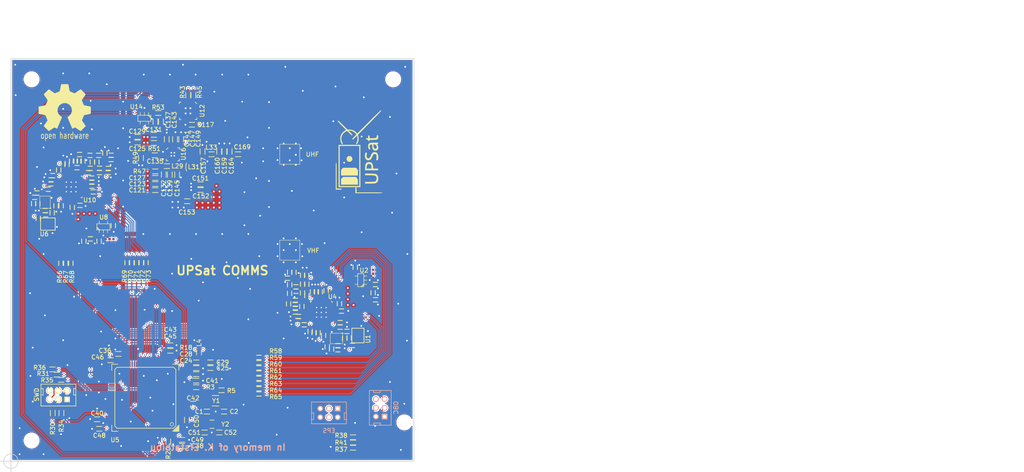
<source format=kicad_pcb>
(kicad_pcb (version 20240108) (generator "pcbnew") (generator_version "8.0")
  (title_block (title "UPSat COMMS") (date "2016-04-09") (rev "0.3"))
  (layers (0 "F.Cu" signal) (1 "In1.Cu" signal) (2 "In2.Cu" signal) (31 "B.Cu" signal) (34 "B.Paste" user) (35 "F.Paste" user) (36 "B.SilkS" user "B.Silkscreen") (37 "F.SilkS" user "F.Silkscreen") (38 "B.Mask" user) (39 "F.Mask" user) (44 "Edge.Cuts" user))
  (net 0 "")
  (net 1 "Net-(C1-Pad2)")
  (net 2 "Net-(C2-Pad2)")
  (net 3 "Net-(C3-Pad1)")
  (net 4 "GND")
  (net 5 "+3V3")
  (net 6 "VDD")
  (net 7 "Net-(C7-Pad1)")
  (net 8 "Net-(C8-Pad1)")
  (net 9 "Net-(C9-Pad1)")
  (net 10 "Net-(C9-Pad2)")
  (net 11 "Net-(C10-Pad2)")
  (net 12 "Net-(C11-Pad2)")
  (net 13 "Net-(C12-Pad2)")
  (net 14 "Net-(C20-Pad1)")
  (net 15 "Net-(C20-Pad2)")
  (net 16 "Net-(C21-Pad2)")
  (net 17 "Net-(C24-Pad1)")
  (net 18 "Net-(C25-Pad2)")
  (net 19 "Net-(C27-Pad2)")
  (net 20 "Net-(C31-Pad1)")
  (net 21 "Net-(C31-Pad2)")
  (net 22 "Net-(C32-Pad1)")
  (net 23 "Net-(C34-Pad1)")
  (net 24 "Net-(C35-Pad2)")
  (net 25 "Net-(C36-Pad1)")
  (net 26 "Net-(C37-Pad1)")
  (net 27 "Net-(C37-Pad2)")
  (net 28 "Net-(C39-Pad1)")
  (net 29 "Net-(C40-Pad1)")
  (net 30 "Net-(C44-Pad1)")
  (net 31 "Net-(C47-Pad1)")
  (net 32 "Net-(C51-Pad2)")
  (net 33 "Net-(C52-Pad2)")
  (net 34 "Net-(C53-Pad1)")
  (net 35 "Net-(C61-Pad1)")
  (net 36 "Net-(C62-Pad1)")
  (net 37 "Net-(C65-Pad1)")
  (net 38 "Net-(C65-Pad2)")
  (net 39 "Net-(C67-Pad2)")
  (net 40 "Net-(C69-Pad2)")
  (net 41 "Net-(C71-Pad2)")
  (net 42 "Net-(C87-Pad1)")
  (net 43 "Net-(C87-Pad2)")
  (net 44 "Net-(C89-Pad2)")
  (net 45 "Net-(C96-Pad2)")
  (net 46 "Net-(C101-Pad1)")
  (net 47 "Net-(C101-Pad2)")
  (net 48 "Net-(C103-Pad1)")
  (net 49 "Net-(C107-Pad1)")
  (net 50 "Net-(C109-Pad2)")
  (net 51 "Net-(C111-Pad1)")
  (net 52 "Net-(C111-Pad2)")
  (net 53 "Net-(C113-Pad1)")
  (net 54 "Net-(C115-Pad1)")
  (net 55 "Net-(C118-Pad1)")
  (net 56 "Net-(C132-Pad1)")
  (net 57 "Net-(C135-Pad1)")
  (net 58 "Net-(C139-Pad1)")
  (net 59 "Net-(C141-Pad1)")
  (net 60 "Net-(C145-Pad1)")
  (net 61 "Net-(C157-Pad2)")
  (net 62 "Net-(C159-Pad2)")
  (net 63 "Net-(P1-Pad2)")
  (net 64 "Net-(P1-Pad3)")
  (net 65 "Net-(P1-Pad4)")
  (net 66 "Net-(P1-Pad5)")
  (net 67 "Net-(P1-Pad6)")
  (net 68 "Net-(P2-Pad3)")
  (net 69 "Net-(P2-Pad4)")
  (net 70 "Net-(P2-Pad5)")
  (net 71 "/NRST")
  (net 72 "Net-(R5-Pad1)")
  (net 73 "Net-(R17-Pad1)")
  (net 74 "Net-(R20-Pad1)")
  (net 75 "/SWDIO")
  (net 76 "/USART3_TX")
  (net 77 "Net-(R32-Pad1)")
  (net 78 "/SWCLK")
  (net 79 "/USART3_RX")
  (net 80 "/COMMS_TO_OBC_TX")
  (net 81 "/COMMS_TO_OBC_EN")
  (net 82 "/COMMS_TO_OBC_RX")
  (net 83 "/I2C1_SDA")
  (net 84 "/I2C1_SCL")
  (net 85 "Net-(R51-Pad2)")
  (net 86 "Net-(R53-Pad1)")
  (net 87 "/2RESET_N")
  (net 88 "/2GPIO3")
  (net 89 "/2GPIO2")
  (net 90 "/SPI2_MOSI")
  (net 91 "/SPI2_SCK")
  (net 92 "/SPI2_MISO")
  (net 93 "/2GPIO0")
  (net 94 "/2CS_N")
  (net 95 "/1GPIO3")
  (net 96 "/1GPIO2")
  (net 97 "/DAC_OUT2")
  (net 98 "/SPI1_MISO")
  (net 99 "/SPI1_MOSI")
  (net 100 "/1GPIO0")
  (net 101 "/1RESET_N")
  (net 102 "/1CS_N")
  (net 103 "/SPI1_SCK")
  (net 104 "Net-(R58-Pad2)")
  (net 105 "Net-(R59-Pad2)")
  (net 106 "Net-(R60-Pad2)")
  (net 107 "Net-(R61-Pad2)")
  (net 108 "Net-(R62-Pad2)")
  (net 109 "Net-(R63-Pad2)")
  (net 110 "Net-(R64-Pad2)")
  (net 111 "Net-(R65-Pad2)")
  (net 112 "Net-(R66-Pad2)")
  (net 113 "Net-(R67-Pad2)")
  (net 114 "Net-(R68-Pad2)")
  (net 115 "Net-(R69-Pad2)")
  (net 116 "Net-(R70-Pad2)")
  (net 117 "Net-(R71-Pad2)")
  (net 118 "Net-(R72-Pad2)")
  (net 119 "Net-(R73-Pad2)")
  (net 120 "Net-(C169-Pad1)")
  (net 121 "Net-(U1-Pad1)")
  (net 122 "Net-(U4-Pad16)")
  (net 123 "Net-(U5-Pad4)")
  (net 124 "Net-(U5-Pad5)")
  (net 125 "Net-(U5-Pad7)")
  (net 126 "Net-(U5-Pad1)")
  (net 127 "Net-(U5-Pad2)")
  (net 128 "Net-(U5-Pad3)")
  (net 129 "Net-(U5-Pad17)")
  (net 130 "Net-(U5-Pad18)")
  (net 131 "Net-(U5-Pad23)")
  (net 132 "Net-(U5-Pad24)")
  (net 133 "Net-(U5-Pad33)")
  (net 134 "Net-(U5-Pad34)")
  (net 135 "Net-(U5-Pad35)")
  (net 136 "Net-(U5-Pad37)")
  (net 137 "Net-(U5-Pad39)")
  (net 138 "Net-(U5-Pad55)")
  (net 139 "Net-(U5-Pad56)")
  (net 140 "Net-(U5-Pad41)")
  (net 141 "Net-(U5-Pad42)")
  (net 142 "Net-(U5-Pad43)")
  (net 143 "Net-(U5-Pad57)")
  (net 144 "Net-(U5-Pad58)")
  (net 145 "Net-(U5-Pad59)")
  (net 146 "Net-(U5-Pad15)")
  (net 147 "Net-(U5-Pad16)")
  (net 148 "Net-(U5-Pad29)")
  (net 149 "Net-(U5-Pad44)")
  (net 150 "Net-(U5-Pad45)")
  (net 151 "Net-(U5-Pad60)")
  (net 152 "Net-(U5-Pad61)")
  (net 153 "Net-(U5-Pad62)")
  (net 154 "Net-(U5-Pad63)")
  (net 155 "Net-(U5-Pad64)")
  (net 156 "Net-(U5-Pad65)")
  (net 157 "Net-(U5-Pad66)")
  (net 158 "Net-(U5-Pad68)")
  (net 159 "Net-(U5-Pad70)")
  (net 160 "Net-(U5-Pad71)")
  (net 161 "Net-(U5-Pad78)")
  (net 162 "Net-(U5-Pad79)")
  (net 163 "Net-(U5-Pad81)")
  (net 164 "Net-(U5-Pad82)")
  (net 165 "Net-(U5-Pad85)")
  (net 166 "Net-(U5-Pad86)")
  (net 167 "Net-(U5-Pad87)")
  (net 168 "Net-(U5-Pad88)")
  (net 169 "Net-(U5-Pad90)")
  (net 170 "Net-(U5-Pad91)")
  (net 171 "Net-(U5-Pad92)")
  (net 172 "Net-(U5-Pad93)")
  (net 173 "Net-(U5-Pad97)")
  (net 174 "Net-(U5-Pad98)")
  (net 175 "Net-(U6-Pad1)")
  (net 176 "Net-(U10-Pad16)")
  (net 177 "Net-(U12-Pad5)")
  (net 178 "Net-(U12-Pad6)")
  (net 179 "Net-(U12-Pad7)")
  (net 180 "Net-(U12-Pad8)")
  (net 181 "Net-(U12-Pad9)")
  (net 182 "Net-(U12-Pad10)")
  (net 183 "Net-(U12-Pad13)")
  (net 184 "Net-(U12-Pad14)")
  (net 185 "Net-(U12-Pad15)")
  (net 186 "Net-(U12-Pad16)")
  (net 187 "Net-(U16-Pad7)")
  (net 188 "Net-(U16-Pad13)")
  (footprint "STM32F407VGT6:TQFP-100" (layer "F.Cu") (at 133.35088 132.52588 90)
    (property "Reference" "U5")
    (property "Value" "STM32F407VG" (hide yes))
  )
  (footprint "libs:0603murata2" (layer "F.Cu") (at 148.112339 135.7 180)
    (property "Reference" "C1")
    (property "Value" "20pF" (hide yes))
  )
  (footprint "libs:0603murata2" (layer "F.Cu") (at 150.8 135.7)
    (property "Reference" "C2")
    (property "Value" "20pF" (hide yes))
  )
  (footprint "libs:0402_cc" (layer "F.Cu") (at 180.13469 119.26034 90)
    (property "Reference" "C3" (hide yes))
    (property "Value" "100nF" (hide yes))
  )
  (footprint "libs:0402_cc" (layer "F.Cu") (at 185.639692 106.505988)
    (property "Reference" "C4" (hide yes))
    (property "Value" "100nF" (hide yes))
  )
  (footprint "libs:0402_cc" (layer "F.Cu") (at 177.559692 115.255988)
    (property "Reference" "C5" (hide yes))
    (property "Value" "47nF" (hide yes))
  )
  (footprint "libs:0402_cc" (layer "F.Cu") (at 177.874769 112.610741)
    (property "Reference" "C6" (hide yes))
    (property "Value" "47nF" (hide yes))
  )
  (footprint "libs:0402_cc" (layer "F.Cu") (at 177.909692 111.425988 90)
    (property "Reference" "C7" (hide yes))
    (property "Value" "220nF" (hide yes))
  )
  (footprint "libs:0402_cc" (layer "F.Cu") (at 181.53469 103.06034 90)
    (property "Reference" "C8" (hide yes))
    (property "Value" "10nF" (hide yes))
  )
  (footprint "libs:0402_cc" (layer "F.Cu") (at 179.11469 117.280988)
    (property "Reference" "C9" (hide yes))
    (property "Value" "22pF" (hide yes))
  )
  (footprint "libs:0402_cc" (layer "F.Cu") (at 179.109692 119.375988 90)
    (property "Reference" "C10" (hide yes))
    (property "Value" "15pF" (hide yes))
  )
  (footprint "libs:0402_cc" (layer "F.Cu") (at 178.049692 120.575988 180)
    (property "Reference" "C11" (hide yes))
    (property "Value" "15pF" (hide yes))
  )
  (footprint "libs:0402_cc" (layer "F.Cu") (at 175.109692 121.335988 90)
    (property "Reference" "C12" (hide yes))
    (property "Value" "47nF" (hide yes))
  )
  (footprint "libs:0402_cc" (layer "F.Cu") (at 185.684692 110.005988)
    (property "Reference" "C13" (hide yes))
    (property "Value" "47nF" (hide yes))
  )
  (footprint "libs:0402_cc" (layer "F.Cu") (at 178.049692 121.485988 180)
    (property "Reference" "C14" (hide yes))
    (property "Value" "TBD" (hide yes))
  )
  (footprint "libs:0402_cc" (layer "F.Cu") (at 174.859692 108.425988 90)
    (property "Reference" "C15" (hide yes))
    (property "Value" "47nF" (hide yes))
  )
  (footprint "libs:0402_cc" (layer "F.Cu") (at 174.259692 118.705988 90)
    (property "Reference" "C16" (hide yes))
    (property "Value" "47nF" (hide yes))
  )
  (footprint "libs:0402_cc" (layer "F.Cu") (at 173.484692 108.680988 90)
    (property "Reference" "C18" (hide yes))
    (property "Value" "47nF" (hide yes))
  )
  (footprint "libs:0402_cc" (layer "F.Cu") (at 172.999692 118.075988 90)
    (property "Reference" "C19" (hide yes))
    (property "Value" "47nF" (hide yes))
  )
  (footprint "libs:0402_cc" (layer "F.Cu") (at 169.309692 115.755988)
    (property "Reference" "C20" (hide yes))
    (property "Value" "1.8nF" (hide yes))
  )
  (footprint "libs:0402_cc" (layer "F.Cu") (at 172.089692 118.075988 90)
    (property "Reference" "C21" (hide yes))
    (property "Value" "47nF" (hide yes))
  )
  (footprint "libs:0402_cc" (layer "F.Cu") (at 171.709692 108.680988 90)
    (property "Reference" "C22" (hide yes))
    (property "Value" "47nF" (hide yes))
  )
  (footprint "libs:0402_cc" (layer "F.Cu") (at 171.184692 117.775988 90)
    (property "Reference" "C23" (hide yes))
    (property "Value" "47nF" (hide yes))
  )
  (footprint "libs:0603murata2" (layer "F.Cu") (at 144.4 127.1)
    (property "Reference" "C24")
    (property "Value" "100nF" (hide yes))
  )
  (footprint "libs:0603murata2" (layer "F.Cu") (at 148.92 125.69 180)
    (property "Reference" "C25")
    (property "Value" "100nF" (hide yes))
  )
  (footprint "libs:0402_cc" (layer "F.Cu") (at 167.819692 114.795988)
    (property "Reference" "C26" (hide yes))
    (property "Value" "47nF" (hide yes))
  )
  (footprint "libs:0402_cc" (layer "F.Cu") (at 168.039692 113.855988)
    (property "Reference" "C27" (hide yes))
    (property "Value" "10nF" (hide yes))
  )
  (footprint "libs:0603murata2" (layer "F.Cu") (at 144.4 125.71)
    (property "Reference" "C28")
    (property "Value" "1uF" (hide yes))
  )
  (footprint "libs:0603murata2" (layer "F.Cu") (at 148.92 124.39 180)
    (property "Reference" "C29")
    (property "Value" "1uF" (hide yes))
  )
  (footprint "libs:0402_cc" (layer "F.Cu") (at 169.459692 104.875988 90)
    (property "Reference" "C30" (hide yes))
    (property "Value" "10nF" (hide yes))
  )
  (footprint "libs:0402_cc" (layer "F.Cu") (at 169.43469 107.92034 -90)
    (property "Reference" "C31" (hide yes))
    (property "Value" "150 pF" (hide yes))
  )
  (footprint "libs:0402_cc" (layer "F.Cu") (at 169.459692 106.930988 90)
    (property "Reference" "C32" (hide yes))
    (property "Value" "100 pF" (hide yes))
  )
  (footprint "libs:0402_cc" (layer "F.Cu") (at 170.384692 104.905988 90)
    (property "Reference" "C33" (hide yes))
    (property "Value" "100pF" (hide yes))
  )
  (footprint "libs:0402_cc" (layer "F.Cu") (at 167.41469 107.04034)
    (property "Reference" "C34" (hide yes))
    (property "Value" "15 pF" (hide yes))
  )
  (footprint "libs:0402_cc" (layer "F.Cu") (at 167.284692 112.805988)
    (property "Reference" "C35" (hide yes))
    (property "Value" "15 pF" (hide yes))
  )
  (footprint "libs:0603murata2" (layer "F.Cu") (at 127.82 122.45 180)
    (property "Reference" "C36")
    (property "Value" "2.2uF" (hide yes))
  )
  (footprint "libs:0402_cc" (layer "F.Cu") (at 167.284692 111.055988)
    (property "Reference" "C37" (hide yes))
    (property "Value" "15 pF" (hide yes))
  )
  (footprint "libs:0603murata2" (layer "F.Cu") (at 141.14 143.59)
    (property "Reference" "C38")
    (property "Value" "100nF" (hide yes))
  )
  (footprint "libs:0402_cc" (layer "F.Cu") (at 166.459692 109.055988 90)
    (property "Reference" "C39" (hide yes))
    (property "Value" "15 pF" (hide yes))
  )
  (footprint "libs:0603murata2" (layer "F.Cu") (at 122.91238 137.465664 180)
    (property "Reference" "C40")
    (property "Value" "2.2uF" (hide yes))
  )
  (footprint "libs:0603murata2" (layer "F.Cu") (at 144.4 128.6)
    (property "Reference" "C41")
    (property "Value" "100nF" (hide yes))
  )
  (footprint "libs:0603murata2" (layer "F.Cu") (at 143.7 133.9)
    (property "Reference" "C42")
    (property "Value" "100nF" (hide yes))
  )
  (footprint "libs:0603murata2" (layer "F.Cu") (at 138.45 120.47)
    (property "Reference" "C43")
    (property "Value" "100nF" (hide yes))
  )
  (footprint "libs:0402_cc" (layer "F.Cu") (at 166.484692 105.055988 180)
    (property "Reference" "C44" (hide yes))
    (property "Value" "18 pF" (hide yes))
  )
  (footprint "libs:0603murata2" (layer "F.Cu") (at 138.45 121.72)
    (property "Reference" "C45")
    (property "Value" "100nF" (hide yes))
  )
  (footprint "libs:0603murata2" (layer "F.Cu") (at 126 123.9 180)
    (property "Reference" "C46")
    (property "Value" "100nF" (hide yes))
  )
  (footprint "libs:0402_cc" (layer "F.Cu") (at 167.459692 103.180988 -90)
    (property "Reference" "C47" (hide yes))
    (property "Value" "1.8 pF" (hide yes))
  )
  (footprint "libs:0603murata2" (layer "F.Cu") (at 123.4 139.65 180)
    (property "Reference" "C48")
    (property "Value" "100nF" (hide yes))
  )
  (footprint "libs:0603murata2" (layer "F.Cu") (at 141.14 142.19)
    (property "Reference" "C49")
    (property "Value" "100nF" (hide yes))
  )
  (footprint "libs:0603murata2" (layer "F.Cu") (at 142.9 137 -90)
    (property "Reference" "C50")
    (property "Value" "1uF" (hide yes))
  )
  (footprint "libs:0603murata2" (layer "F.Cu") (at 147.6 140.5 180)
    (property "Reference" "C51")
    (property "Value" "6.8pF" (hide yes))
  )
  (footprint "libs:0603murata2" (layer "F.Cu") (at 149.7 140.5)
    (property "Reference" "C52")
    (property "Value" "6.8pF" (hide yes))
  )
  (footprint "libs:0402_cc" (layer "F.Cu") (at 109.97238 90.481328)
    (property "Reference" "C53" (hide yes))
    (property "Value" "100nF" (hide yes))
  )
  (footprint "libs:0402_cc" (layer "F.Cu") (at 122.74738 96.045664 -90)
    (property "Reference" "C55" (hide yes))
    (property "Value" "100nF" (hide yes))
  )
  (footprint "libs:0402_cc" (layer "F.Cu") (at 114.02238 87.915664 -90)
    (property "Reference" "C57" (hide yes))
    (property "Value" "47nF" (hide yes))
  )
  (footprint "libs:0402_cc" (layer "F.Cu") (at 116.58476 88.281328 -90)
    (property "Reference" "C58" (hide yes))
    (property "Value" "47nF" (hide yes))
  )
  (footprint "libs:0402_cc" (layer "F.Cu") (at 117.85238 88.315664)
    (property "Reference" "C61" (hide yes))
    (property "Value" "220nF" (hide yes))
  )
  (footprint "libs:0402_cc" (layer "F.Cu") (at 126 92.48 -90)
    (property "Reference" "C62" (hide yes))
    (property "Value" "10nF" (hide yes))
  )
  (footprint "libs:0402_cc" (layer "F.Cu") (at 111.97238 89.515664 -90)
    (property "Reference" "C65" (hide yes))
    (property "Value" "22pF" (hide yes))
  )
  (footprint "libs:0402_cc" (layer "F.Cu") (at 109.87238 89.515664)
    (property "Reference" "C67" (hide yes))
    (property "Value" "15pF" (hide yes))
  )
  (footprint "libs:0402_cc" (layer "F.Cu") (at 108.67238 88.435664 90)
    (property "Reference" "C69" (hide yes))
    (property "Value" "15pF" (hide yes))
  )
  (footprint "libs:0402_cc" (layer "F.Cu") (at 107.98476 85.481328)
    (property "Reference" "C71" (hide yes))
    (property "Value" "47nF" (hide yes))
  )
  (footprint "libs:0402_cc" (layer "F.Cu") (at 119.24738 96.040664 -90)
    (property "Reference" "C73" (hide yes))
    (property "Value" "47nF" (hide yes))
  )
  (footprint "libs:0402_cc" (layer "F.Cu") (at 107.72238 88.435664 90)
    (property "Reference" "C75" (hide yes))
    (property "Value" "TBD" (hide yes))
  )
  (footprint "libs:0402_cc" (layer "F.Cu") (at 120.87238 85.215664)
    (property "Reference" "C77" (hide yes))
    (property "Value" "47nF" (hide yes))
  )
  (footprint "libs:0402_cc" (layer "F.Cu") (at 110.55238 84.615664)
    (property "Reference" "C79" (hide yes))
    (property "Value" "47nF" (hide yes))
  )
  (footprint "libs:CC1120DecCAP" (layer "F.Cu") (at 120.97238 93.715664)
    (property "Reference" "C81" (hide yes))
    (property "Value" "2.2uF" (hide yes))
  )
  (footprint "libs:0402_cc" (layer "F.Cu") (at 120.58476 83.881328)
    (property "Reference" "C83" (hide yes))
    (property "Value" "47nF" (hide yes))
  )
  (footprint "libs:0402_cc" (layer "F.Cu") (at 111.17238 83.365664)
    (property "Reference" "C85" (hide yes))
    (property "Value" "47nF" (hide yes))
  )
  (footprint "libs:0402_cc" (layer "F.Cu") (at 113.47238 79.681328 -90)
    (property "Reference" "C87" (hide yes))
    (property "Value" "1.8nF" (hide yes))
  )
  (footprint "libs:0402_cc" (layer "F.Cu") (at 111.20238 82.465664)
    (property "Reference" "C89" (hide yes))
    (property "Value" "47nF" (hide yes))
  )
  (footprint "libs:0402_cc" (layer "F.Cu") (at 120.57238 82.065664)
    (property "Reference" "C91" (hide yes))
    (property "Value" "47nF" (hide yes))
  )
  (footprint "libs:0402_cc" (layer "F.Cu") (at 111.58476 81.481328)
    (property "Reference" "C93" (hide yes))
    (property "Value" "47nF" (hide yes))
  )
  (footprint "libs:0402_cc" (layer "F.Cu") (at 114.47238 78.195664 -90)
    (property "Reference" "C95" (hide yes))
    (property "Value" "47nF" (hide yes))
  )
  (footprint "libs:0402_cc" (layer "F.Cu") (at 115.37238 78.415664 -90)
    (property "Reference" "C96" (hide yes))
    (property "Value" "10nF" (hide yes))
  )
  (footprint "libs:0402_cc" (layer "F.Cu") (at 124.34238 79.855664)
    (property "Reference" "C99" (hide yes))
    (property "Value" "10nF" (hide yes))
  )
  (footprint "libs:0402_cc" (layer "F.Cu") (at 121.21238 79.815664 180)
    (property "Reference" "C101" (hide yes))
    (property "Value" "39pF" (hide yes))
  )
  (footprint "libs:0402_cc" (layer "F.Cu") (at 122.34238 79.815664)
    (property "Reference" "C103" (hide yes))
    (property "Value" "56pF" (hide yes))
  )
  (footprint "libs:0402_cc" (layer "F.Cu") (at 124.34238 80.745664)
    (property "Reference" "C105" (hide yes))
    (property "Value" "100pF" (hide yes))
  )
  (footprint "libs:0402_cc" (layer "F.Cu") (at 122.23238 77.855664 -90)
    (property "Reference" "C107" (hide yes))
    (property "Value" "2.2pF" (hide yes))
  )
  (footprint "libs:0402_cc" (layer "F.Cu") (at 116.45238 77.635664 -90)
    (property "Reference" "C109" (hide yes))
    (property "Value" "5.1pF" (hide yes))
  )
  (footprint "libs:0402_cc" (layer "F.Cu") (at 118.17238 77.635664 -90)
    (property "Reference" "C111" (hide yes))
    (property "Value" "5.1pF" (hide yes))
  )
  (footprint "libs:0402_cc" (layer "F.Cu") (at 120.14238 76.835664)
    (property "Reference" "C113" (hide yes))
    (property "Value" "5.1pF" (hide yes))
  )
  (footprint "libs:0402_cc" (layer "F.Cu") (at 124.06238 76.825664 90)
    (property "Reference" "C115" (hide yes))
    (property "Value" "6.2pF" (hide yes))
  )
  (footprint "libs:0603murata2" (layer "F.Cu") (at 144.68476 69.781328 180)
    (property "Reference" "C117")
    (property "Value" "0.1uF" (hide yes))
  )
  (footprint "libs:0402_cc" (layer "F.Cu") (at 126.01238 77.765664 180)
    (property "Reference" "C118" (hide yes))
    (property "Value" "do not mount" (hide yes))
  )
  (footprint "libs:0603murata2" (layer "F.Cu") (at 134.998044 84.815664)
    (property "Reference" "C121")
    (property "Value" "3.3uF" (hide yes))
  )
  (footprint "libs:0603murata2" (layer "F.Cu") (at 134.998044 83.415664)
    (property "Reference" "C123")
    (property "Value" "10000pF" (hide yes))
  )
  (footprint "libs:0603murata2" (layer "F.Cu") (at 132.18238 73.875664 180)
    (property "Reference" "C125")
    (property "Value" "10000pF" (hide yes))
  )
  (footprint "libs:0603murata2" (layer "F.Cu") (at 134.998044 82.015664)
    (property "Reference" "C127")
    (property "Value" "1nF" (hide yes))
  )
  (footprint "libs:0603murata2" (layer "F.Cu") (at 132.18476 72.581328 180)
    (property "Reference" "C129")
    (property "Value" "1nF" (hide yes))
  )
  (footprint "libs:0603murata2" (layer "F.Cu") (at 134.67238 72.115664)
    (property "Reference" "C131")
    (property "Value" "330pF" (hide yes))
  )
  (footprint "libs:0603murata2" (layer "F.Cu") (at 137.58476 80.611328 -90)
    (property "Reference" "C132")
    (property "Value" "330pF" (hide yes))
  )
  (footprint "libs:0603murata2" (layer "F.Cu") (at 136.17238 76.825664 180)
    (property "Reference" "C135")
    (property "Value" "56pF" (hide yes))
  )
  (footprint "libs:0603murata2" (layer "F.Cu") (at 135.68476 69.715664 90)
    (property "Reference" "C137")
    (property "Value" "100nF" (hide yes))
  )
  (footprint "libs:0603murata2" (layer "F.Cu") (at 138.97238 80.615664 -90)
    (property "Reference" "C139")
    (property "Value" "18pF" (hide yes))
  )
  (footprint "libs:0603murata2" (layer "F.Cu") (at 138.27238 73.781328 90)
    (property "Reference" "C141")
    (property "Value" "10000pF" (hide yes))
  )
  (footprint "libs:0603murata2" (layer "F.Cu") (at 136.95 68.44 -90)
    (property "Reference" "C143")
    (property "Value" "1nF" (hide yes))
  )
  (footprint "libs:0603murata2" (layer "F.Cu") (at 140.65238 80.635664 -90)
    (property "Reference" "C145")
    (property "Value" "18pF" (hide yes))
  )
  (footprint "libs:0603murata2" (layer "F.Cu") (at 140.17238 73.781328 90)
    (property "Reference" "C147")
    (property "Value" "10000pF" (hide yes))
  )
  (footprint "libs:0603murata2" (layer "F.Cu") (at 141.58476 73.781328 90)
    (property "Reference" "C149")
    (property "Value" "47pF" (hide yes))
  )
  (footprint "libs:0603murata2" (layer "F.Cu") (at 145.38476 83.481328)
    (property "Reference" "C151")
    (property "Value" "47pF" (hide yes))
  )
  (footprint "libs:0603murata2" (layer "F.Cu") (at 145.38476 84.781328)
    (property "Reference" "C152")
    (property "Value" "1nF" (hide yes))
  )
  (footprint "libs:0603murata2" (layer "F.Cu") (at 142.33238 87.365664)
    (property "Reference" "C153")
    (property "Value" "3.3uF" (hide yes))
  )
  (footprint "libs:0603murata2" (layer "F.Cu") (at 146.48476 75.31 -90)
    (property "Reference" "C157")
    (property "Value" "TBD" (hide yes))
  )
  (footprint "libs:0603murata2" (layer "F.Cu") (at 151.5 75.311328 -90)
    (property "Reference" "C159")
    (property "Value" "6.8 pF" (hide yes))
  )
  (footprint "libs:0603murata2" (layer "F.Cu") (at 150.3 76.581328 90)
    (property "Reference" "C160")
    (property "Value" "22 pF" (hide yes))
  )
  (footprint "libs:0603murata2" (layer "F.Cu") (at 152.7 76.58 90)
    (property "Reference" "C164")
    (property "Value" "4 pF" (hide yes))
  )
  (footprint "libs:0603murata2" (layer "F.Cu") (at 155.28 76.581328 180)
    (property "Reference" "C169")
    (property "Value" "56pF" (hide yes))
  )
  (footprint "comms_upsat:mmcx_conn" (layer "F.Cu") (at 166.494769 98.620741)
    (property "Reference" "VHF")
    (property "Value" "SMA" (hide yes))
  )
  (footprint "comms_upsat:mmcx_conn" (layer "F.Cu") (at 166.5 76.58)
    (property "Reference" "UHF")
    (property "Value" "SMA" (hide yes))
  )
  (footprint "libs:0402_cc" (layer "F.Cu") (at 185.634692 108.905988 90)
    (property "Reference" "L1" (hide yes))
    (property "Value" "BLM15HG102SN1D" (hide yes))
  )
  (footprint "libs:0402_cc" (layer "F.Cu") (at 170.43469 109.56034 90)
    (property "Reference" "L2" (hide yes))
    (property "Value" "150 nH" (hide yes))
  )
  (footprint "libs:0402_cc" (layer "F.Cu") (at 169.279692 112.065988 90)
    (property "Reference" "L3" (hide yes))
    (property "Value" "180 nH" (hide yes))
  )
  (footprint "libs:0603murata2" (layer "F.Cu") (at 145.68 122.71 90)
    (property "Reference" "L4")
    (property "Value" "fcm1608-0603" (hide yes))
  )
  (footprint "libs:0402_cc" (layer "F.Cu") (at 167.41469 108.04034)
    (property "Reference" "L5" (hide yes))
    (property "Value" "19 nH" (hide yes))
  )
  (footprint "libs:0402_cc" (layer "F.Cu") (at 167.289692 111.955988)
    (property "Reference" "L6" (hide yes))
    (property "Value" "91 nH" (hide yes))
  )
  (footprint "libs:0402_cc" (layer "F.Cu") (at 167.284692 110.155988)
    (property "Reference" "L7" (hide yes))
    (property "Value" "91 nH" (hide yes))
  )
  (footprint "libs:0402_cc" (layer "F.Cu") (at 166.484692 106.055988 -90)
    (property "Reference" "L8" (hide yes))
    (property "Value" "120 nH" (hide yes))
  )
  (footprint "libs:0402_cc" (layer "F.Cu") (at 166.23469 111.46034 90)
    (property "Reference" "L9" (hide yes))
    (property "Value" "43 nH" (hide yes))
  )
  (footprint "libs:0402_cc" (layer "F.Cu") (at 166.484692 103.180988 -90)
    (property "Reference" "L10" (hide yes))
    (property "Value" "75 nH" (hide yes))
  )
  (footprint "libs:0402_cc" (layer "F.Cu") (at 120.22238 96.015664)
    (property "Reference" "L11" (hide yes))
    (property "Value" "BLM15HG102SN1D" (hide yes))
  )
  (footprint "libs:0402_cc" (layer "F.Cu") (at 119.78238 80.825664)
    (property "Reference" "L13" (hide yes))
    (property "Value" "56nH" (hide yes))
  )
  (footprint "libs:0402_cc" (layer "F.Cu") (at 117.17238 79.655664)
    (property "Reference" "L15" (hide yes))
    (property "Value" "56nH" (hide yes))
  )
  (footprint "libs:0402_cc" (layer "F.Cu") (at 121.18476 77.861328 -90)
    (property "Reference" "L17" (hide yes))
    (property "Value" "15nH" (hide yes))
  )
  (footprint "libs:0402_cc" (layer "F.Cu") (at 117.30238 77.635664 -90)
    (property "Reference" "L19" (hide yes))
    (property "Value" "27nH" (hide yes))
  )
  (footprint "libs:0402_cc" (layer "F.Cu") (at 119.03238 77.645664 -90)
    (property "Reference" "L21" (hide yes))
    (property "Value" "27nH" (hide yes))
  )
  (footprint "libs:0402_cc" (layer "F.Cu") (at 123.14238 76.835664 180)
    (property "Reference" "L23" (hide yes))
    (property "Value" "43nH" (hide yes))
  )
  (footprint "libs:0402_cc" (layer "F.Cu") (at 117.75238 76.635664)
    (property "Reference" "L25" (hide yes))
    (property "Value" "15nH" (hide yes))
  )
  (footprint "libs:0402_cc" (layer "F.Cu") (at 125.99238 76.815664 180)
    (property "Reference" "L27" (hide yes))
    (property "Value" "22nH" (hide yes))
  )
  (footprint "libs:0603murata2" (layer "F.Cu") (at 138.95238 79.305664 180)
    (property "Reference" "L29")
    (property "Value" "6.8nH" (hide yes))
  )
  (footprint "libs:Taiyo_Yuden_bead" (layer "F.Cu") (at 144.4 78.4 -90)
    (property "Reference" "L31")
    (property "Value" "Taiyo Yuden " (hide yes))
  )
  (footprint "libs:0603murata2" (layer "F.Cu") (at 149.18476 76.581328 180)
    (property "Reference" "L33")
    (property "Value" "4.3 nH" (hide yes))
  )
  (footprint "hrs-df11:hrs-df11-6dp-2dsa" (layer "F.Cu") (at 113.4 131.9)
    (property "Reference" "SWD")
    (property "Value" "SWD")
  )
  (footprint "libs:0603murata2" (layer "F.Cu") (at 144.4 130.1)
    (property "Reference" "R3")
    (property "Value" "10K" (hide yes))
  )
  (footprint "libs:0603murata2" (layer "F.Cu") (at 150.23 130.803015)
    (property "Reference" "R5")
    (property "Value" "220" (hide yes))
  )
  (footprint "libs:0402_cc" (layer "F.Cu") (at 180.389692 120.505988)
    (property "Reference" "R8" (hide yes))
    (property "Value" "0" (hide yes))
  )
  (footprint "libs:0402_cc" (layer "F.Cu") (at 176.089692 121.815988 90)
    (property "Reference" "R9" (hide yes))
    (property "Value" "0" (hide yes))
  )
  (footprint "libs:0402_cc" (layer "F.Cu") (at 178.579692 116.305988 180)
    (property "Reference" "R10" (hide yes))
    (property "Value" "0" (hide yes))
  )
  (footprint "libs:0402_cc" (layer "F.Cu") (at 172.609692 108.680988 90)
    (property "Reference" "R17" (hide yes))
    (property "Value" "56K" (hide yes))
  )
  (footprint "libs:0603murata2" (layer "F.Cu") (at 144.4 124.4)
    (property "Reference" "R18")
    (property "Value" "47" (hide yes))
  )
  (footprint "libs:0402_cc" (layer "F.Cu") (at 170.409692 106.930988 90)
    (property "Reference" "R19" (hide yes))
    (property "Value" "22 Ohm" (hide yes))
  )
  (footprint "libs:0603murata2" (layer "F.Cu") (at 138.62 142.01 -90)
    (property "Reference" "R20")
    (property "Value" "0" (hide yes))
  )
  (footprint "libs:0402_cc" (layer "F.Cu") (at 108.77238 90.795664 -90)
    (property "Reference" "R24" (hide yes))
    (property "Value" "0" (hide yes))
  )
  (footprint "libs:0402_cc" (layer "F.Cu") (at 107.45238 86.465664)
    (property "Reference" "R26" (hide yes))
    (property "Value" "0" (hide yes))
  )
  (footprint "libs:0402_cc" (layer "F.Cu") (at 112.87238 88.935664 90)
    (property "Reference" "R27" (hide yes))
    (property "Value" "0" (hide yes))
  )
  (footprint "libs:0603murata2" (layer "F.Cu") (at 112.1 135.4 -90)
    (property "Reference" "R30")
    (property "Value" "470" (hide yes))
  )
  (footprint "libs:0603murata2" (layer "F.Cu") (at 112.4 127.2)
    (property "Reference" "R31")
    (property "Value" "470" (hide yes))
  )
  (footprint "libs:0402_cc" (layer "F.Cu") (at 120.58476 82.981328)
    (property "Reference" "R32" (hide yes))
    (property "Value" "56K" (hide yes))
  )
  (footprint "libs:0603murata2" (layer "F.Cu") (at 114.1 136.67 90)
    (property "Reference" "R34")
    (property "Value" "470" (hide yes))
  )
  (footprint "libs:0603murata2" (layer "F.Cu") (at 114.67 128.4 180)
    (property "Reference" "R35")
    (property "Value" "470" (hide yes))
  )
  (footprint "libs:0603murata2" (layer "F.Cu") (at 112.67 126 180)
    (property "Reference" "R36")
    (property "Value" "470" (hide yes))
  )
  (footprint "libs:0603murata2" (layer "F.Cu") (at 181.67 144 180)
    (property "Reference" "R37")
    (property "Value" "470" (hide yes))
  )
  (footprint "libs:0603murata2" (layer "F.Cu") (at 181.67 141.6 180)
    (property "Reference" "R38")
    (property "Value" "470" (hide yes))
  )
  (footprint "libs:0402_cc" (layer "F.Cu") (at 122.32238 80.775664)
    (property "Reference" "R39" (hide yes))
    (property "Value" "18" (hide yes))
  )
  (footprint "libs:0603murata2" (layer "F.Cu") (at 180.4 142.8)
    (property "Reference" "R41")
    (property "Value" "470" (hide yes))
  )
  (footprint "libs:0603murata2" (layer "F.Cu") (at 143.18476 62.381328 -90)
    (property "Reference" "R43")
    (property "Value" "10K" (hide yes))
  )
  (footprint "libs:0603murata2" (layer "F.Cu") (at 144.38476 62.381328 -90)
    (property "Reference" "R45")
    (property "Value" "10K" (hide yes))
  )
  (footprint "libs:0603murata2" (layer "F.Cu") (at 135.00238 80.515664)
    (property "Reference" "R47")
    (property "Value" "0" (hide yes))
  )
  (footprint "libs:0603murata2" (layer "F.Cu") (at 132.35238 76.825664 -90)
    (property "Reference" "R49")
    (property "Value" "180" (hide yes))
  )
  (footprint "libs:0603murata2" (layer "F.Cu") (at 134.68476 73.981328)
    (property "Reference" "R51")
    (property "Value" "18" (hide yes))
  )
  (footprint "libs:0603murata2" (layer "F.Cu") (at 135.68238 67.095664)
    (property "Reference" "R53")
    (property "Value" "180 Ohm" (hide yes))
  )
  (footprint "libs:TXCOTG5021CG" (layer "F.Cu") (at 181.45 119.25 90)
    (property "Reference" "U1")
    (property "Value" "TXCO_TG_5021CG" (hide yes))
  )
  (footprint "libs:crystal_fa128" (layer "F.Cu") (at 177.219692 118.905988 180)
    (property "Reference" "U3" (hide yes))
    (property "Value" "FA_128_" (hide yes))
  )
  (footprint "cc1120:cc1120" (layer "F.Cu") (at 173.759692 112.905988 180)
    (property "Reference" "U4")
    (property "Value" "CC1120")
  )
  (footprint "libs:TXCOTG5021CG" (layer "F.Cu") (at 109.97238 91.915664)
    (property "Reference" "U6")
    (property "Value" "TXCO_TG_5021CG" (hide yes))
  )
  (footprint "cc1120:cc1120" (layer "F.Cu") (at 116.33476 84.081328 90)
    (property "Reference" "U10")
    (property "Value" "CC1120")
  )
  (footprint "ADT7420:ADT7420" (layer "F.Cu") (at 143.175 66.6 -90)
    (property "Reference" "U12")
    (property "Value" "ADT7420")
  )
  (footprint "RF5110G:RF5110G" (layer "F.Cu") (at 139.67238 76.581328)
    (property "Reference" "U16")
    (property "Value" "RF5110G")
  )
  (footprint "libs:crystal_fa128" (layer "F.Cu") (at 110.34388 87.591764 90)
    (property "Reference" "U18" (hide yes))
    (property "Value" "FA_128_" (hide yes))
  )
  (footprint "libs:ABM3crystal" (layer "F.Cu") (at 147.412339 133.203015)
    (property "Reference" "Y1")
    (property "Value" "Crystal " (hide yes))
  )
  (footprint "libs:ABS07crystal" (layer "F.Cu") (at 147.38984 138.6)
    (property "Reference" "Y2")
    (property "Value" "Crystal " (hide yes))
  )
  (footprint "libs:0402_cc" (layer "F.Cu") (at 158.919259 123.254769)
    (property "Reference" "R58")
    (property "Value" "0" (hide yes))
  )
  (footprint "libs:0402_cc" (layer "F.Cu") (at 158.919259 124.454769)
    (property "Reference" "R59")
    (property "Value" "0" (hide yes))
  )
  (footprint "libs:0402_cc" (layer "F.Cu") (at 158.919259 125.654769)
    (property "Reference" "R60")
    (property "Value" "0" (hide yes))
  )
  (footprint "libs:0402_cc" (layer "F.Cu") (at 158.919259 126.854769)
    (property "Reference" "R61")
    (property "Value" "0" (hide yes))
  )
  (footprint "libs:0402_cc" (layer "F.Cu") (at 158.919259 128.054769)
    (property "Reference" "R62")
    (property "Value" "0" (hide yes))
  )
  (footprint "libs:0402_cc" (layer "F.Cu") (at 158.919259 129.254769)
    (property "Reference" "R63")
    (property "Value" "0" (hide yes))
  )
  (footprint "libs:0402_cc" (layer "F.Cu") (at 158.919259 130.454769)
    (property "Reference" "R64")
    (property "Value" "0" (hide yes))
  )
  (footprint "libs:0402_cc" (layer "F.Cu") (at 158.919259 131.654769)
    (property "Reference" "R65")
    (property "Value" "0" (hide yes))
  )
  (footprint "libs:0402_cc" (layer "F.Cu") (at 113.97238 102.125664 90)
    (property "Reference" "R66")
    (property "Value" "0" (hide yes))
  )
  (footprint "libs:0402_cc" (layer "F.Cu") (at 115.11738 102.125664 90)
    (property "Reference" "R67")
    (property "Value" "0" (hide yes))
  )
  (footprint "libs:0402_cc" (layer "F.Cu") (at 116.26238 102.125664 90)
    (property "Reference" "R68")
    (property "Value" "0" (hide yes))
  )
  (footprint "libs:0402_cc" (layer "F.Cu") (at 129.16238 102 90)
    (property "Reference" "R69")
    (property "Value" "0" (hide yes))
  )
  (footprint "libs:0402_cc" (layer "F.Cu") (at 130.25238 102 90)
    (property "Reference" "R70")
    (property "Value" "0" (hide yes))
  )
  (footprint "libs:0402_cc" (layer "F.Cu") (at 131.34238 102 90)
    (property "Reference" "R71")
    (property "Value" "0" (hide yes))
  )
  (footprint "libs:0402_cc" (layer "F.Cu") (at 132.43238 102 90)
    (property "Reference" "R72")
    (property "Value" "0" (hide yes))
  )
  (footprint "libs:0402_cc" (layer "F.Cu") (at 133.52238 102 90)
    (property "Reference" "R73")
    (property "Value" "0" (hide yes))
  )
  (footprint "Mounting_Holes:MountingHole_3mm" (layer "F.Cu") (at 107.25 59.35)
    (property "Reference" "REF**" (hide yes))
    (property "Value" "MountingHole_3mm")
  )
  (footprint "Mounting_Holes:MountingHole_3mm" (layer "F.Cu") (at 107.25 142.35)
    (property "Reference" "REF**" (hide yes))
    (property "Value" "MountingHole_3mm")
  )
  (footprint "Mounting_Holes:MountingHole_3mm" (layer "F.Cu") (at 192.8 138.18)
    (property "Reference" "REF**" (hide yes))
    (property "Value" "MountingHole_3mm")
  )
  (footprint "Mounting_Holes:MountingHole_3mm" (layer "F.Cu") (at 190.25 59.35)
    (property "Reference" "REF**" (hide yes))
    (property "Value" "MountingHole_3mm")
  )
  (footprint "via:VIA-0.6mm" (layer "F.Cu") (at 119.8 131.9)
    (property "Reference" "REF**" (hide yes))
    (property "Value" "VIA-0.6mm" (hide yes))
  )
  (footprint "via:VIA-0.6mm" (layer "F.Cu") (at 122.3 135)
    (property "Reference" "REF**" (hide yes))
    (property "Value" "VIA-0.6mm" (hide yes))
  )
  (footprint "via:VIA-0.6mm" (layer "F.Cu") (at 131.7 121.3)
    (property "Reference" "REF**" (hide yes))
    (property "Value" "VIA-0.6mm" (hide yes))
  )
  (footprint "via:VIA-0.6mm" (layer "F.Cu") (at 123.2 117.3)
    (property "Reference" "REF**" (hide yes))
    (property "Value" "VIA-0.6mm" (hide yes))
  )
  (footprint "via:VIA-0.6mm" (layer "F.Cu") (at 115.9 137.2)
    (property "Reference" "REF**" (hide yes))
    (property "Value" "VIA-0.6mm" (hide yes))
  )
  (footprint "BMI-S-x06:BMI-S-x06" (layer "F.Cu") (at 145 76.585)
    (property "Reference" "RFSHIELD1" (hide yes))
    (property "Value" "TEST_1P")
  )
  (footprint "via:VIA-0.6mm" (layer "F.Cu") (at 142.6 66)
    (property "Reference" "REF**" (hide yes))
    (property "Value" "VIA-0.6mm" (hide yes))
  )
  (footprint "via:VIA-0.6mm" (layer "F.Cu") (at 143.7 66)
    (property "Reference" "REF**" (hide yes))
    (property "Value" "VIA-0.6mm" (hide yes))
  )
  (footprint "via:VIA-0.6mm" (layer "F.Cu") (at 143.7 67.2)
    (property "Reference" "REF**" (hide yes))
    (property "Value" "VIA-0.6mm" (hide yes))
  )
  (footprint "via:VIA-0.6mm" (layer "F.Cu") (at 142.6 67.2)
    (property "Reference" "REF**" (hide yes))
    (property "Value" "VIA-0.6mm" (hide yes))
  )
  (footprint "via:VIA-0.6mm" (layer "F.Cu") (at 122.7 131.3)
    (property "Reference" "REF**" (hide yes))
    (property "Value" "VIA-0.6mm" (hide yes))
  )
  (footprint "via:VIA-0.6mm" (layer "F.Cu") (at 124.2 132.8)
    (property "Reference" "REF**" (hide yes))
    (property "Value" "VIA-0.6mm" (hide yes))
  )
  (footprint "via:VIA-0.6mm" (layer "F.Cu") (at 122.7 128.8)
    (property "Reference" "REF**" (hide yes))
    (property "Value" "VIA-0.6mm" (hide yes))
  )
  (footprint "via:VIA-0.6mm" (layer "F.Cu") (at 149.2 62.2)
    (property "Reference" "REF**" (hide yes))
    (property "Value" "VIA-0.6mm" (hide yes))
  )
  (footprint "via:VIA-0.6mm" (layer "F.Cu") (at 151.7 68.9)
    (property "Reference" "REF**" (hide yes))
    (property "Value" "VIA-0.6mm" (hide yes))
  )
  (footprint "via:VIA-0.6mm" (layer "F.Cu") (at 155.6 64.5)
    (property "Reference" "REF**" (hide yes))
    (property "Value" "VIA-0.6mm" (hide yes))
  )
  (footprint "via:VIA-0.6mm" (layer "F.Cu") (at 156.8 72.7)
    (property "Reference" "REF**" (hide yes))
    (property "Value" "VIA-0.6mm" (hide yes))
  )
  (footprint "via:VIA-0.6mm" (layer "F.Cu") (at 147.4 73.7)
    (property "Reference" "REF**" (hide yes))
    (property "Value" "VIA-0.6mm" (hide yes))
  )
  (footprint "via:VIA-0.6mm" (layer "F.Cu") (at 147.6 78.2)
    (property "Reference" "REF**" (hide yes))
    (property "Value" "VIA-0.6mm" (hide yes))
  )
  (footprint "via:VIA-0.6mm" (layer "F.Cu") (at 155.5 78.5)
    (property "Reference" "REF**" (hide yes))
    (property "Value" "VIA-0.6mm" (hide yes))
  )
  (footprint "via:VIA-0.6mm" (layer "F.Cu") (at 156.1 85.3)
    (property "Reference" "REF**" (hide yes))
    (property "Value" "VIA-0.6mm" (hide yes))
  )
  (footprint "via:VIA-0.6mm" (layer "F.Cu") (at 156.1 92.9)
    (property "Reference" "REF**" (hide yes))
    (property "Value" "VIA-0.6mm" (hide yes))
  )
  (footprint "via:VIA-0.6mm" (layer "F.Cu") (at 159.7 90.7)
    (property "Reference" "REF**" (hide yes))
    (property "Value" "VIA-0.6mm" (hide yes))
  )
  (footprint "via:VIA-0.6mm" (layer "F.Cu") (at 158.8 82.1)
    (property "Reference" "REF**" (hide yes))
    (property "Value" "VIA-0.6mm" (hide yes))
  )
  (footprint "libs:upsat-logo" (layer "F.Cu") (at 182.4 76 90)
    (property "Reference" "G***" (hide yes))
    (property "Value" "LOGO" (hide yes))
  )
  (footprint "via:VIA-0.6mm" (layer "F.Cu") (at 181.5 138.3)
    (property "Reference" "REF**" (hide yes))
    (property "Value" "VIA-0.6mm" (hide yes))
  )
  (footprint "via:VIA-0.6mm" (layer "F.Cu") (at 127.8 143.6)
    (property "Reference" "REF**" (hide yes))
    (property "Value" "VIA-0.6mm" (hide yes))
  )
  (footprint "via:VIA-0.6mm" (layer "F.Cu") (at 191 81)
    (property "Reference" "REF**" (hide yes))
    (property "Value" "VIA-0.6mm" (hide yes))
  )
  (footprint "via:VIA-0.6mm" (layer "F.Cu") (at 189.5 68)
    (property "Reference" "REF**" (hide yes))
    (property "Value" "VIA-0.6mm" (hide yes))
  )
  (footprint "via:VIA-0.6mm" (layer "F.Cu") (at 193 56.5)
    (property "Reference" "REF**" (hide yes))
    (property "Value" "VIA-0.6mm" (hide yes))
  )
  (footprint "via:VIA-0.6mm" (layer "F.Cu") (at 177 61)
    (property "Reference" "REF**" (hide yes))
    (property "Value" "VIA-0.6mm" (hide yes))
  )
  (footprint "via:VIA-0.6mm" (layer "F.Cu") (at 120.5 58)
    (property "Reference" "REF**" (hide yes))
    (property "Value" "VIA-0.6mm" (hide yes))
  )
  (footprint "via:VIA-0.6mm" (layer "F.Cu") (at 103.5 56)
    (property "Reference" "REF**" (hide yes))
    (property "Value" "VIA-0.6mm" (hide yes))
  )
  (footprint "via:VIA-0.6mm" (layer "F.Cu") (at 125 120.5)
    (property "Reference" "REF**" (hide yes))
    (property "Value" "VIA-0.6mm" (hide yes))
  )
  (footprint "via:VIA-0.6mm" (layer "F.Cu") (at 126.5 112.4)
    (property "Reference" "REF**" (hide yes))
    (property "Value" "VIA-0.6mm" (hide yes))
  )
  (footprint "via:VIA-0.6mm" (layer "F.Cu") (at 117 109.3)
    (property "Reference" "REF**" (hide yes))
    (property "Value" "VIA-0.6mm" (hide yes))
  )
  (footprint "via:VIA-0.6mm" (layer "F.Cu") (at 183.5 63.5)
    (property "Reference" "REF**" (hide yes))
    (property "Value" "VIA-0.6mm" (hide yes))
  )
  (footprint "via:VIA-0.6mm" (layer "F.Cu") (at 165.5 56.5)
    (property "Reference" "REF**" (hide yes))
    (property "Value" "VIA-0.6mm" (hide yes))
  )
  (footprint "via:VIA-0.6mm" (layer "F.Cu") (at 176.5 69)
    (property "Reference" "REF**" (hide yes))
    (property "Value" "VIA-0.6mm" (hide yes))
  )
  (footprint "via:VIA-0.6mm" (layer "F.Cu") (at 124.5 60.5)
    (property "Reference" "REF**" (hide yes))
    (property "Value" "VIA-0.6mm" (hide yes))
  )
  (footprint "via:VIA-0.6mm" (layer "F.Cu") (at 114.5 58)
    (property "Reference" "REF**" (hide yes))
    (property "Value" "VIA-0.6mm" (hide yes))
  )
  (footprint "via:VIA-0.6mm" (layer "F.Cu") (at 138.5 127)
    (property "Reference" "REF**" (hide yes))
    (property "Value" "VIA-0.6mm" (hide yes))
  )
  (footprint "via:VIA-0.6mm" (layer "F.Cu") (at 127.4 127)
    (property "Reference" "REF**" (hide yes))
    (property "Value" "VIA-0.6mm" (hide yes))
  )
  (footprint "via:VIA-0.6mm" (layer "F.Cu") (at 133 127.5)
    (property "Reference" "REF**" (hide yes))
    (property "Value" "VIA-0.6mm" (hide yes))
  )
  (footprint "via:VIA-0.6mm" (layer "F.Cu") (at 183 72.5)
    (property "Reference" "REF**" (hide yes))
    (property "Value" "VIA-0.6mm" (hide yes))
  )
  (footprint "via:VIA-0.6mm" (layer "F.Cu") (at 169.5 62)
    (property "Reference" "REF**" (hide yes))
    (property "Value" "VIA-0.6mm" (hide yes))
  )
  (footprint "via:VIA-0.6mm" (layer "F.Cu") (at 120.8 64.3)
    (property "Reference" "REF**" (hide yes))
    (property "Value" "VIA-0.6mm" (hide yes))
  )
  (footprint "via:VIA-0.6mm" (layer "F.Cu") (at 114.5 66.15)
    (property "Reference" "REF**" (hide yes))
    (property "Value" "VIA-0.6mm" (hide yes))
  )
  (footprint "via:VIA-0.6mm" (layer "F.Cu") (at 136 128.5)
    (property "Reference" "REF**" (hide yes))
    (property "Value" "VIA-0.6mm" (hide yes))
  )
  (footprint "via:VIA-0.6mm" (layer "F.Cu") (at 134.5 132.5)
    (property "Reference" "REF**" (hide yes))
    (property "Value" "VIA-0.6mm" (hide yes))
  )
  (footprint "via:VIA-0.6mm" (layer "F.Cu") (at 106.9 108.5)
    (property "Reference" "REF**" (hide yes))
    (property "Value" "VIA-0.6mm" (hide yes))
  )
  (footprint "via:VIA-0.6mm" (layer "F.Cu") (at 190 90)
    (property "Reference" "REF**" (hide yes))
    (property "Value" "VIA-0.6mm" (hide yes))
  )
  (footprint "via:VIA-0.6mm" (layer "F.Cu") (at 114.5 70.5)
    (property "Reference" "REF**" (hide yes))
    (property "Value" "VIA-0.6mm" (hide yes))
  )
  (footprint "via:VIA-0.6mm" (layer "F.Cu") (at 103.6 63)
    (property "Reference" "REF**" (hide yes))
    (property "Value" "VIA-0.6mm" (hide yes))
  )
  (footprint "via:VIA-0.6mm" (layer "F.Cu") (at 128 133)
    (property "Reference" "REF**" (hide yes))
    (property "Value" "VIA-0.6mm" (hide yes))
  )
  (footprint "via:VIA-0.6mm" (layer "F.Cu") (at 110.3 113.6)
    (property "Reference" "REF**" (hide yes))
    (property "Value" "VIA-0.6mm" (hide yes))
  )
  (footprint "via:VIA-0.6mm" (layer "F.Cu") (at 107.5 121)
    (property "Reference" "REF**" (hide yes))
    (property "Value" "VIA-0.6mm" (hide yes))
  )
  (footprint "via:VIA-0.6mm" (layer "F.Cu") (at 172 89.5)
    (property "Reference" "REF**" (hide yes))
    (property "Value" "VIA-0.6mm" (hide yes))
  )
  (footprint "via:VIA-0.6mm" (layer "F.Cu") (at 142 56)
    (property "Reference" "REF**" (hide yes))
    (property "Value" "VIA-0.6mm" (hide yes))
  )
  (footprint "via:VIA-0.6mm" (layer "F.Cu") (at 121.1 70.85)
    (property "Reference" "REF**" (hide yes))
    (property "Value" "VIA-0.6mm" (hide yes))
  )
  (footprint "via:VIA-0.6mm" (layer "F.Cu") (at 109.4 69.5)
    (property "Reference" "REF**" (hide yes))
    (property "Value" "VIA-0.6mm" (hide yes))
  )
  (footprint "via:VIA-0.6mm" (layer "F.Cu") (at 134 142.5)
    (property "Reference" "REF**" (hide yes))
    (property "Value" "VIA-0.6mm" (hide yes))
  )
  (footprint "via:VIA-0.6mm" (layer "F.Cu") (at 135 135.5)
    (property "Reference" "REF**" (hide yes))
    (property "Value" "VIA-0.6mm" (hide yes))
  )
  (footprint "via:VIA-0.6mm" (layer "F.Cu") (at 114.5 119.3)
    (property "Reference" "REF**" (hide yes))
    (property "Value" "VIA-0.6mm" (hide yes))
  )
  (footprint "via:VIA-0.6mm" (layer "F.Cu") (at 107 127.5)
    (property "Reference" "REF**" (hide yes))
    (property "Value" "VIA-0.6mm" (hide yes))
  )
  (footprint "via:VIA-0.6mm" (layer "F.Cu") (at 179 86.5)
    (property "Reference" "REF**" (hide yes))
    (property "Value" "VIA-0.6mm" (hide yes))
  )
  (footprint "via:VIA-0.6mm" (layer "F.Cu") (at 167 85)
    (property "Reference" "REF**" (hide yes))
    (property "Value" "VIA-0.6mm" (hide yes))
  )
  (footprint "via:VIA-0.6mm" (layer "F.Cu") (at 139.5 104)
    (property "Reference" "REF**" (hide yes))
    (property "Value" "VIA-0.6mm" (hide yes))
  )
  (footprint "via:VIA-0.6mm" (layer "F.Cu") (at 108.5 79.5)
    (property "Reference" "REF**" (hide yes))
    (property "Value" "VIA-0.6mm" (hide yes))
  )
  (footprint "via:VIA-0.6mm" (layer "F.Cu") (at 109 96)
    (property "Reference" "REF**" (hide yes))
    (property "Value" "VIA-0.6mm" (hide yes))
  )
  (footprint "via:VIA-0.6mm" (layer "F.Cu") (at 135.5 107.5)
    (property "Reference" "REF**" (hide yes))
    (property "Value" "VIA-0.6mm" (hide yes))
  )
  (footprint "via:VIA-0.6mm" (layer "F.Cu") (at 133.2 112.3)
    (property "Reference" "REF**" (hide yes))
    (property "Value" "VIA-0.6mm" (hide yes))
  )
  (footprint "via:VIA-0.6mm" (layer "F.Cu") (at 130 138)
    (property "Reference" "REF**" (hide yes))
    (property "Value" "VIA-0.6mm" (hide yes))
  )
  (footprint "via:VIA-0.6mm" (layer "F.Cu") (at 115.5 125)
    (property "Reference" "REF**" (hide yes))
    (property "Value" "VIA-0.6mm" (hide yes))
  )
  (footprint "via:VIA-0.6mm" (layer "F.Cu") (at 107.5 133.4)
    (property "Reference" "REF**" (hide yes))
    (property "Value" "VIA-0.6mm" (hide yes))
  )
  (footprint "via:VIA-0.6mm" (layer "F.Cu") (at 179 78.5)
    (property "Reference" "REF**" (hide yes))
    (property "Value" "VIA-0.6mm" (hide yes))
  )
  (footprint "via:VIA-0.6mm" (layer "F.Cu") (at 193.5 99.5)
    (property "Reference" "REF**" (hide yes))
    (property "Value" "VIA-0.6mm" (hide yes))
  )
  (footprint "via:VIA-0.6mm" (layer "F.Cu") (at 110 75)
    (property "Reference" "REF**" (hide yes))
    (property "Value" "VIA-0.6mm" (hide yes))
  )
  (footprint "via:VIA-0.6mm" (layer "F.Cu") (at 123 100)
    (property "Reference" "REF**" (hide yes))
    (property "Value" "VIA-0.6mm" (hide yes))
  )
  (footprint "via:VIA-0.6mm" (layer "F.Cu") (at 110 99.5)
    (property "Reference" "REF**" (hide yes))
    (property "Value" "VIA-0.6mm" (hide yes))
  )
  (footprint "via:VIA-0.6mm" (layer "F.Cu") (at 139.5 112.6)
    (property "Reference" "REF**" (hide yes))
    (property "Value" "VIA-0.6mm" (hide yes))
  )
  (footprint "via:VIA-0.6mm" (layer "F.Cu") (at 126.5 118.9)
    (property "Reference" "REF**" (hide yes))
    (property "Value" "VIA-0.6mm" (hide yes))
  )
  (footprint "via:VIA-0.6mm" (layer "F.Cu") (at 104.5 145.5)
    (property "Reference" "REF**" (hide yes))
    (property "Value" "VIA-0.6mm" (hide yes))
  )
  (footprint "via:VIA-0.6mm" (layer "F.Cu") (at 148.5 144)
    (property "Reference" "REF**" (hide yes))
    (property "Value" "VIA-0.6mm" (hide yes))
  )
  (footprint "via:VIA-0.6mm" (layer "F.Cu") (at 114 140.9)
    (property "Reference" "REF**" (hide yes))
    (property "Value" "VIA-0.6mm" (hide yes))
  )
  (footprint "via:VIA-0.6mm" (layer "F.Cu") (at 174.5 97)
    (property "Reference" "REF**" (hide yes))
    (property "Value" "VIA-0.6mm" (hide yes))
  )
  (footprint "via:VIA-0.6mm" (layer "F.Cu") (at 154.6 105)
    (property "Reference" "REF**" (hide yes))
    (property "Value" "VIA-0.6mm" (hide yes))
  )
  (footprint "via:VIA-0.6mm" (layer "F.Cu") (at 152 101.4)
    (property "Reference" "REF**" (hide yes))
    (property "Value" "VIA-0.6mm" (hide yes))
  )
  (footprint "via:VIA-0.6mm" (layer "F.Cu") (at 145.6 110.2)
    (property "Reference" "REF**" (hide yes))
    (property "Value" "VIA-0.6mm" (hide yes))
  )
  (footprint "via:VIA-0.6mm" (layer "F.Cu") (at 146.6 106)
    (property "Reference" "REF**" (hide yes))
    (property "Value" "VIA-0.6mm" (hide yes))
  )
  (footprint "via:VIA-0.6mm" (layer "F.Cu") (at 163.7 113)
    (property "Reference" "REF**" (hide yes))
    (property "Value" "VIA-0.6mm" (hide yes))
  )
  (footprint "via:VIA-0.6mm" (layer "F.Cu") (at 150.9 128.2)
    (property "Reference" "REF**" (hide yes))
    (property "Value" "VIA-0.6mm" (hide yes))
  )
  (footprint "via:VIA-0.6mm" (layer "F.Cu") (at 104.5 139.5)
    (property "Reference" "REF**" (hide yes))
    (property "Value" "VIA-0.6mm" (hide yes))
  )
  (footprint "via:VIA-0.6mm" (layer "F.Cu") (at 192 144.5)
    (property "Reference" "REF**" (hide yes))
    (property "Value" "VIA-0.6mm" (hide yes))
  )
  (footprint "via:VIA-0.6mm" (layer "F.Cu") (at 175.9 143.8)
    (property "Reference" "REF**" (hide yes))
    (property "Value" "VIA-0.6mm" (hide yes))
  )
  (footprint "via:VIA-0.6mm" (layer "F.Cu") (at 159.5 100)
    (property "Reference" "REF**" (hide yes))
    (property "Value" "VIA-0.6mm" (hide yes))
  )
  (footprint "via:VIA-0.6mm" (layer "F.Cu") (at 189.5 128.9)
    (property "Reference" "REF**" (hide yes))
    (property "Value" "VIA-0.6mm" (hide yes))
  )
  (footprint "via:VIA-0.6mm" (layer "F.Cu") (at 192.8 133.9)
    (property "Reference" "REF**" (hide yes))
    (property "Value" "VIA-0.6mm" (hide yes))
  )
  (footprint "via:VIA-0.6mm" (layer "F.Cu") (at 166 134.8)
    (property "Reference" "REF**" (hide yes))
    (property "Value" "VIA-0.6mm" (hide yes))
  )
  (footprint "via:VIA-0.6mm" (layer "F.Cu") (at 143.9 100.6)
    (property "Reference" "REF**" (hide yes))
    (property "Value" "VIA-0.6mm" (hide yes))
  )
  (footprint "via:VIA-0.6mm" (layer "F.Cu") (at 157.4 107.5)
    (property "Reference" "REF**" (hide yes))
    (property "Value" "VIA-0.6mm" (hide yes))
  )
  (footprint "via:VIA-0.6mm" (layer "F.Cu") (at 148.9 121.5)
    (property "Reference" "REF**" (hide yes))
    (property "Value" "VIA-0.6mm" (hide yes))
  )
  (footprint "via:VIA-0.6mm" (layer "F.Cu") (at 152.8 125.8)
    (property "Reference" "REF**" (hide yes))
    (property "Value" "VIA-0.6mm" (hide yes))
  )
  (footprint "via:VIA-0.6mm" (layer "F.Cu") (at 110 145.5)
    (property "Reference" "REF**" (hide yes))
    (property "Value" "VIA-0.6mm" (hide yes))
  )
  (footprint "via:VIA-0.6mm" (layer "F.Cu") (at 163.5 141)
    (property "Reference" "REF**" (hide yes))
    (property "Value" "VIA-0.6mm" (hide yes))
  )
  (footprint "via:VIA-0.6mm" (layer "F.Cu") (at 183 94.5)
    (property "Reference" "REF**" (hide yes))
    (property "Value" "VIA-0.6mm" (hide yes))
  )
  (footprint "via:VIA-0.6mm" (layer "F.Cu") (at 191.4 110.9)
    (property "Reference" "REF**" (hide yes))
    (property "Value" "VIA-0.6mm" (hide yes))
  )
  (footprint "via:VIA-0.6mm" (layer "F.Cu") (at 187 113.7)
    (property "Reference" "REF**" (hide yes))
    (property "Value" "VIA-0.6mm" (hide yes))
  )
  (footprint "via:VIA-0.6mm" (layer "F.Cu") (at 193.4 119.4)
    (property "Reference" "REF**" (hide yes))
    (property "Value" "VIA-0.6mm" (hide yes))
  )
  (footprint "via:VIA-0.6mm" (layer "F.Cu") (at 186.1 139)
    (property "Reference" "REF**" (hide yes))
    (property "Value" "VIA-0.6mm" (hide yes))
  )
  (footprint "via:VIA-0.6mm" (layer "F.Cu") (at 157 114.5)
    (property "Reference" "REF**" (hide yes))
    (property "Value" "VIA-0.6mm" (hide yes))
  )
  (footprint "via:VIA-0.6mm" (layer "F.Cu") (at 165.1 118.9)
    (property "Reference" "REF**" (hide yes))
    (property "Value" "VIA-0.6mm" (hide yes))
  )
  (footprint "via:VIA-0.6mm" (layer "F.Cu") (at 144.6 119.3)
    (property "Reference" "REF**" (hide yes))
    (property "Value" "VIA-0.6mm" (hide yes))
  )
  (footprint "via:VIA-0.6mm" (layer "F.Cu") (at 155.9 134.1)
    (property "Reference" "REF**" (hide yes))
    (property "Value" "VIA-0.6mm" (hide yes))
  )
  (footprint "via:VIA-0.6mm" (layer "F.Cu") (at 157.1 142.9)
    (property "Reference" "REF**" (hide yes))
    (property "Value" "VIA-0.6mm" (hide yes))
  )
  (footprint "libs:CC1120DecCAP" (layer "F.Cu") (at 183.3 108.15 90)
    (property "Reference" "C17" (hide yes))
    (property "Value" "2.2uF" (hide yes))
  )
  (footprint "w_smd_trans:sot23-5" (layer "F.Cu") (at 182.80664 105.5025 90)
    (property "Reference" "U2")
    (property "Value" "TPS79930" (hide yes))
  )
  (footprint "w_smd_trans:sot23-5" (layer "F.Cu") (at 123.72488 93.25)
    (property "Reference" "U8")
    (property "Value" "TPS79930" (hide yes))
  )
  (footprint "w_smd_trans:sot23-5" (layer "F.Cu") (at 133.13226 68.311328 180)
    (property "Reference" "U14")
    (property "Value" "OPA320" (hide yes))
  )
  (footprint "w_logo:Logo_silk_OSHW_12x13mm" (layer "F.Cu") (at 114.85 65.85)
    (property "Reference" "G***" (hide yes))
    (property "Value" "LOGO" (hide yes))
  )
  (footprint "hrs-df11:hrs-df11-6dp-2dsa" (layer "B.Cu") (at 187.27762 134.834336 -90)
    (property "Reference" "OBC")
    (property "Value" "OBC")
  )
  (footprint "hrs-df11:hrs-df11-6dp-2dsa" (layer "B.Cu") (at 175.5 136)
    (property "Reference" "EPS")
    (property "Value" "CONN_02X03")
  )
  (gr_line (start 195 147.1) (end 195 54.6) (stroke (width 0.15)) (layer "Edge.Cuts"))
  (gr_line (start 195 54.6) (end 102.5 54.6) (stroke (width 0.15)) (layer "Edge.Cuts"))
  (gr_line (start 102.5 54.6) (end 102.5 147.1) (stroke (width 0.15)) (layer "Edge.Cuts"))
  (gr_line (start 102.5 147.1) (end 195 147.1) (stroke (width 0.15)) (layer "Edge.Cuts"))
  (gr_text "In memory of K. Efstathiou" (at 150 143.9 0) (layer "B.SilkS") (effects (font (size 1.5 1.5) (thickness 0.3)) (justify mirror)))
  (gr_text "UPSat COMMS" (at 151.05 103.3 0) (layer "F.SilkS") (effects (font (size 2 2) (thickness 0.4))))
  (target plus (at 102.5 147.1) (size 5) (width 0.15) (layer "Edge.Cuts"))
  (segment (start 146.185584 133.02626) (end 141.947 133.02626) (width 0.27) (layer "F.Cu") (net 1))
  (segment (start 141.947 133.02626) (end 141.02676 133.02626) (width 0.27) (layer "F.Cu") (net 1))
  (segment (start 146.362339 133.203015) (end 146.185584 133.02626) (width 0.27) (layer "F.Cu") (net 1))
  (segment (start 147.412339 133.203015) (end 146.362339 133.203015) (width 0.27) (layer "F.Cu") (net 1))
  (segment (start 146.842339 133.773015) (end 147.412339 133.203015) (width 0.508) (layer "F.Cu") (net 1))
  (segment (start 146.842339 135.7) (end 146.842339 133.773015) (width 0.508) (layer "F.Cu") (net 1))
  (segment (start 152.07 135.7) (end 152.07 133.750676) (width 0.508) (layer "F.Cu") (net 2))
  (segment (start 151.522339 130.825354) (end 151.5 130.803015) (width 0.508) (layer "F.Cu") (net 2))
  (segment (start 152.07 133.750676) (end 151.522339 133.203015) (width 0.508) (layer "F.Cu") (net 2))
  (segment (start 151.522339 133.203015) (end 151.522339 130.825354) (width 0.508) (layer "F.Cu") (net 2))
  (segment (start 181.409692 120.505988) (end 181.409692 119.315988) (width 0.254) (layer "F.Cu") (net 3))
  (segment (start 176.089692 122.374988) (end 176.089692 121.815988) (width 0.254) (layer "F.Cu") (net 3))
  (segment (start 181.409692 121.605988) (end 181.409692 120.505988) (width 0.254) (layer "F.Cu") (net 3))
  (segment (start 176.114704 122.4) (end 176.089692 122.374988) (width 0.254) (layer "F.Cu") (net 3))
  (segment (start 180.13469 119.26034) (end 181.434044 119.26034) (width 0.305) (layer "F.Cu") (net 3))
  (segment (start 181.409692 121.605988) (end 180.61568 122.4) (width 0.254) (layer "F.Cu") (net 3))
  (segment (start 181.409692 119.315988) (end 181.449692 119.275988) (width 0.254) (layer "F.Cu") (net 3))
  (segment (start 180.61568 122.4) (end 176.114704 122.4) (width 0.254) (layer "F.Cu") (net 3))
  (segment (start 181.434044 119.26034) (end 181.449692 119.275988) (width 0.305) (layer "F.Cu") (net 3))
  (segment (start 167.9 75.18) (end 166.5 75.18) (width 0.508) (layer "F.Cu") (net 4))
  (segment (start 161.74 79.58) (end 161.74 82.7) (width 1) (layer "F.Cu") (net 4))
  (segment (start 171.184692 117.775988) (end 170.019692 117.775988) (width 0.27) (layer "F.Cu") (net 4))
  (segment (start 143.5 68.5) (end 143.5 66.925) (width 0.305) (layer "F.Cu") (net 4))
  (segment (start 178.049692 121.485988) (end 178.779692 121.485988) (width 0.305) (layer "F.Cu") (net 4))
  (segment (start 135.94238 71.585664) (end 135.57238 71.215664) (width 0.508) (layer "F.Cu") (net 4))
  (segment (start 141.58476 72.511328) (end 141.58476 71.528044) (width 0.508) (layer "F.Cu") (net 4))
  (segment (start 107.98476 84.508044) (end 107.98238 84.505664) (width 0.305) (layer "F.Cu") (net 4))
  (segment (start 179.109692 120.305988) (end 179.109692 121.155988) (width 0.3) (layer "F.Cu") (net 4))
  (segment (start 138.37238 77.331328) (end 137.988044 77.715664) (width 0.3) (layer "F.Cu") (net 4))
  (segment (start 143.938044 83.481328) (end 143.87238 83.415664) (width 0.254) (layer "F.Cu") (net 4))
  (segment (start 168.549692 103.855988) (end 168.539692 103.865988) (width 0.305) (layer "F.Cu") (net 4))
  (segment (start 116.45238 77.635664) (end 115.85238 77.635664) (width 0.305) (layer "F.Cu") (net 4))
  (segment (start 133 58.265) (end 135.995 58.265) (width 1) (layer "F.Cu") (net 4))
  (segment (start 120.20738 97.060664) (end 120.21238 97.065664) (width 0.475) (layer "F.Cu") (net 4))
  (segment (start 120.97238 93.745664) (end 119.96238 93.745664) (width 0.475) (layer "F.Cu") (net 4))
  (segment (start 137.41238 76.005664) (end 137.692954 76.286238) (width 0.3) (layer "F.Cu") (net 4))
  (segment (start 142.85 66.275) (end 143.175 66.6) (width 0.305) (layer "F.Cu") (net 4))
  (segment (start 135.94238 72.115664) (end 135.94238 71.585664) (width 0.508) (layer "F.Cu") (net 4))
  (segment (start 125.796644 79.065664) (end 125.806644 79.055664) (width 0.305) (layer "F.Cu") (net 4))
  (segment (start 121.64238 137.465664) (end 120.745664 137.465664) (width 0.305) (layer "F.Cu") (net 4))
  (segment (start 139.72 120.47) (end 140.49258 120.47) (width 0.3) (layer "F.Cu") (net 4))
  (segment (start 181.53469 102.04034) (end 182.40534 102.04034) (width 0.305) (layer "F.Cu") (net 4))
  (segment (start 110.91538 86.867864) (end 111.57018 86.867864) (width 0.305) (layer "F.Cu") (net 4))
  (segment (start 183.33 109.18) (end 183.35 109.2) (width 0.508) (layer "F.Cu") (net 4))
  (segment (start 140.87238 88.815664) (end 140.87238 87.515664) (width 0.508) (layer "F.Cu") (net 4))
  (segment (start 113.01238 93.315664) (end 113.06238 93.265664) (width 0.475) (layer "F.Cu") (net 4))
  (segment (start 137.692954 76.286238) (end 138.32729 76.286238) (width 0.3) (layer "F.Cu") (net 4))
  (segment (start 165.1 77.98) (end 163.78 77.98) (width 0.508) (layer "F.Cu") (net 4))
  (segment (start 168.039692 113.855988) (end 167.279692 113.855988) (width 0.27) (layer "F.Cu") (net 4))
  (segment (start 165.094769 97.220741) (end 166.5 97.220741) (width 0.508) (layer "F.Cu") (net 4))
  (segment (start 107.72238 88.435664) (end 107.72238 89.040664) (width 0.3) (layer "F.Cu") (net 4))
  (segment (start 179.874769 112.610741) (end 179.924769 112.560741) (width 0.305) (layer "F.Cu") (net 4))
  (segment (start 165.094769 97.220741) (end 163.720741 97.220741) (width 0.508) (layer "F.Cu") (net 4))
  (segment (start 160.8 75.2) (end 160.4 75.2) (width 0.508) (layer "F.Cu") (net 4))
  (segment (start 172.609692 107.660988) (end 172.609692 106.775988) (width 0.305) (layer "F.Cu") (net 4))
  (segment (start 124.06238 75.805664) (end 123.36238 75.805664) (width 0.305) (layer "F.Cu") (net 4))
  (segment (start 183.33 108.15) (end 183.33 109.18) (width 0.508) (layer "F.Cu") (net 4))
  (segment (start 147.6 140.5) (end 148.6 140.5) (width 0.475) (layer "F.Cu") (net 4))
  (segment (start 125.675 138.02498) (end 126.476582 138.02498) (width 0.25) (layer "F.Cu") (net 4))
  (segment (start 127.1 133.9) (end 128 133) (width 0.25) (layer "F.Cu") (net 4))
  (segment (start 125.36238 79.075664) (end 125.37238 79.065664) (width 0.305) (layer "F.Cu") (net 4))
  (segment (start 122.74738 97.065664) (end 121.73238 97.065664) (width 0.475) (layer "F.Cu") (net 4))
  (segment (start 128.7 78.1) (end 129.4 78.1) (width 0.475) (layer "F.Cu") (net 4))
  (segment (start 175.109692 121.335988) (end 175.109692 122.155988) (width 0.305) (layer "F.Cu") (net 4))
  (segment (start 161.74 60.625) (end 161.74 64.6) (width 1) (layer "F.Cu") (net 4))
  (segment (start 125.36238 79.855664) (end 125.36238 79.075664) (width 0.305) (layer "F.Cu") (net 4))
  (segment (start 119.24738 97.060664) (end 120.20738 97.060664) (width 0.475) (layer "F.Cu") (net 4))
  (segment (start 145.38476 84.781328) (end 144.438044 84.781328) (width 0.254) (layer "F.Cu") (net 4))
  (segment (start 165.464692 105.880988) (end 165.439692 105.905988) (width 0.305) (layer "F.Cu") (net 4))
  (segment (start 137.81 69.71) (end 137.82 69.7) (width 0.508) (layer "F.Cu") (net 4))
  (segment (start 173.484692 107.660988) (end 173.484692 106.950988) (width 0.305) (layer "F.Cu") (net 4))
  (segment (start 167.894769 98.594769) (end 167.9 98.6) (width 0.508) (layer "F.Cu") (net 4))
  (segment (start 140.17238 71.615664) (end 140.27238 71.515664) (width 0.508) (layer "F.Cu") (net 4))
  (segment (start 126 94.3) (end 126.1 94.4) (width 0.475) (layer "F.Cu") (net 4))
  (segment (start 160.4 79.248) (end 160.4 78.2) (width 0.508) (layer "F.Cu") (net 4))
  (segment (start 138.84 123.88978) (end 138.84 123.15) (width 0.3) (layer "F.Cu") (net 4))
  (segment (start 172.419692 118.955988) (end 172.419692 119.455988) (width 0.27) (layer "F.Cu") (net 4))
  (segment (start 142.17238 88.815664) (end 140.87238 88.815664) (width 0.508) (layer "F.Cu") (net 4))
  (segment (start 150.2 125.69) (end 150.21 125.7) (width 0.3) (layer "F.Cu") (net 4))
  (segment (start 151 94.9) (end 148 94.9) (width 1) (layer "F.Cu") (net 4))
  (segment (start 135.972385 71.515663) (end 136.272384 71.215664) (width 0.508) (layer "F.Cu") (net 4))
  (segment (start 144.9 58.27) (end 148 58.27) (width 1) (layer "F.Cu") (net 4))
  (segment (start 161.74 88.7) (end 161.74 92.54) (width 1) (layer "F.Cu") (net 4))
  (segment (start 106.958044 85.481328) (end 106.93238 85.455664) (width 0.305) (layer "F.Cu") (net 4))
  (segment (start 128.26 92.54) (end 128.26 88.6) (width 1) (layer "F.Cu") (net 4))
  (segment (start 143.87238 84.075664) (end 143.87238 83.315664) (width 0.254) (layer "F.Cu") (net 4))
  (segment (start 139.72 122.27) (end 139.72 121.72) (width 0.3) (layer "F.Cu") (net 4))
  (segment (start 115.37238 77.155664) (end 115.37238 77.145664) (width 0.305) (layer "F.Cu") (net 4))
  (segment (start 114.02238 88.935664) (end 114.02238 89.765664) (width 0.305) (layer "F.Cu") (net 4))
  (segment (start 123.725295 94.819891) (end 123.725295 95.244155) (width 0.475) (layer "F.Cu") (net 4))
  (segment (start 138.27238 71.615664) (end 138.27238 70.915664) (width 0.508) (layer "F.Cu") (net 4))
  (segment (start 167.279692 113.855988) (end 166.669692 113.855988) (width 0.27) (layer "F.Cu") (net 4))
  (segment (start 132.9 94.9) (end 129.83 94.9) (width 1) (layer "F.Cu") (net 4))
  (segment (start 115.37238 78.415664) (end 115.37238 77.145664) (width 0.305) (layer "F.Cu") (net 4))
  (segment (start 142 58.27) (end 144.9 58.27) (width 1) (layer "F.Cu") (net 4))
  (segment (start 161.74 79.58) (end 160.732 79.58) (width 0.508) (layer "F.Cu") (net 4))
  (segment (start 122.47238 82.065664) (end 122.67238 81.865664) (width 0.305) (layer "F.Cu") (net 4))
  (segment (start 171.299692 103.885988) (end 171.419692 103.765988) (width 0.305) (layer "F.Cu") (net 4))
  (segment (start 179.109692 119.375988) (end 179.109692 119.985988) (width 0.305) (layer "F.Cu") (net 4))
  (segment (start 116.45238 76.695664) (end 116.31238 76.555664) (width 0.305) (layer "F.Cu") (net 4))
  (segment (start 145 94.9) (end 142 94.9) (width 1) (layer "F.Cu") (net 4))
  (segment (start 163.720741 97.220741) (end 163.7 97.2) (width 0.508) (layer "F.Cu") (net 4))
  (segment (start 186.27762 136.834336) (end 186.27762 138.82238) (width 0.25) (layer "F.Cu") (net 4))
  (segment (start 179.109692 120.555988) (end 179.089692 120.575988) (width 0.254) (layer "F.Cu") (net 4))
  (segment (start 130.91476 72.581328) (end 129.806716 72.581328) (width 0.508) (layer "F.Cu") (net 4))
  (segment (start 161.74 74.26) (end 160.8 75.2) (width 0.508) (layer "F.Cu") (net 4))
  (segment (start 167.9 75.18) (end 169.08 75.18) (width 0.508) (layer "F.Cu") (net 4))
  (segment (start 167.9 77.98) (end 167.9 79) (width 0.508) (layer "F.Cu") (net 4))
  (segment (start 138.84998 126.65002) (end 138.5 127) (width 0.25) (layer "F.Cu") (net 4))
  (segment (start 126.55 121.51) (end 126.48 121.44) (width 0.305) (layer "F.Cu") (net 4))
  (segment (start 143.906716 84.781328) (end 143.87238 84.815664) (width 0.254) (layer "F.Cu") (net 4))
  (segment (start 186.704692 109.140988) (end 186.704692 108.940988) (width 0.475) (layer "F.Cu") (net 4))
  (segment (start 145.38476 83.481328) (end 143.938044 83.481328) (width 0.254) (layer "F.Cu") (net 4))
  (segment (start 172.089692 118.605988) (end 171.689692 119.005988) (width 0.27) (layer "F.Cu") (net 4))
  (segment (start 116.58476 89.301328) (end 116.58476 90.228044) (width 0.305) (layer "F.Cu") (net 4))
  (segment (start 133.13226 67.041328) (end 133.13226 65.96774) (width 0.508) (layer "F.Cu") (net 4))
  (segment (start 179.109692 119.375988) (end 179.109692 120.305988) (width 0.3) (layer "F.Cu") (net 4))
  (segment (start 172.999692 118.375988) (end 172.419692 118.955988) (width 0.27) (layer "F.Cu") (net 4))
  (segment (start 112.07238 93.315664) (end 111.07238 93.315664) (width 0.3) (layer "F.Cu") (net 4))
  (segment (start 142.41 143.59) (end 143.38 143.59) (width 0.305) (layer "F.Cu") (net 4))
  (segment (start 144.438044 84.781328) (end 143.87238 84.215664) (width 0.254) (layer "F.Cu") (net 4))
  (segment (start 128.26 70.6) (end 128.26 67.59) (width 1) (layer "F.Cu") (net 4))
  (segment (start 128.26 64.5) (end 128.26 60.625) (width 1) (layer "F.Cu") (net 4))
  (segment (start 165.1 77.98) (end 165.1 79) (width 0.508) (layer "F.Cu") (net 4))
  (segment (start 107.98476 85.481328) (end 107.98476 84.508044) (width 0.305) (layer "F.Cu") (net 4))
  (segment (start 122.456716 82.981328) (end 122.67238 82.765664) (width 0.305) (layer "F.Cu") (net 4))
  (segment (start 167.894769 97.220741) (end 169.279259 97.220741) (width 0.508) (layer "F.Cu") (net 4))
  (segment (start 122.74738 97.065664) (end 123.74238 97.065664) (width 0.475) (layer "F.Cu") (net 4))
  (segment (start 126.476582 138.02498) (end 127.1 137.401562) (width 0.25) (layer "F.Cu") (net 4))
  (segment (start 136.35062 136.85062) (end 135 135.5) (width 0.25) (layer "F.Cu") (net 4))
  (segment (start 137.57238 83.515664) (end 138.17238 84.115664) (width 0.508) (layer "F.Cu") (net 4))
  (segment (start 174.079692 121.335988) (end 174.069692 121.325988) (width 0.305) (layer "F.Cu") (net 4))
  (segment (start 172.999692 118.075988) (end 172.999692 118.085988) (width 0.27) (layer "F.Cu") (net 4))
  (segment (start 178.54888 120.055988) (end 179.039692 120.055988) (width 0.254) (layer "F.Cu") (net 4))
  (segment (start 124.06238 74.925664) (end 124.07238 74.915664) (width 0.305) (layer "F.Cu") (net 4))
  (segment (start 167.9 77.98) (end 169.21 77.98) (width 0.508) (layer "F.Cu") (net 4))
  (segment (start 119.47238 88.315664) (end 119.62238 88.465664) (width 0.305) (layer "F.Cu") (net 4))
  (segment (start 112.07238 94.675664) (end 112.05238 94.695664) (width 0.475) (layer "F.Cu") (net 4))
  (segment (start 121.60476 82.981328) (end 122.456716 82.981328) (width 0.305) (layer "F.Cu") (net 4))
  (segment (start 175.109692 121.335988) (end 174.079692 121.335988) (width 0.305) (layer "F.Cu") (net 4))
  (segment (start 167.819692 114.795988) (end 166.669692 114.795988) (width 0.27) (layer "F.Cu") (net 4))
  (segment (start 172.999692 118.075988) (end 172.999692 118.375988) (width 0.27) (layer "F.Cu") (net 4))
  (segment (start 186.659692 106.505988) (end 186.659692 107.325988) (width 0.475) (layer "F.Cu") (net 4))
  (segment (start 167.894769 101.394769) (end 167.9 101.4) (width 0.508) (layer "F.Cu") (net 4))
  (segment (start 163.72 75.18) (end 163.7 75.2) (width 0.508) (layer "F.Cu") (net 4))
  (segment (start 139 58.27) (end 142 58.27) (width 1) (layer "F.Cu") (net 4))
  (segment (start 146.48476 74.47476) (end 146.46 74.45) (width 0.508) (layer "F.Cu") (net 4))
  (segment (start 176.495792 117.734091) (end 176.147099 117.385398) (width 0.3) (layer "F.Cu") (net 4))
  (segment (start 128.26 78.54) (end 128.7 78.1) (width 0.475) (layer "F.Cu") (net 4))
  (segment (start 171.709692 106.575988) (end 171.639692 106.505988) (width 0.305) (layer "F.Cu") (net 4))
  (segment (start 111.20238 82.465664) (end 110.59238 82.465664) (width 0.305) (layer "F.Cu") (net 4))
  (segment (start 142 94.9) (end 139 94.9) (width 1) (layer "F.Cu") (net 4))
  (segment (start 136.35062 140.20176) (end 136.35062 136.85062) (width 0.25) (layer "F.Cu") (net 4))
  (segment (start 126.272381 80.805665) (end 126.57238 81.105664) (width 0.305) (layer "F.Cu") (net 4))
  (segment (start 111.57018 86.867864) (end 111.85238 86.585664) (width 0.305) (layer "F.Cu") (net 4))
  (segment (start 137.988044 77.715664) (end 137.37238 77.715664) (width 0.3) (layer "F.Cu") (net 4))
  (segment (start 163.720741 100.020741) (end 163.7 100) (width 0.508) (layer "F.Cu") (net 4))
  (segment (start 170.384692 103.885988) (end 170.384692 102.640988) (width 0.305) (layer "F.Cu") (net 4))
  (segment (start 146.55 125.71) (end 146.6 125.76) (width 0.3) (layer "F.Cu") (net 4))
  (segment (start 164.848704 105.05) (end 164.53 105.05) (width 0.305) (layer "F.Cu") (net 4))
  (segment (start 108.67238 89.515664) (end 108.17238 89.515664) (width 0.5) (layer "F.Cu") (net 4))
  (segment (start 142.33238 88.655664) (end 142.17238 88.815664) (width 0.508) (layer "F.Cu") (net 4))
  (segment (start 179.539692 116.305988) (end 179.639692 116.205988) (width 0.27) (layer "F.Cu") (net 4))
  (segment (start 123.37 124.83) (end 123.8 124.83) (width 0.3) (layer "F.Cu") (net 4))
  (segment (start 132.35238 78.635664) (end 131.87238 79.115664) (width 0.254) (layer "F.Cu") (net 4))
  (segment (start 124.06238 75.805664) (end 124.06238 74.925664) (width 0.305) (layer "F.Cu") (net 4))
  (segment (start 138.84998 124.85) (end 138.84998 123.89976) (width 0.3) (layer "F.Cu") (net 4))
  (segment (start 181.53469 102.04034) (end 180.674044 102.04034) (width 0.305) (layer "F.Cu") (net 4))
  (segment (start 135.995 58.265) (end 136 58.27) (width 1) (layer "F.Cu") (net 4))
  (segment (start 161.74 82.7) (end 161.74 85.59) (width 1) (layer "F.Cu") (net 4))
  (segment (start 136.35062 141.54938) (end 136.2 141.7) (width 0.27) (layer "F.Cu") (net 4))
  (segment (start 116.45238 77.635664) (end 116.45238 76.695664) (width 0.305) (layer "F.Cu") (net 4))
  (segment (start 171.709692 107.660988) (end 171.709692 106.575988) (width 0.305) (layer "F.Cu") (net 4))
  (segment (start 118.87238 88.315664) (end 119.47238 88.315664) (width 0.305) (layer "F.Cu") (net 4))
  (segment (start 136.95 69.71) (end 137.81 69.71) (width 0.508) (layer "F.Cu") (net 4))
  (segment (start 165.439692 104.205988) (end 165.015428 104.205988) (width 0.305) (layer "F.Cu") (net 4))
  (segment (start 178.779692 121.485988) (end 178.959692 121.305988) (width 0.305) (layer "F.Cu") (net 4))
  (segment (start 169.459692 103.855988) (end 168.549692 103.855988) (width 0.305) (layer "F.Cu") (net 4))
  (segment (start 170.384692 103.885988) (end 171.299692 103.885988) (width 0.305) (layer "F.Cu") (net 4))
  (segment (start 184.009692 105.505988) (end 184.032948 105.482732) (width 0.25) (layer "F.Cu") (net 4))
  (segment (start 114.47238 78.195664) (end 114.47238 76.945664) (width 0.305) (layer "F.Cu") (net 4))
  (segment (start 150.19 124.39) (end 150.21 124.41) (width 0.3) (layer "F.Cu") (net 4))
  (segment (start 167.284692 112.805988) (end 166.359692 112.805988) (width 0.3) (layer "F.Cu") (net 4))
  (segment (start 142.237658 129.02576) (end 142.324688 128.93873) (width 0.3) (layer "F.Cu") (net 4))
  (segment (start 111.07238 93.315664) (end 111.07238 91.415664) (width 0.5) (layer "F.Cu") (net 4))
  (segment (start 151 58.27) (end 154 58.27) (width 1) (layer "F.Cu") (net 4))
  (segment (start 123.725295 94.456079) (end 123.725295 94.819891) (width 0.475) (layer "F.Cu") (net 4))
  (segment (start 136.268044 82.015664) (end 136.27238 82.015664) (width 0.508) (layer "F.Cu") (net 4))
  (segment (start 179.109692 119.985988) (end 179.109692 120.305988) (width 0.508) (layer "F.Cu") (net 4))
  (segment (start 167.894769 97.220741) (end 167.894769 98.594769) (width 0.508) (layer "F.Cu") (net 4))
  (segment (start 138.84 123.15) (end 139.72 122.27) (width 0.3) (layer "F.Cu") (net 4))
  (segment (start 167.284692 110.155988) (end 167.284692 109.704603) (width 0.3) (layer "F.Cu") (net 4))
  (segment (start 128.26 79.58) (end 128.26 78.54) (width 0.475) (layer "F.Cu") (net 4))
  (segment (start 129.83 58.265) (end 133 58.265) (width 1) (layer "F.Cu") (net 4))
  (segment (start 109.27238 89.515664) (end 108.92238 89.515664) (width 0.5) (layer "F.Cu") (net 4))
  (segment (start 175.109692 122.155988) (end 174.929692 122.335988) (width 0.305) (layer "F.Cu") (net 4))
  (segment (start 152.7 75.311328) (end 152.7 74.1) (width 0.56) (layer "F.Cu") (net 4))
  (segment (start 177.943592 119.489888) (end 177.98278 119.489888) (width 0.254) (layer "F.Cu") (net 4))
  (segment (start 174.259692 118.705988) (end 174.259692 119.635988) (width 0.27) (layer "F.Cu") (net 4))
  (segment (start 169.279259 97.220741) (end 169.3 97.2) (width 0.508) (layer "F.Cu") (net 4))
  (segment (start 110.838044 81.481328) (end 110.47238 81.115664) (width 0.305) (layer "F.Cu") (net 4))
  (segment (start 165.439692 105.905988) (end 164.605988 105.905988) (width 0.305) (layer "F.Cu") (net 4))
  (segment (start 138.27238 72.511328) (end 138.27238 71.615664) (width 0.508) (layer "F.Cu") (net 4))
  (segment (start 154 58.27) (end 157 58.27) (width 1) (layer "F.Cu") (net 4))
  (segment (start 165.015428 104.205988) (end 165.00944 104.2) (width 0.305) (layer "F.Cu") (net 4))
  (segment (start 111.58476 81.481328) (end 111.58476 80.308044) (width 0.305) (layer "F.Cu") (net 4))
  (segment (start 160.732 79.58) (end 160.4 79.248) (width 0.508) (layer "F.Cu") (net 4))
  (segment (start 165.094769 100.020741) (end 165.094769 101.394769) (width 0.508) (layer "F.Cu") (net 4))
  (segment (start 132.35238 78.795664) (end 132.67238 79.115664) (width 0.254) (layer "F.Cu") (net 4))
  (segment (start 181.04534 118.24034) (end 180.13469 118.24034) (width 0.305) (layer "F.Cu") (net 4))
  (segment (start 128.26 73.59) (end 128.26 74.04) (width 0.475) (layer "F.Cu") (net 4))
  (segment (start 180.674044 102.04034) (end 180.639692 102.005988) (width 0.305) (layer "F.Cu") (net 4))
  (segment (start 167.284692 109.704603) (end 167.603897 109.385398) (width 0.3) (layer "F.Cu") (net 4))
  (segment (start 122.406718 83.881328) (end 122.67238 83.615666) (width 0.305) (layer "F.Cu") (net 4))
  (segment (start 107.98476 85.481328) (end 106.958044 85.481328) (width 0.305) (layer "F.Cu") (net 4))
  (segment (start 141.02676 134.02702) (end 139.82702 134.02702) (width 0.3) (layer "F.Cu") (net 4))
  (segment (start 138.84998 123.89976) (end 138.84 123.88978) (width 0.3) (layer "F.Cu") (net 4))
  (segment (start 176.495792 118.334488) (end 176.495792 117.734091) (width 0.3) (layer "F.Cu") (net 4))
  (segment (start 161.74 70.5) (end 161.74 73.59) (width 1) (layer "F.Cu") (net 4))
  (segment (start 163.78 77.98) (end 163.7 77.9) (width 0.508) (layer "F.Cu") (net 4))
  (segment (start 165.094769 100.020741) (end 163.720741 100.020741) (width 0.508) (layer "F.Cu") (net 4))
  (segment (start 125.36238 81.825664) (end 125.43238 81.895664) (width 0.305) (layer "F.Cu") (net 4))
  (segment (start 138.32729 76.286238) (end 138.37238 76.331328) (width 0.3) (layer "F.Cu") (net 4))
  (segment (start 184.409692 117.175988) (end 184.439692 117.205988) (width 0.3) (layer "F.Cu") (net 4))
  (segment (start 110.59238 82.465664) (end 110.16238 82.035664) (width 0.305) (layer "F.Cu") (net 4))
  (segment (start 111.07238 91.415664) (end 110.99238 91.335664) (width 0.3) (layer "F.Cu") (net 4))
  (segment (start 166.359692 112.805988) (end 166.319692 112.845988) (width 0.3) (layer "F.Cu") (net 4))
  (segment (start 128.26 74.04) (end 127.1 75.2) (width 0.475) (layer "F.Cu") (net 4))
  (segment (start 107.72238 89.040664) (end 108.17238 89.490664) (width 0.3) (layer "F.Cu") (net 4))
  (segment (start 160.17 94.9) (end 157 94.9) (width 1) (layer "F.Cu") (net 4))
  (segment (start 108.17238 89.490664) (end 108.17238 89.515664) (width 0.305) (layer "F.Cu") (net 4))
  (segment (start 108.92238 89.515664) (end 108.67238 89.515664) (width 0.5) (layer "F.Cu") (net 4))
  (segment (start 109.77238 88.315664) (end 109.77238 88.366464) (width 0.27) (layer "F.Cu") (net 4))
  (segment (start 179.109692 120.305988) (end 179.109692 120.555988) (width 0.508) (layer "F.Cu") (net 4))
  (segment (start 161.74 85.59) (end 161.74 88.7) (width 1) (layer "F.Cu") (net 4))
  (segment (start 140.65238 81.905664) (end 141.48238 81.905664) (width 0.508) (layer "F.Cu") (net 4))
  (segment (start 166.5 75.18) (end 165.1 75.18) (width 0.508) (layer "F.Cu") (net 4))
  (segment (start 165.094769 97.220741) (end 165.094769 95.905231) (width 0.508) (layer "F.Cu") (net 4))
  (segment (start 167.894769 100.020741) (end 169.379259 100.020741) (width 0.508) (layer "F.Cu") (net 4))
  (segment (start 165.094769 98.605225) (end 165.1 98.599994) (width 0.508) (layer "F.Cu") (net 4))
  (segment (start 111.58476 81.481328) (end 110.838044 81.481328) (width 0.305) (layer "F.Cu") (net 4))
  (segment (start 141.58476 71.528044) (end 141.57238 71.515664) (width 0.508) (layer "F.Cu") (net 4))
  (segment (start 110.16238 82.035664) (end 110.16238 81.875664) (width 0.305) (layer "F.Cu") (net 4))
  (segment (start 167.9 75.18) (end 167.9 76.7) (width 0.508) (layer "F.Cu") (net 4))
  (segment (start 120.745664 137.465664) (end 120.69 137.41) (width 0.305) (layer "F.Cu") (net 4))
  (segment (start 136.35062 140.20176) (end 136.35062 141.54938) (width 0.27) (layer "F.Cu") (net 4))
  (segment (start 186.704692 110.005988) (end 186.704692 111.070988) (width 0.475) (layer "F.Cu") (net 4))
  (segment (start 137.57238 83.415664) (end 138.87238 83.415664) (width 0.508) (layer "F.Cu") (net 4))
  (segment (start 118.13738 97.060664) (end 118.13238 97.065664) (width 0.475) (layer "F.Cu") (net 4))
  (segment (start 116.58476 90.228044) (end 116.62238 90.265664) (width 0.305) (layer "F.Cu") (net 4))
  (segment (start 123.8 124.83) (end 124.73 123.9) (width 0.3) (layer "F.Cu") (net 4))
  (segment (start 125.675 138.02498) (end 124.00502 138.02498) (width 0.305) (layer "F.Cu") (net 4))
  (segment (start 154 94.9) (end 151 94.9) (width 1) (layer "F.Cu") (net 4))
  (segment (start 182.40534 102.04034) (end 182.439692 102.005988) (width 0.305) (layer "F.Cu") (net 4))
  (segment (start 182.849692 117.175988) (end 184.409692 117.175988) (width 0.3) (layer "F.Cu") (net 4))
  (segment (start 181.53469 101.01099) (end 181.539692 101.005988) (width 0.305) (layer "F.Cu") (net 4))
  (segment (start 124.00502 138.02498) (end 123.69 138.34) (width 0.305) (layer "F.Cu") (net 4))
  (segment (start 123.74238 97.065664) (end 123.76238 97.085664) (width 0.475) (layer "F.Cu") (net 4))
  (segment (start 128.26 82.6) (end 128.26 79.58) (width 1) (layer "F.Cu") (net 4))
  (segment (start 161.74 67.59) (end 161.74 70.5) (width 1) (layer "F.Cu") (net 4))
  (segment (start 140.49258 120.47) (end 140.51258 120.45) (width 0.3) (layer "F.Cu") (net 4))
  (segment (start 122.13 139.65) (end 121.14 139.65) (width 0.305) (layer "F.Cu") (net 4))
  (segment (start 133.13226 65.96774) (end 133.16 65.94) (width 0.508) (layer "F.Cu") (net 4))
  (segment (start 174.859692 106.625818) (end 174.924769 106.560741) (width 0.305) (layer "F.Cu") (net 4))
  (segment (start 142.2 64.7) (end 142.85 64.7) (width 0.305) (layer "F.Cu") (net 4))
  (segment (start 126.21238 80.745664) (end 126.272381 80.805665) (width 0.305) (layer "F.Cu") (net 4))
  (segment (start 112.87238 88.935664) (end 112.87238 89.715664) (width 0.305) (layer "F.Cu") (net 4))
  (segment (start 110.56238 83.365664) (end 110.00238 82.805664) (width 0.305) (layer "F.Cu") (net 4))
  (segment (start 139.72 121.72) (end 139.72 120.47) (width 0.3) (layer "F.Cu") (net 4))
  (segment (start 138.62 143.28) (end 139.73 143.28) (width 0.25) (layer "F.Cu") (net 4))
  (segment (start 165.094769 101.394769) (end 165.1 101.4) (width 0.508) (layer "F.Cu") (net 4))
  (segment (start 165.464692 104.230988) (end 165.439692 104.205988) (width 0.305) (layer "F.Cu") (net 4))
  (segment (start 172.609692 106.775988) (end 172.339692 106.505988) (width 0.305) (layer "F.Cu") (net 4))
  (segment (start 178.959692 121.305988) (end 179.109692 121.155988) (width 0.305) (layer "F.Cu") (net 4))
  (segment (start 186.704692 108.940988) (end 186.739692 108.905988) (width 0.475) (layer "F.Cu") (net 4))
  (segment (start 179.039692 120.055988) (end 179.109692 119.985988) (width 0.254) (layer "F.Cu") (net 4))
  (segment (start 167.894769 97.220741) (end 166.5 97.220741) (width 0.508) (layer "F.Cu") (net 4))
  (segment (start 139.72 121.72) (end 140.48258 121.72) (width 0.3) (layer "F.Cu") (net 4))
  (segment (start 182.849692 117.175988) (end 182.849692 116.095988) (width 0.3) (layer "F.Cu") (net 4))
  (segment (start 136 58.27) (end 139 58.27) (width 1) (layer "F.Cu") (net 4))
  (segment (start 171.184692 117.775988) (end 171.184692 118.210988) (width 0.27) (layer "F.Cu") (net 4))
  (segment (start 125.36238 79.855664) (end 126.51238 79.855664) (width 0.305) (layer "F.Cu") (net 4))
  (segment (start 138.5 127.424264) (end 138.5 127) (width 0.25) (layer "F.Cu") (net 4))
  (segment (start 172.089692 118.075988) (end 172.089692 118.605988) (width 0.27) (layer "F.Cu") (net 4))
  (segment (start 164.854692 105.055988) (end 164.848704 105.05) (width 0.305) (layer "F.Cu") (net 4))
  (segment (start 145.38476 84.781328) (end 143.906716 84.781328) (width 0.254) (layer "F.Cu") (net 4))
  (segment (start 129.83238 73.875664) (end 129.77238 73.815664) (width 0.508) (layer "F.Cu") (net 4))
  (segment (start 167.894769 95.905231) (end 167.9 95.9) (width 0.508) (layer "F.Cu") (net 4))
  (segment (start 165.464692 105.055988) (end 165.464692 104.230988) (width 0.305) (layer "F.Cu") (net 4))
  (segment (start 143.5 69.696088) (end 143.41476 69.781328) (width 0.305) (layer "F.Cu") (net 4))
  (segment (start 139.57238 87.515664) (end 139.57238 88.815664) (width 0.508) (layer "F.Cu") (net 4))
  (segment (start 186.659692 107.325988) (end 186.739692 107.405988) (width 0.475) (layer "F.Cu") (net 4))
  (segment (start 108.67238 88.435664) (end 108.67238 89.010664) (width 0.27) (layer "F.Cu") (net 4))
  (segment (start 130.91238 73.875664) (end 129.83238 73.875664) (width 0.508) (layer "F.Cu") (net 4))
  (segment (start 166.5 77.98) (end 167.9 77.98) (width 0.508) (layer "F.Cu") (net 4))
  (segment (start 111.58476 80.308044) (end 111.52238 80.245664) (width 0.305) (layer "F.Cu") (net 4))
  (segment (start 148.92 124.39) (end 150.19 124.39) (width 0.3) (layer "F.Cu") (net 4))
  (segment (start 119.96238 93.745664) (end 119.83238 93.615664) (width 0.475) (layer "F.Cu") (net 4))
  (segment (start 110.99238 91.335664) (end 110.99238 90.481328) (width 0.3) (layer "F.Cu") (net 4))
  (segment (start 135.94238 71.545668) (end 135.972385 71.515663) (width 0.508) (layer "F.Cu") (net 4))
  (segment (start 136.268044 83.415664) (end 137.57238 83.415664) (width 0.508) (layer "F.Cu") (net 4))
  (segment (start 128.26 88.6) (end 128.26 85.59) (width 1) (layer "F.Cu") (net 4))
  (segment (start 140.17238 72.511328) (end 140.17238 71.615664) (width 0.508) (layer "F.Cu") (net 4))
  (segment (start 186.704692 110.005988) (end 186.704692 109.140988) (width 0.475) (layer "F.Cu") (net 4))
  (segment (start 126.55 122.45) (end 126.55 121.51) (width 0.305) (layer "F.Cu") (net 4))
  (segment (start 148.92 125.69) (end 150.2 125.69) (width 0.3) (layer "F.Cu") (net 4))
  (segment (start 110.55238 84.615664) (end 109.62238 84.615664) (width 0.305) (layer "F.Cu") (net 4))
  (segment (start 143.41476 69.781328) (end 142.551328 69.781328) (width 0.508) (layer "F.Cu") (net 4))
  (segment (start 140.48258 121.72) (end 140.51258 121.69) (width 0.3) (layer "F.Cu") (net 4))
  (segment (start 144.97 134.67) (end 145.1 134.8) (width 0.3) (layer "F.Cu") (net 4))
  (segment (start 170.384692 102.640988) (end 170.389692 102.635988) (width 0.305) (layer "F.Cu") (net 4))
  (segment (start 179.089692 120.575988) (end 178.049692 120.575988) (width 0.254) (layer "F.Cu") (net 4))
  (segment (start 123.72488 94.455664) (end 123.725295 94.456079) (width 0.475) (layer "F.Cu") (net 4))
  (segment (start 165.094769 95.905231) (end 165.1 95.9) (width 0.508) (layer "F.Cu") (net 4))
  (segment (start 178.894769 112.610741) (end 179.874769 112.610741) (width 0.305) (layer "F.Cu") (net 4))
  (segment (start 141.02676 129.02576) (end 142.237658 129.02576) (width 0.3) (layer "F.Cu") (net 4))
  (segment (start 112.07238 93.315664) (end 112.07238 94.675664) (width 0.475) (layer "F.Cu") (net 4))
  (segment (start 121.60476 83.881328) (end 122.406718 83.881328) (width 0.305) (layer "F.Cu") (net 4))
  (segment (start 119.24738 97.060664) (end 118.13738 97.060664) (width 0.475) (layer "F.Cu") (net 4))
  (segment (start 143.5 68.5) (end 143.5 69.696088) (width 0.305) (layer "F.Cu") (net 4))
  (segment (start 114.47238 76.945664) (end 114.53238 76.885664) (width 0.305) (layer "F.Cu") (net 4))
  (segment (start 182.849692 117.175988) (end 182.849692 118.215988) (width 0.305) (layer "F.Cu") (net 4))
  (segment (start 124.83238 75.805664) (end 124.92238 75.715664) (width 0.305) (layer "F.Cu") (net 4))
  (segment (start 186.704692 111.070988) (end 186.739692 111.105988) (width 0.475) (layer "F.Cu") (net 4))
  (segment (start 124.06238 75.805664) (end 124.83238 75.805664) (width 0.305) (layer "F.Cu") (net 4))
  (segment (start 134.815664 68.445664) (end 134.81 68.44) (width 0.508) (layer "F.Cu") (net 4))
  (segment (start 141.02676 129.02576) (end 140.101496 129.02576) (width 0.25) (layer "F.Cu") (net 4))
  (segment (start 186.659692 105.585988) (end 186.739692 105.505988) (width 0.475) (layer "F.Cu") (net 4))
  (segment (start 109.62238 84.615664) (end 109.58238 84.655664) (width 0.305) (layer "F.Cu") (net 4))
  (segment (start 119.03238 77.645664) (end 119.55238 77.645664) (width 0.305) (layer "F.Cu") (net 4))
  (segment (start 186.27762 138.82238) (end 186.1 139) (width 0.25) (layer "F.Cu") (net 4))
  (segment (start 128.26 85.59) (end 128.26 82.6) (width 1) (layer "F.Cu") (net 4))
  (segment (start 165.094769 97.220741) (end 165.094769 98.594763) (width 0.508) (layer "F.Cu") (net 4))
  (segment (start 157 58.27) (end 160.165 58.27) (width 1) (layer "F.Cu") (net 4))
  (segment (start 177.909692 110.405988) (end 177.909692 109.524398) (width 0.254) (layer "F.Cu") (net 4))
  (segment (start 178.579692 115.255988) (end 179.589692 115.255988) (width 0.27) (layer "F.Cu") (net 4))
  (segment (start 142.33238 87.365664) (end 142.33238 88.655664) (width 0.508) (layer "F.Cu") (net 4))
  (segment (start 132.35238 78.095664) (end 132.35238 78.795664) (width 0.254) (layer "F.Cu") (net 4))
  (segment (start 143.5 66.925) (end 143.175 66.6) (width 0.305) (layer "F.Cu") (net 4))
  (segment (start 143.38 143.59) (end 143.41 143.62) (width 0.305) (layer "F.Cu") (net 4))
  (segment (start 177.98278 119.489888) (end 178.54888 120.055988) (width 0.254) (layer "F.Cu") (net 4))
  (segment (start 157 94.9) (end 154 94.9) (width 1) (layer "F.Cu") (net 4))
  (segment (start 137.542394 76.005664) (end 137.41238 76.005664) (width 0.3) (layer "F.Cu") (net 4))
  (segment (start 167.819692 114.795988) (end 167.759692 114.795988) (width 0.27) (layer "F.Cu") (net 4))
  (segment (start 121.89238 85.215664) (end 123.384336 85.215664) (width 0.305) (layer "F.Cu") (net 4))
  (segment (start 165.094769 98.594763) (end 165.1 98.599994) (width 0.508) (layer "F.Cu") (net 4))
  (segment (start 169.459692 103.855988) (end 169.459692 102.645988) (width 0.305) (layer "F.Cu") (net 4))
  (segment (start 184.032948 105.482732) (end 184.432746 105.482732) (width 0.25) (layer "F.Cu") (net 4))
  (segment (start 140.101496 129.02576) (end 138.5 127.424264) (width 0.25) (layer "F.Cu") (net 4))
  (segment (start 179.109692 120.555988) (end 179.109692 121.155988) (width 0.508) (layer "F.Cu") (net 4))
  (segment (start 182.849692 118.215988) (end 181.069692 118.215988) (width 0.508) (layer "F.Cu") (net 4))
  (segment (start 143.87238 84.215664) (end 143.87238 84.075664) (width 0.254) (layer "F.Cu") (net 4))
  (segment (start 144.97 133.9) (end 144.97 134.27) (width 0.3) (layer "F.Cu") (net 4))
  (segment (start 112.87238 89.715664) (end 112.92238 89.765664) (width 0.305) (layer "F.Cu") (net 4))
  (segment (start 128.26 73.59) (end 128.26 70.6) (width 1) (layer "F.Cu") (net 4))
  (segment (start 115.85238 77.635664) (end 115.37238 77.155664) (width 0.305) (layer "F.Cu") (net 4))
  (segment (start 142.9 138.27) (end 142.9 139.3) (width 0.305) (layer "F.Cu") (net 4))
  (segment (start 139.82702 134.02702) (end 139.8 134) (width 0.3) (layer "F.Cu") (net 4))
  (segment (start 165.094769 100.020741) (end 165.094769 98.605225) (width 0.508) (layer "F.Cu") (net 4))
  (segment (start 145.67 125.71) (end 146.55 125.71) (width 0.3) (layer "F.Cu") (net 4))
  (segment (start 165.00944 104.2) (end 164.5 104.2) (width 0.305) (layer "F.Cu") (net 4))
  (segment (start 167.894769 97.220741) (end 167.894769 95.905231) (width 0.508) (layer "F.Cu") (net 4))
  (segment (start 167.9 75.18) (end 167.9 74.1) (width 0.508) (layer "F.Cu") (net 4))
  (segment (start 142.551328 69.781328) (end 142.55 69.78) (width 0.508) (layer "F.Cu") (net 4))
  (segment (start 109.77238 88.366464) (end 109.27238 88.866464) (width 0.27) (layer "F.Cu") (net 4))
  (segment (start 165.1 77.98) (end 166.5 77.98) (width 0.508) (layer "F.Cu") (net 4))
  (segment (start 126.51238 79.855664) (end 126.53238 79.835664) (width 0.305) (layer "F.Cu") (net 4))
  (segment (start 178.54888 120.055988) (end 178.667782 120.055988) (width 0.254) (layer "F.Cu") (net 4))
  (segment (start 148 94.9) (end 145 94.9) (width 1) (layer "F.Cu") (net 4))
  (segment (start 148.112339 135.7) (end 149.5 135.7) (width 0.475) (layer "F.Cu") (net 4))
  (segment (start 161.74 64.6) (end 161.74 67.59) (width 1) (layer "F.Cu") (net 4))
  (segment (start 132.35238 78.095664) (end 132.35238 78.635664) (width 0.254) (layer "F.Cu") (net 4))
  (segment (start 145.67 128.6) (end 146.6 128.6) (width 0.305) (layer "F.Cu") (net 4))
  (segment (start 177.909692 109.524398) (end 177.918897 109.515193) (width 0.254) (layer "F.Cu") (net 4))
  (segment (start 165.464692 105.055988) (end 164.854692 105.055988) (width 0.305) (layer "F.Cu") (net 4))
  (segment (start 151.5 75.311328) (end 151.5 74.1) (width 0.56) (layer "F.Cu") (net 4))
  (segment (start 182.849692 116.095988) (end 182.939692 116.005988) (width 0.3) (layer "F.Cu") (net 4))
  (segment (start 167.279692 113.855988) (end 167.284692 113.850988) (width 0.3) (layer "F.Cu") (net 4))
  (segment (start 165.1 75.18) (end 163.72 75.18) (width 0.508) (layer "F.Cu") (net 4))
  (segment (start 119.55238 77.645664) (end 119.82238 77.915664) (width 0.305) (layer "F.Cu") (net 4))
  (segment (start 178.579692 116.305988) (end 179.539692 116.305988) (width 0.27) (layer "F.Cu") (net 4))
  (segment (start 171.184692 118.210988) (end 170.629692 118.765988) (width 0.27) (layer "F.Cu") (net 4))
  (segment (start 167.759692 114.795988) (end 166.889692 115.665988) (width 0.27) (layer "F.Cu") (net 4))
  (segment (start 111.17238 83.365664) (end 110.56238 83.365664) (width 0.305) (layer "F.Cu") (net 4))
  (segment (start 128.26 85.59) (end 128.26 86.26) (width 1) (layer "F.Cu") (net 4))
  (segment (start 127.1 137.401562) (end 127.1 133.9) (width 0.25) (layer "F.Cu") (net 4))
  (segment (start 129.806716 72.581328) (end 129.77238 72.615664) (width 0.508) (layer "F.Cu") (net 4))
  (segment (start 125.36238 80.745664) (end 126.21238 80.745664) (width 0.305) (layer "F.Cu") (net 4))
  (segment (start 145.67 127.1) (end 146.6 127.1) (width 0.3) (layer "F.Cu") (net 4))
  (segment (start 144.97 133.9) (end 144.97 134.67) (width 0.3) (layer "F.Cu") (net 4))
  (segment (start 121.59238 82.065664) (end 122.47238 82.065664) (width 0.305) (layer "F.Cu") (net 4))
  (segment (start 149.5 135.7) (end 150.8 135.7) (width 0.475) (layer "F.Cu") (net 4))
  (segment (start 109.27238 88.866464) (end 109.27238 89.515664) (width 0.27) (layer "F.Cu") (net 4))
  (segment (start 148.6 140.5) (end 149.7 140.5) (width 0.475) (layer "F.Cu") (net 4))
  (segment (start 108.67238 89.010664) (end 108.67238 89.515664) (width 0.27) (layer "F.Cu") (net 4))
  (segment (start 139 94.9) (end 136 94.9) (width 1) (layer "F.Cu") (net 4))
  (segment (start 128.26 67.59) (end 128.26 64.5) (width 1) (layer "F.Cu") (net 4))
  (segment (start 174.859692 107.405988) (end 174.859692 106.625818) (width 0.305) (layer "F.Cu") (net 4))
  (segment (start 136 94.9) (end 132.9 94.9) (width 1) (layer "F.Cu") (net 4))
  (segment (start 137.57238 83.415664) (end 137.57238 83.515664) (width 0.508) (layer "F.Cu") (net 4))
  (segment (start 137.57238 84.815664) (end 138.87238 84.815664) (width 0.508) (layer "F.Cu") (net 4))
  (segment (start 181.53469 102.04034) (end 181.53469 101.01099) (width 0.305) (layer "F.Cu") (net 4))
  (segment (start 186.659692 106.505988) (end 186.659692 105.585988) (width 0.475) (layer "F.Cu") (net 4))
  (segment (start 110.00238 82.805664) (end 109.89238 82.805664) (width 0.305) (layer "F.Cu") (net 4))
  (segment (start 112.07238 93.315664) (end 113.01238 93.315664) (width 0.475) (layer "F.Cu") (net 4))
  (segment (start 174.259692 119.635988) (end 174.239692 119.655988) (width 0.27) (layer "F.Cu") (net 4))
  (segment (start 184.432746 105.482732) (end 184.85701 105.482732) (width 0.25) (layer "F.Cu") (net 4))
  (segment (start 140.65238 81.905664) (end 140.65238 82.795664) (width 0.508) (layer "F.Cu") (net 4))
  (segment (start 161.74 73.59) (end 161.74 74.26) (width 0.508) (layer "F.Cu") (net 4))
  (segment (start 123.36238 75.805664) (end 123.27238 75.715664) (width 0.305) (layer "F.Cu") (net 4))
  (segment (start 160.165 58.27) (end 160.17 58.265) (width 1) (layer "F.Cu") (net 4))
  (segment (start 125.806644 79.055664) (end 126.40238 79.055664) (width 0.305) (layer "F.Cu") (net 4))
  (segment (start 135.94238 72.115664) (end 135.94238 71.545668) (width 0.508) (layer "F.Cu") (net 4))
  (segment (start 177.943592 119.477488) (end 177.943592 119.489888) (width 0.254) (layer "F.Cu") (net 4))
  (segment (start 167.284692 113.850988) (end 167.284692 112.805988) (width 0.3) (layer "F.Cu") (net 4))
  (segment (start 165.464692 105.055988) (end 165.464692 105.880988) (width 0.305) (layer "F.Cu") (net 4))
  (segment (start 140.87238 88.815664) (end 139.57238 88.815664) (width 0.508) (layer "F.Cu") (net 4))
  (segment (start 150.3 74.1) (end 151.5 74.1) (width 0.56) (layer "F.Cu") (net 4))
  (segment (start 173.484692 106.950988) (end 173.039692 106.505988) (width 0.305) (layer "F.Cu") (net 4))
  (segment (start 142.85 64.7) (end 142.85 66.275) (width 0.305) (layer "F.Cu") (net 4))
  (segment (start 140.65238 82.795664) (end 140.67238 82.815664) (width 0.508) (layer "F.Cu") (net 4))
  (segment (start 121.14 139.65) (end 121.13 139.66) (width 0.305) (layer "F.Cu") (net 4))
  (segment (start 181.069692 118.215988) (end 181.04534 118.24034) (width 0.305) (layer "F.Cu") (net 4))
  (segment (start 125.36238 80.745664) (end 125.36238 81.825664) (width 0.305) (layer "F.Cu") (net 4))
  (segment (start 167.894769 100.020741) (end 167.894769 101.394769) (width 0.508) (layer "F.Cu") (net 4))
  (segment (start 126 93.5) (end 126 94.3) (width 0.475) (layer "F.Cu") (net 4))
  (segment (start 125.37238 79.065664) (end 125.796644 79.065664) (width 0.305) (layer "F.Cu") (net 4))
  (segment (start 138.84998 124.85) (end 138.84998 126.65002) (width 0.25) (layer "F.Cu") (net 4))
  (segment (start 142.41 142.19) (end 143.41 142.19) (width 0.305) (layer "F.Cu") (net 4))
  (segment (start 136.268044 84.815664) (end 137.57238 84.815664) (width 0.508) (layer "F.Cu") (net 4))
  (segment (start 167.9 76.7) (end 167.9 77.98) (width 0.508) (layer "F.Cu") (net 4))
  (segment (start 146.48476 75.31) (end 146.48476 74.47476) (width 0.508) (layer "F.Cu") (net 4))
  (segment (start 135.68476 68.445664) (end 134.815664 68.445664) (width 0.508) (layer "F.Cu") (net 4))
  (segment (start 148 58.27) (end 151 58.27) (width 1) (layer "F.Cu") (net 4))
  (segment (start 165.1 75.18) (end 165.1 74.1) (width 0.508) (layer "F.Cu") (net 4))
  (segment (start 151.5 74.1) (end 152.7 74.1) (width 0.56) (layer "F.Cu") (net 4))
  (segment (start 179.589692 115.255988) (end 179.639692 115.205988) (width 0.27) (layer "F.Cu") (net 4))
  (segment (start 150.3 75.311328) (end 150.3 74.1) (width 0.56) (layer "F.Cu") (net 4))
  (segment (start 169.08 75.18) (end 169.1 75.2) (width 0.508) (layer "F.Cu") (net 4))
  (segment (start 123.384336 85.215664) (end 123.4 85.2) (width 0.305) (layer "F.Cu") (net 4))
  (segment (start 109.87238 89.515664) (end 109.27238 89.515664) (width 0.3) (layer "F.Cu") (net 4))
  (via (at 133 58.265) (size 0.6) (drill 0.4) (layers "F.Cu" "B.Cu") (net 4))
  (via (at 139.57238 87.515664) (size 0.6) (drill 0.4) (layers "F.Cu" "B.Cu") (net 4))
  (via (at 166.5 97.220741) (size 0.6) (drill 0.4) (layers "F.Cu" "B.Cu") (net 4))
  (via (at 127.1 75.2) (size 0.6) (drill 0.4) (layers "F.Cu" "B.Cu") (net 4))
  (via (at 169.1 75.2) (size 0.6) (drill 0.4) (layers "F.Cu" "B.Cu") (net 4))
  (via (at 146.6 128.6) (size 0.6) (drill 0.4) (layers "F.Cu" "B.Cu") (net 4))
  (via (at 114.53238 76.885664) (size 0.6) (drill 0.4) (layers "F.Cu" "B.Cu") (net 4))
  (via (at 169.21 77.98) (size 0.6) (drill 0.4) (layers "F.Cu" "B.Cu") (net 4))
  (via (at 146.6 125.76) (size 0.6) (drill 0.4) (layers "F.Cu" "B.Cu") (net 4))
  (via (at 173.039692 106.505988) (size 0.6) (drill 0.4) (layers "F.Cu" "B.Cu") (net 4))
  (via (at 171.639692 106.505988) (size 0.6) (drill 0.4) (layers "F.Cu" "B.Cu") (net 4))
  (via (at 163.7 97.2) (size 0.6) (drill 0.4) (layers "F.Cu" "B.Cu") (net 4))
  (via (at 140.27238 71.515664) (size 0.6) (drill 0.4) (layers "F.Cu" "B.Cu") (net 4))
  (via (at 138.27238 71.615664) (size 0.6) (drill 0.4) (layers "F.Cu" "B.Cu") (net 4))
  (via (at 123.76238 97.085664) (size 0.6) (drill 0.4) (layers "F.Cu" "B.Cu") (net 4))
  (via (at 170.629692 118.765988) (size 0.6) (drill 0.4) (layers "F.Cu" "B.Cu") (net 4))
  (via (at 112.92238 89.765664) (size 0.6) (drill 0.4) (layers "F.Cu" "B.Cu") (net 4))
  (via (at 171.419692 103.765988) (size 0.6) (drill 0.4) (layers "F.Cu" "B.Cu") (net 4))
  (via (at 150.21 124.41) (size 0.6) (drill 0.4) (layers "F.Cu" "B.Cu") (net 4))
  (via (at 119.62238 88.465664) (size 0.6) (drill 0.4) (layers "F.Cu" "B.Cu") (net 4))
  (via (at 186.739692 108.905988) (size 0.6) (drill 0.4) (layers "F.Cu" "B.Cu") (net 4))
  (via (at 118.13238 97.065664) (size 0.6) (drill 0.4) (layers "F.Cu" "B.Cu") (net 4))
  (via (at 165.1 101.4) (size 0.6) (drill 0.4) (layers "F.Cu" "B.Cu") (net 4))
  (via (at 122.67238 82.765664) (size 0.6) (drill 0.4) (layers "F.Cu" "B.Cu") (net 4))
  (via (at 113.06238 93.265664) (size 0.6) (drill 0.4) (layers "F.Cu" "B.Cu") (net 4))
  (via (at 172.419692 119.455988) (size 0.6) (drill 0.4) (layers "F.Cu" "B.Cu") (net 4))
  (via (at 134.81 68.44) (size 0.6) (drill 0.4) (layers "F.Cu" "B.Cu") (net 4))
  (via (at 128.26 64.5) (size 0.6) (drill 0.4) (layers "F.Cu" "B.Cu") (net 4))
  (via (at 143.87238 84.075664) (size 0.6) (drill 0.4) (layers "F.Cu" "B.Cu") (net 4))
  (via (at 136.2 141.7) (size 0.6) (drill 0.4) (layers "F.Cu" "B.Cu") (net 4))
  (via (at 167.9 95.9) (size 0.6) (drill 0.4) (layers "F.Cu" "B.Cu") (net 4))
  (via (at 179.109692 121.155988) (size 0.6) (drill 0.4) (layers "F.Cu" "B.Cu") (net 4))
  (via (at 177.918897 109.515193) (size 0.6) (drill 0.4) (layers "F.Cu" "B.Cu") (net 4))
  (via (at 161.74 82.7) (size 0.6) (drill 0.4) (layers "F.Cu" "B.Cu") (net 4))
  (via (at 112.05238 94.695664) (size 0.6) (drill 0.4) (layers "F.Cu" "B.Cu") (net 4))
  (via (at 165.1 79) (size 0.6) (drill 0.4) (layers "F.Cu" "B.Cu") (net 4))
  (via (at 122.67238 83.615666) (size 0.6) (drill 0.4) (layers "F.Cu" "B.Cu") (net 4))
  (via (at 165.439692 104.205988) (size 0.6) (drill 0.4) (layers "F.Cu" "B.Cu") (net 4))
  (via (at 133.16 65.94) (size 0.6) (drill 0.4) (layers "F.Cu" "B.Cu") (net 4))
  (via (at 109.89238 82.805664) (size 0.6) (drill 0.4) (layers "F.Cu" "B.Cu") (net 4))
  (via (at 137.57238 83.415664) (size 0.6) (drill 0.4) (layers "F.Cu" "B.Cu") (net 4))
  (via (at 143.87238 83.315664) (size 0.6) (drill 0.4) (layers "F.Cu" "B.Cu") (net 4))
  (via (at 111.85238 86.585664) (size 0.6) (drill 0.4) (layers "F.Cu" "B.Cu") (net 4))
  (via (at 108.92238 89.515664) (size 0.6) (drill 0.4) (layers "F.Cu" "B.Cu") (net 4))
  (via (at 167.9 76.7) (size 0.6) (drill 0.4) (layers "F.Cu" "B.Cu") (net 4))
  (via (at 167.9 74.1) (size 0.6) (drill 0.4) (layers "F.Cu" "B.Cu") (net 4))
  (via (at 124.92238 75.715664) (size 0.6) (drill 0.4) (layers "F.Cu" "B.Cu") (net 4))
  (via (at 176.147099 117.385398) (size 0.6) (drill 0.4) (layers "F.Cu" "B.Cu") (net 4))
  (via (at 108.17238 89.515664) (size 0.6) (drill 0.4) (layers "F.Cu" "B.Cu") (net 4))
  (via (at 110.47238 81.115664) (size 0.6) (drill 0.4) (layers "F.Cu" "B.Cu") (net 4))
  (via (at 174.069692 121.325988) (size 0.6) (drill 0.4) (layers "F.Cu" "B.Cu") (net 4))
  (via (at 111.52238 80.245664) (size 0.6) (drill 0.4) (layers "F.Cu" "B.Cu") (net 4))
  (via (at 139.73 143.28) (size 0.6) (drill 0.4) (layers "F.Cu" "B.Cu") (net 4))
  (via (at 107.98238 84.505664) (size 0.6) (drill 0.4) (layers "F.Cu" "B.Cu") (net 4))
  (via (at 166.5 77.98) (size 0.6) (drill 0.4) (layers "F.Cu" "B.Cu") (net 4))
  (via (at 169.379259 100.020741) (size 0.6) (drill 0.4) (layers "F.Cu" "B.Cu") (net 4))
  (via (at 166.669692 113.855988) (size 0.6) (drill 0.4) (layers "F.Cu" "B.Cu") (net 4))
  (via (at 123.37 124.83) (size 0.6) (drill 0.4) (layers "F.Cu" "B.Cu") (net 4))
  (via (at 165.1 74.1) (size 0.6) (drill 0.4) (layers "F.Cu" "B.Cu") (net 4))
  (via (at 128.26 82.6) (size 0.6) (drill 0.4) (layers "F.Cu" "B.Cu") (net 4))
  (via (at 183.35 109.2) (size 0.6) (drill 0.4) (layers "F.Cu" "B.Cu") (net 4))
  (via (at 146.6 127.1) (size 0.6) (drill 0.4) (layers "F.Cu" "B.Cu") (net 4))
  (via (at 149.5 135.7) (size 0.6) (drill 0.4) (layers "F.Cu" "B.Cu") (net 4))
  (via (at 150.21 125.7) (size 0.6) (drill 0.4) (layers "F.Cu" "B.Cu") (net 4))
  (via (at 169.3 97.2) (size 0.6) (drill 0.4) (layers "F.Cu" "B.Cu") (net 4))
  (via (at 166.319692 112.845988) (size 0.6) (drill 0.4) (layers "F.Cu" "B.Cu") (net 4))
  (via (at 121.13 139.66) (size 0.6) (drill 0.4) (layers "F.Cu" "B.Cu") (net 4))
  (via (at 179.639692 116.205988) (size 0.6) (drill 0.4) (layers "F.Cu" "B.Cu") (net 4))
  (via (at 160.4 78.2) (size 0.6) (drill 0.4) (layers "F.Cu" "B.Cu") (net 4))
  (via (at 124.07238 74.915664) (size 0.6) (drill 0.4) (layers "F.Cu" "B.Cu") (net 4))
  (via (at 143.41 143.62) (size 0.6) (drill 0.4) (layers "F.Cu" "B.Cu") (net 4))
  (via (at 109.58238 84.655664) (size 0.6) (drill 0.4) (layers "F.Cu" "B.Cu") (net 4))
  (via (at 139 94.9) (size 0.6) (drill 0.4) (layers "F.Cu" "B.Cu") (net 4))
  (via (at 181.539692 101.005988) (size 0.6) (drill 0.4) (layers "F.Cu" "B.Cu") (net 4))
  (via (at 122.67238 81.865664) (size 0.6) (drill 0.4) (layers "F.Cu" "B.Cu") (net 4))
  (via (at 172.339692 106.505988) (size 0.6) (drill 0.4) (layers "F.Cu" "B.Cu") (net 4))
  (via (at 136.272384 71.215664) (size 0.6) (drill 0.4) (layers "F.Cu" "B.Cu") (net 4))
  (via (at 123.4 85.2) (size 0.6) (drill 0.4) (layers "F.Cu" "B.Cu") (net 4))
  (via (at 115.37238 77.145664) (size 0.6) (drill 0.4) (layers "F.Cu" "B.Cu") (net 4))
  (via (at 119.83238 93.615664) (size 0.6) (drill 0.4) (layers "F.Cu" "B.Cu") (net 4))
  (via (at 174.924769 106.560741) (size 0.6) (drill 0.4) (layers "F.Cu" "B.Cu") (net 4))
  (via (at 143.41 142.19) (size 0.6) (drill 0.4) (layers "F.Cu" "B.Cu") (net 4))
  (via (at 142.9 139.3) (size 0.6) (drill 0.4) (layers "F.Cu" "B.Cu") (net 4))
  (via (at 161.74 70.5) (size 0.6) (drill 0.4) (layers "F.Cu" "B.Cu") (net 4))
  (via (at 125.43238 81.895664) (size 0.6) (drill 0.4) (layers "F.Cu" "B.Cu") (net 4))
  (via (at 151.5 74.1) (size 0.6) (drill 0.4) (layers "F.Cu" "B.Cu") (net 4))
  (via (at 123.27238 75.715664) (size 0.6) (drill 0.4) (layers "F.Cu" "B.Cu") (net 4))
  (via (at 140.51258 120.45) (size 0.6) (drill 0.4) (layers "F.Cu" "B.Cu") (net 4))
  (via (at 125.37238 79.065664) (size 0.6) (drill 0.4) (layers "F.Cu" "B.Cu") (net 4))
  (via (at 166.889692 115.665988) (size 0.6) (drill 0.4) (layers "F.Cu" "B.Cu") (net 4))
  (via (at 157 58.27) (size 0.6) (drill 0.4) (layers "F.Cu" "B.Cu") (net 4))
  (via (at 165.1 95.9) (size 0.6) (drill 0.4) (layers "F.Cu" "B.Cu") (net 4))
  (via (at 141.521651 81.902823) (size 0.6) (drill 0.4) (layers "F.Cu" "B.Cu") (net 4))
  (via (at 128.26 88.6) (size 0.6) (drill 0.4) (layers "F.Cu" "B.Cu") (net 4))
  (via (at 120.69 137.41) (size 0.6) (drill 0.4) (layers "F.Cu" "B.Cu") (net 4))
  (via (at 151 94.9) (size 0.6) (drill 0.4) (layers "F.Cu" "B.Cu") (net 4))
  (via (at 106.958044 85.481328) (size 0.6) (drill 0.4) (layers "F.Cu" "B.Cu") (net 4))
  (via (at 167.603897 109.385398) (size 0.6) (drill 0.4) (layers "F.Cu" "B.Cu") (net 4))
  (via (at 167.9 98.6) (size 0.6) (drill 0.4) (layers "F.Cu" "B.Cu") (net 4))
  (via (at 165.1 98.599994) (size 0.6) (drill 0.4) (layers "F.Cu" "B.Cu") (net 4))
  (via (at 140.67238 82.815664) (size 0.6) (drill 0.4) (layers "F.Cu" "B.Cu") (net 4))
  (via (at 139.57238 88.815664) (size 0.6) (drill 0.4) (layers "F.Cu" "B.Cu") (net 4))
  (via (at 163.7 77.9) (size 0.6) (drill 0.4) (layers "F.Cu" "B.Cu") (net 4))
  (via (at 174.239692 119.655988) (size 0.6) (drill 0.4) (layers "F.Cu" "B.Cu") (net 4))
  (via (at 137.37238 77.715664) (size 0.6) (drill 0.4) (layers "F.Cu" "B.Cu") (net 4))
  (via (at 145 94.9) (size 0.6) (drill 0.4) (layers "F.Cu" "B.Cu") (net 4))
  (via (at 141.57238 71.515664) (size 0.6) (drill 0.4) (layers "F.Cu" "B.Cu") (net 4))
  (via (at 126.1 94.4) (size 0.6) (drill 0.4) (layers "F.Cu" "B.Cu") (net 4))
  (via (at 119.82238 77.915664) (size 0.6) (drill 0.4) (layers "F.Cu" "B.Cu") (net 4))
  (via (at 166.669692 114.795988) (size 0.6) (drill 0.4) (layers "F.Cu" "B.Cu") (net 4))
  (via (at 182.939692 116.005988) (size 0.6) (drill 0.4) (layers "F.Cu" "B.Cu") (net 4))
  (via (at 184.85701 105.482732) (size 0.6) (drill 0.4) (layers "F.Cu" "B.Cu") (net 4))
  (via (at 123.725295 95.244155) (size 0.6) (drill 0.4) (layers "F.Cu" "B.Cu") (net 4))
  (via (at 143.87238 84.815664) (size 0.6) (drill 0.4) (layers "F.Cu" "B.Cu") (net 4))
  (via (at 182.439692 102.005988) (size 0.6) (drill 0.4) (layers "F.Cu" "B.Cu") (net 4))
  (via (at 161.74 88.7) (size 0.6) (drill 0.4) (layers "F.Cu" "B.Cu") (net 4))
  (via (at 116.31238 76.555664) (size 0.6) (drill 0.4) (layers "F.Cu" "B.Cu") (net 4))
  (via (at 148.6 140.5) (size 0.6) (drill 0.4) (layers "F.Cu" "B.Cu") (net 4))
  (via (at 184.439692 117.205988) (size 0.6) (drill 0.4) (layers "F.Cu" "B.Cu") (net 4))
  (via (at 146.46 74.45) (size 0.6) (drill 0.4) (layers "F.Cu" "B.Cu") (net 4))
  (via (at 163.7 75.2) (size 0.6) (drill 0.4) (layers "F.Cu" "B.Cu") (net 4))
  (via (at 135.57238 71.215664) (size 0.6) (drill 0.4) (layers "F.Cu" "B.Cu") (net 4))
  (via (at 131.87238 79.115664) (size 0.6) (drill 0.4) (layers "F.Cu" "B.Cu") (net 4))
  (via (at 114.02238 89.765664) (size 0.6) (drill 0.4) (layers "F.Cu" "B.Cu") (net 4))
  (via (at 152.7 74.1) (size 0.6) (drill 0.4) (layers "F.Cu" "B.Cu") (net 4))
  (via (at 180.639692 102.005988) (size 0.6) (drill 0.4) (layers "F.Cu" "B.Cu") (net 4))
  (via (at 138.87238 84.815664) (size 0.6) (drill 0.4) (layers "F.Cu" "B.Cu") (net 4))
  (via (at 169.459692 102.645988) (size 0.6) (drill 0.4) (layers "F.Cu" "B.Cu") (net 4))
  (via (at 179.639692 115.205988) (size 0.6) (drill 0.4) (layers "F.Cu" "B.Cu") (net 4))
  (via (at 132.67238 79.115664) (size 0.6) (drill 0.4) (layers "F.Cu" "B.Cu") (net 4))
  (via (at 140.51258 121.69) (size 0.6) (drill 0.4) (layers "F.Cu" "B.Cu") (net 4))
  (via (at 129.4 78.1) (size 0.6) (drill 0.4) (layers "F.Cu" "B.Cu") (net 4))
  (via (at 145.1 134.8) (size 0.6) (drill 0.4) (layers "F.Cu" "B.Cu") (net 4))
  (via (at 166.5 75.18) (size 0.6) (drill 0.4) (layers "F.Cu" "B.Cu") (net 4))
  (via (at 179.109692 120.305988) (size 0.6) (drill 0.4) (layers "F.Cu" "B.Cu") (net 4))
  (via (at 140.87238 88.815664) (size 0.6) (drill 0.4) (layers "F.Cu" "B.Cu") (net 4))
  (via (at 129.77238 73.815664) (size 0.6) (drill 0.4) (layers "F.Cu" "B.Cu") (net 4))
  (via (at 126.57238 81.105664) (size 0.6) (drill 0.4) (layers "F.Cu" "B.Cu") (net 4))
  (via (at 132.9 94.9) (size 0.6) (drill 0.4) (layers "F.Cu" "B.Cu") (net 4))
  (via (at 121.73238 97.065664) (size 0.6) (drill 0.4) (layers "F.Cu" "B.Cu") (net 4))
  (via (at 137.41238 76.005664) (size 0.6) (drill 0.4) (layers "F.Cu" "B.Cu") (net 4))
  (via (at 170.389692 102.635988) (size 0.6) (drill 0.4) (layers "F.Cu" "B.Cu") (net 4))
  (via (at 139.8 134) (size 0.6) (drill 0.4) (layers "F.Cu" "B.Cu") (net 4))
  (via (at 142.324688 128.93873) (size 0.6) (drill 0.4) (layers "F.Cu" "B.Cu") (net 4))
  (via (at 168.539692 103.865988) (size 0.6) (drill 0.4) (layers "F.Cu" "B.Cu") (net 4))
  (via (at 151 58.27) (size 0.6) (drill 0.4) (layers "F.Cu" "B.Cu") (net 4))
  (via (at 129.77238 72.615664) (size 0.6) (drill 0.4) (layers "F.Cu" "B.Cu") (net 4))
  (via (at 126.53238 79.835664) (size 0.6) (drill 0.4) (layers "F.Cu" "B.Cu") (net 4))
  (via (at 174.929692 122.335988) (size 0.6) (drill 0.4) (layers "F.Cu" "B.Cu") (net 4))
  (via (at 170.019692 117.775988) (size 0.6) (drill 0.4) (layers "F.Cu" "B.Cu") (net 4))
  (via (at 126.48 121.44) (size 0.6) (drill 0.4) (layers "F.Cu" "B.Cu") (net 4))
  (via (at 120.21238 97.065664) (size 0.6) (drill 0.4) (layers "F.Cu" "B.Cu") (net 4))
  (via (at 160.4 75.2) (size 0.6) (drill 0.4) (layers "F.Cu" "B.Cu") (net 4))
  (via (at 142.17238 88.815664) (size 0.6) (drill 0.4) (layers "F.Cu" "B.Cu") (net 4))
  (via (at 186.739692 111.105988) (size 0.6) (drill 0.4) (layers "F.Cu" "B.Cu") (net 4))
  (via (at 128.26 70.6) (size 0.6) (drill 0.4) (layers "F.Cu" "B.Cu") (net 4))
  (via (at 138.27238 70.915664) (size 0.6) (drill 0.4) (layers "F.Cu" "B.Cu") (net 4))
  (via (at 179.924769 112.560741) (size 0.6) (drill 0.4) (layers "F.Cu" "B.Cu") (net 4))
  (via (at 138.17238 84.115664) (size 0.6) (drill 0.4) (layers "F.Cu" "B.Cu") (net 4))
  (via (at 138.87238 83.415664) (size 0.6) (drill 0.4) (layers "F.Cu" "B.Cu") (net 4))
  (via (at 150.3 74.1) (size 0.6) (drill 0.4) (layers "F.Cu" "B.Cu") (net 4))
  (via (at 140.87238 87.515664) (size 0.6) (drill 0.4) (layers "F.Cu" "B.Cu") (net 4))
  (via (at 123.69 138.34) (size 0.6) (drill 0.4) (layers "F.Cu" "B.Cu") (net 4))
  (via (at 139 58.27) (size 0.6) (drill 0.4) (layers "F.Cu" "B.Cu") (net 4))
  (via (at 116.62238 90.265664) (size 0.6) (drill 0.4) (layers "F.Cu" "B.Cu") (net 4))
  (via (at 157 94.9) (size 0.6) (drill 0.4) (layers "F.Cu" "B.Cu") (net 4))
  (via (at 186.739692 107.405988) (size 0.6) (drill 0.4) (layers "F.Cu" "B.Cu") (net 4))
  (via (at 161.74 64.6) (size 0.6) (drill 0.4) (layers "F.Cu" "B.Cu") (net 4))
  (via (at 165.439692 105.905988) (size 0.6) (drill 0.4) (layers "F.Cu" "B.Cu") (net 4))
  (via (at 137.57238 84.815664) (size 0.6) (drill 0.4) (layers "F.Cu" "B.Cu") (net 4))
  (via (at 144.9 58.27) (size 0.6) (drill 0.4) (layers "F.Cu" "B.Cu") (net 4))
  (via (at 167.9 101.4) (size 0.6) (drill 0.4) (layers "F.Cu" "B.Cu") (net 4))
  (via (at 110.16238 81.875664) (size 0.6) (drill 0.4) (layers "F.Cu" "B.Cu") (net 4))
  (via (at 171.689692 119.005988) (size 0.6) (drill 0.4) (layers "F.Cu" "B.Cu") (net 4))
  (via (at 137.82 69.7) (size 0.6) (drill 0.4) (layers "F.Cu" "B.Cu") (net 4))
  (via (at 167.9 79) (size 0.6) (drill 0.4) (layers "F.Cu" "B.Cu") (net 4))
  (via (at 142.551328 69.781328) (size 0.6) (drill 0.4) (layers "F.Cu" "B.Cu") (net 4))
  (via (at 186.739692 105.505988) (size 0.6) (drill 0.4) (layers "F.Cu" "B.Cu") (net 4))
  (via (at 163.7 100) (size 0.6) (drill 0.4) (layers "F.Cu" "B.Cu") (net 4))
  (segment (start 145.17238 88.815664) (end 146.47238 88.815664) (width 0.508) (layer "F.Cu") (net 5))
  (segment (start 139.35036 140.20176) (end 139.35036 140.70214) (width 0.305) (layer "F.Cu") (net 5))
  (segment (start 142.9 137) (end 143.5 137) (width 0.3) (layer "F.Cu") (net 5))
  (segment (start 140.150626 74.54426) (end 141.343784 74.54426) (width 0.305) (layer "F.Cu") (net 5))
  (segment (start 132.18476 72.581328) (end 133.038044 72.581328) (width 0.508) (layer "F.Cu") (net 5))
  (segment (start 141.14 144.44) (end 141.2 144.5) (width 0.3) (layer "F.Cu") (net 5))
  (segment (start 185.634692 106.510988) (end 185.639692 106.505988) (width 0.508) (layer "F.Cu") (net 5))
  (segment (start 124.52464 138.52536) (end 123.4 139.65) (width 0.305) (layer "F.Cu") (net 5))
  (segment (start 149.07238 84.415664) (end 149.67238 83.815664) (width 0.508) (layer "F.Cu") (net 5))
  (segment (start 133.87238 80.515664) (end 133.87238 81.47238) (width 0.508) (layer "F.Cu") (net 5))
  (segment (start 135.68476 69.715664) (end 134.219096 69.715664) (width 0.475) (layer "F.Cu") (net 5))
  (segment (start 122.74738 96.045664) (end 123.55038 96.045664) (width 0.508) (layer "F.Cu") (net 5))
  (segment (start 123.55538 96.040664) (end 124.68 96.040664) (width 0.508) (layer "F.Cu") (net 5))
  (segment (start 146.65476 83.481328) (end 149.338044 83.481328) (width 0.7) (layer "F.Cu") (net 5))
  (segment (start 143.5 137) (end 144 137.5) (width 0.3) (layer "F.Cu") (net 5))
  (segment (start 144.82238 87.365664) (end 145.17238 87.715664) (width 0.508) (layer "F.Cu") (net 5))
  (segment (start 140.477029 142.19) (end 141.14 142.19) (width 0.305) (layer "F.Cu") (net 5))
  (segment (start 185.639692 103.560741) (end 185.639692 104.505988) (width 0.475) (layer "F.Cu") (net 5))
  (segment (start 138.35214 121.81786) (end 138.45 121.72) (width 0.3) (layer "F.Cu") (net 5))
  (segment (start 134.415664 82.015664) (end 133.9 81.5) (width 0.508) (layer "F.Cu") (net 5))
  (segment (start 143.18476 62.381328) (end 143.18476 61.44524) (width 0.508) (layer "F.Cu") (net 5))
  (segment (start 142.538044 73.781328) (end 142.57238 73.815664) (width 0.508) (layer "F.Cu") (net 5))
  (segment (start 144.84 121.44) (end 144.8 121.4) (width 0.508) (layer "F.Cu") (net 5))
  (segment (start 123.4 139.65) (end 124.25 139.65) (width 0.305) (layer "F.Cu") (net 5))
  (segment (start 145.68 121.44) (end 146.56 121.44) (width 0.508) (layer "F.Cu") (net 5))
  (segment (start 134.998044 82.015664) (end 134.415664 82.015664) (width 0.508) (layer "F.Cu") (net 5))
  (segment (start 146.7 130.1) (end 146.9 129.9) (width 0.27) (layer "F.Cu") (net 5))
  (segment (start 185.634692 107.885988) (end 185.634692 106.510988) (width 0.508) (layer "F.Cu") (net 5))
  (segment (start 134.219096 69.715664) (end 134.08476 69.581328) (width 0.475) (layer "F.Cu") (net 5))
  (segment (start 133.9 81.5) (end 133.9 82.7) (width 0.508) (layer "F.Cu") (net 5))
  (segment (start 123.55038 96.045664) (end 123.55538 96.040664) (width 0.508) (layer "F.Cu") (net 5))
  (segment (start 134.08476 69.72524) (end 133.46 70.35) (width 0.475) (layer "F.Cu") (net 5))
  (segment (start 150.37238 87.715664) (end 150.37238 88.815664) (width 0.508) (layer "F.Cu") (net 5))
  (segment (start 144.4 128.6) (end 144.2 128.6) (width 0.305) (layer "F.Cu") (net 5))
  (segment (start 144.2 128.6) (end 143.6 128) (width 0.305) (layer "F.Cu") (net 5))
  (segment (start 141.926 136.026) (end 141.02676 136.026) (width 0.27) (layer "F.Cu") (net 5))
  (segment (start 134.67238 72.115664) (end 134.17238 72.615664) (width 0.508) (layer "F.Cu") (net 5))
  (segment (start 143.47386 129.52614) (end 141.947 129.52614) (width 0.27) (layer "F.Cu") (net 5))
  (segment (start 147.77238 88.815664) (end 149.07238 88.815664) (width 0.508) (layer "F.Cu") (net 5))
  (segment (start 185.639692 103.175664) (end 185.639692 102.675664) (width 0.475) (layer "F.Cu") (net 5))
  (segment (start 134.08476 69.581328) (end 134.08476 69.72524) (width 0.475) (layer "F.Cu") (net 5))
  (segment (start 141.14 143.59) (end 141.14 142.19) (width 0.305) (layer "F.Cu") (net 5))
  (segment (start 185.592192 106.458488) (end 185.639692 106.505988) (width 0.475) (layer "F.Cu") (net 5))
  (segment (start 138.45 120.47) (end 138.45 119.41) (width 0.3) (layer "F.Cu") (net 5))
  (segment (start 145.17238 87.715664) (end 145.17238 88.815664) (width 0.508) (layer "F.Cu") (net 5))
  (segment (start 149.338044 83.481328) (end 149.67238 83.815664) (width 0.7) (layer "F.Cu") (net 5))
  (segment (start 144.4 128.6) (end 143.47386 129.52614) (width 0.27) (layer "F.Cu") (net 5))
  (segment (start 144.38476 61.42476) (end 144.38 61.42) (width 0.508) (layer "F.Cu") (net 5))
  (segment (start 149.07238 87.715664) (end 149.07238 86.415664) (width 0.508) (layer "F.Cu") (net 5))
  (segment (start 185.639692 103.560741) (end 185.639692 103.175664) (width 0.475) (layer "F.Cu") (net 5))
  (segment (start 138.45 119.41) (end 138.44 119.4) (width 0.3) (layer "F.Cu") (net 5))
  (segment (start 144.38476 62.381328) (end 144.38476 61.42476) (width 0.508) (layer "F.Cu") (net 5))
  (segment (start 141.947 129.52614) (end 141.02676 129.52614) (width 0.27) (layer "F.Cu") (net 5))
  (segment (start 184.009692 106.458488) (end 185.592192 106.458488) (width 0.475) (layer "F.Cu") (net 5))
  (segment (start 124.67738 94.455664) (end 124.67738 96.038044) (width 0.508) (layer "F.Cu") (net 5))
  (segment (start 146.47238 87.715664) (end 147.77238 87.715664) (width 0.508) (layer "F.Cu") (net 5))
  (segment (start 126 123.327917) (end 126 123.9) (width 0.3) (layer "F.Cu") (net 5))
  (segment (start 144.15 68.5) (end 144.15 69.246568) (width 0.305) (layer "F.Cu") (net 5))
  (segment (start 133.87238 81.47238) (end 133.9 81.5) (width 0.508) (layer "F.Cu") (net 5))
  (segment (start 143.7 133.9) (end 143.7 134.1) (width 0.3) (layer "F.Cu") (net 5))
  (segment (start 149.07238 86.415664) (end 149.07238 85.115664) (width 0.508) (layer "F.Cu") (net 5))
  (segment (start 149.07238 85.115664) (end 150.37238 85.115664) (width 0.508) (layer "F.Cu") (net 5))
  (segment (start 135.00238 80.515664) (end 133.87238 80.515664) (width 0.508) (layer "F.Cu") (net 5))
  (segment (start 133.038044 72.581328) (end 133.07238 72.615664) (width 0.508) (layer "F.Cu") (net 5))
  (segment (start 143.7 134.1) (end 144.3 134.7) (width 0.3) (layer "F.Cu") (net 5))
  (segment (start 139.35 140.7025) (end 139.35 141.062971) (width 0.305) (layer "F.Cu") (net 5))
  (segment (start 141.58476 73.781328) (end 142.538044 73.781328) (width 0.508) (layer "F.Cu") (net 5))
  (segment (start 126 123.9) (end 126.4014 123.9) (width 0.3) (layer "F.Cu") (net 5))
  (segment (start 124.25 139.65) (end 124.4 139.5) (width 0.305) (layer "F.Cu") (net 5))
  (segment (start 125.22238 96.040664) (end 125.61 96.040664) (width 0.508) (layer "F.Cu") (net 5))
  (segment (start 121.24238 96.015664) (end 122.71738 96.015664) (width 0.508) (layer "F.Cu") (net 5))
  (segment (start 146.47238 88.815664) (end 147.77238 88.815664) (width 0.508) (layer "F.Cu") (net 5))
  (segment (start 146.47238 88.815664) (end 146.47238 87.715664) (width 0.508) (layer "F.Cu") (net 5))
  (segment (start 184.009692 104.553488) (end 185.592192 104.553488) (width 0.475) (layer "F.Cu") (net 5))
  (segment (start 126.4014 123.9) (end 127.3514 124.85) (width 0.3) (layer "F.Cu") (net 5))
  (segment (start 125.61 96.040664) (end 126.469336 96.040664) (width 0.508) (layer "F.Cu") (net 5))
  (segment (start 141.14 143.59) (end 141.14 144.44) (width 0.3) (layer "F.Cu") (net 5))
  (segment (start 132.18238 73.875664) (end 133.03238 73.875664) (width 0.508) (layer "F.Cu") (net 5))
  (segment (start 141.14 141.24) (end 141.1 141.2) (width 0.3) (layer "F.Cu") (net 5))
  (segment (start 141.14 142.19) (end 141.14 141.24) (width 0.3) (layer "F.Cu") (net 5))
  (segment (start 132.18476 72.581328) (end 132.706716 72.581328) (width 0.508) (layer "F.Cu") (net 5))
  (segment (start 133.03238 73.875664) (end 133.07238 73.915664) (width 0.508) (layer "F.Cu") (net 5))
  (segment (start 143.22664 133.52664) (end 143.7 134) (width 0.27) (layer "F.Cu") (net 5))
  (segment (start 139.35036 140.70214) (end 139.35 140.7025) (width 0.305) (layer "F.Cu") (net 5))
  (segment (start 149.07238 85.115664) (end 149.07238 84.615664) (width 0.508) (layer "F.Cu") (net 5))
  (segment (start 139.92238 75.281328) (end 139.92238 74.772506) (width 0.305) (layer "F.Cu") (net 5))
  (segment (start 141.02676 133.52664) (end 143.22664 133.52664) (width 0.27) (layer "F.Cu") (net 5))
  (segment (start 149.07238 85.115664) (end 149.07238 84.415664) (width 0.508) (layer "F.Cu") (net 5))
  (segment (start 149.07238 86.415664) (end 150.37238 86.415664) (width 0.508) (layer "F.Cu") (net 5))
  (segment (start 125.350799 122.678716) (end 126 123.327917) (width 0.3) (layer "F.Cu") (net 5))
  (segment (start 124.68 96.040664) (end 125.22238 96.040664) (width 0.508) (layer "F.Cu") (net 5))
  (segment (start 143.18476 61.44524) (end 143.21 61.42) (width 0.508) (layer "F.Cu") (net 5))
  (segment (start 144.68476 69.781328) (end 145.718672 69.781328) (width 0.508) (layer "F.Cu") (net 5))
  (segment (start 146.65476 84.781328) (end 148.706716 84.781328) (width 0.7) (layer "F.Cu") (net 5))
  (segment (start 134.998044 83.415664) (end 134.284336 83.415664) (width 0.508) (layer "F.Cu") (net 5))
  (segment (start 124.67738 96.038044) (end 124.68 96.040664) (width 0.508) (layer "F.Cu") (net 5))
  (segment (start 145.68 121.44) (end 144.84 121.44) (width 0.508) (layer "F.Cu") (net 5))
  (segment (start 134.284336 83.415664) (end 133.9 83.8) (width 0.508) (layer "F.Cu") (net 5))
  (segment (start 143.60238 87.365664) (end 144.82238 87.365664) (width 0.508) (layer "F.Cu") (net 5))
  (segment (start 142.9 137) (end 141.926 136.026) (width 0.27) (layer "F.Cu") (net 5))
  (segment (start 133.938044 73.981328) (end 133.87238 73.915664) (width 0.508) (layer "F.Cu") (net 5))
  (segment (start 149.07238 88.815664) (end 149.07238 87.715664) (width 0.508) (layer "F.Cu") (net 5))
  (segment (start 185.592192 104.553488) (end 185.639692 104.505988) (width 0.475) (layer "F.Cu") (net 5))
  (segment (start 125.675 138.52536) (end 124.52464 138.52536) (width 0.305) (layer "F.Cu") (net 5))
  (segment (start 148.706716 84.781328) (end 149.67238 83.815664) (width 0.7) (layer "F.Cu") (net 5))
  (segment (start 145.718672 69.781328) (end 145.8 69.7) (width 0.25) (layer "F.Cu") (net 5))
  (segment (start 144.15 69.246568) (end 144.68476 69.781328) (width 0.305) (layer "F.Cu") (net 5))
  (segment (start 122.71738 96.015664) (end 122.74738 96.045664) (width 0.508) (layer "F.Cu") (net 5))
  (segment (start 138.35214 124.85) (end 138.35214 121.81786) (width 0.3) (layer "F.Cu") (net 5))
  (segment (start 185.639692 106.505988) (end 185.639692 104.505988) (width 0.475) (layer "F.Cu") (net 5))
  (segment (start 141.343784 74.54426) (end 141.58476 74.303284) (width 0.305) (layer "F.Cu") (net 5))
  (segment (start 138.45 121.72) (end 138.45 120.47) (width 0.3) (layer "F.Cu") (net 5))
  (segment (start 134.17238 72.615664) (end 133.87238 72.615664) (width 0.508) (layer "F.Cu") (net 5))
  (segment (start 133.9 82.7) (end 133.9 83.8) (width 0.508) (layer "F.Cu") (net 5))
  (segment (start 145.67 130.1) (end 146.7 130.1) (width 0.27) (layer "F.Cu") (net 5))
  (segment (start 139.92238 74.772506) (end 140.150626 74.54426) (width 0.305) (layer "F.Cu") (net 5))
  (segment (start 141.58476 74.303284) (end 141.58476 73.781328) (width 0.305) (layer "F.Cu") (net 5))
  (segment (start 139.35 141.062971) (end 140.477029 142.19) (width 0.305) (layer "F.Cu") (net 5))
  (segment (start 122.77238 94.455664) (end 122.77238 96.015664) (width 0.508) (layer "F.Cu") (net 5))
  (segment (start 134.68476 73.981328) (end 133.938044 73.981328) (width 0.508) (layer "F.Cu") (net 5))
  (segment (start 146.56 121.44) (end 146.6 121.4) (width 0.508) (layer "F.Cu") (net 5))
  (segment (start 134.998044 84.815664) (end 133.87238 84.815664) (width 0.508) (layer "F.Cu") (net 5))
  (segment (start 149.07238 87.715664) (end 150.37238 87.715664) (width 0.508) (layer "F.Cu") (net 5))
  (via (at 125.61 96.040664) (size 0.6) (drill 0.4) (layers "F.Cu" "B.Cu") (net 5))
  (via (at 149.07238 85.115664) (size 0.6) (drill 0.4) (layers "F.Cu" "B.Cu") (net 5))
  (via (at 125.350799 122.678716) (size 0.6) (drill 0.4) (layers "F.Cu" "B.Cu") (net 5))
  (via (at 185.639692 104.505988) (size 0.6) (drill 0.4) (layers "F.Cu" "B.Cu") (net 5))
  (via (at 149.67238 83.815664) (size 0.6) (drill 0.4) (layers "F.Cu" "B.Cu") (net 5))
  (via (at 144 137.5) (size 0.6) (drill 0.4) (layers "F.Cu" "B.Cu") (net 5))
  (via (at 133.46 70.35) (size 0.6) (drill 0.4) (layers "F.Cu" "B.Cu") (net 5))
  (via (at 138.44 119.4) (size 0.6) (drill 0.4) (layers "F.Cu" "B.Cu") (net 5))
  (via (at 144.3 134.7) (size 0.6) (drill 0.4) (layers "F.Cu" "B.Cu") (net 5))
  (via (at 133.07238 72.615664) (size 0.6) (drill 0.4) (layers "F.Cu" "B.Cu") (net 5))
  (via (at 133.9 81.5) (size 0.6) (drill 0.4) (layers "F.Cu" "B.Cu") (net 5))
  (via (at 146.47238 88.815664) (size 0.6) (drill 0.4) (layers "F.Cu" "B.Cu") (net 5))
  (via (at 147.77238 87.715664) (size 0.6) (drill 0.4) (layers "F.Cu" "B.Cu") (net 5))
  (via (at 149.07238 88.815664) (size 0.6) (drill 0.4) (layers "F.Cu" "B.Cu") (net 5))
  (via (at 146.47238 87.715664) (size 0.6) (drill 0.4) (layers "F.Cu" "B.Cu") (net 5))
  (via (at 141.2 144.5) (size 0.6) (drill 0.4) (layers "F.Cu" "B.Cu") (net 5))
  (via (at 150.37238 87.715664) (size 0.6) (drill 0.4) (layers "F.Cu" "B.Cu") (net 5))
  (via (at 124.4 139.5) (size 0.6) (drill 0.4) (layers "F.Cu" "B.Cu") (net 5))
  (via (at 133.9 83.8) (size 0.6) (drill 0.4) (layers "F.Cu" "B.Cu") (net 5))
  (via (at 145.17238 88.815664) (size 0.6) (drill 0.4) (layers "F.Cu" "B.Cu") (net 5))
  (via (at 141.1 141.2) (size 0.6) (drill 0.4) (layers "F.Cu" "B.Cu") (net 5))
  (via (at 133.9 82.7) (size 0.6) (drill 0.4) (layers "F.Cu" "B.Cu") (net 5))
  (via (at 149.07238 87.715664) (size 0.6) (drill 0.4) (layers "F.Cu" "B.Cu") (net 5))
  (via (at 145.17238 87.715664) (size 0.6) (drill 0.4) (layers "F.Cu" "B.Cu") (net 5))
  (via (at 146.6 121.4) (size 0.6) (drill 0.4) (layers "F.Cu" "B.Cu") (net 5))
  (via (at 146.9 129.9) (size 0.6) (drill 0.4) (layers "F.Cu" "B.Cu") (net 5))
  (via (at 126.469336 96.040664) (size 0.6) (drill 0.4) (layers "F.Cu" "B.Cu") (net 5))
  (via (at 150.37238 86.415664) (size 0.6) (drill 0.4) (layers "F.Cu" "B.Cu") (net 5))
  (via (at 143.21 61.42) (size 0.6) (drill 0.4) (layers "F.Cu" "B.Cu") (net 5))
  (via (at 150.37238 88.815664) (size 0.6) (drill 0.4) (layers "F.Cu" "B.Cu") (net 5))
  (via (at 133.87238 72.615664) (size 0.6) (drill 0.4) (layers "F.Cu" "B.Cu") (net 5))
  (via (at 143.6 128) (size 0.6) (drill 0.4) (layers "F.Cu" "B.Cu") (net 5))
  (via (at 147.77238 88.815664) (size 0.6) (drill 0.4) (layers "F.Cu" "B.Cu") (net 5))
  (via (at 185.639692 102.675664) (size 0.6) (drill 0.4) (layers "F.Cu" "B.Cu") (net 5))
  (via (at 149.07238 86.415664) (size 0.6) (drill 0.4) (layers "F.Cu" "B.Cu") (net 5))
  (via (at 145.8 69.7) (size 0.6) (drill 0.4) (layers "F.Cu" "B.Cu") (net 5))
  (via (at 142.57238 73.815664) (size 0.6) (drill 0.4) (layers "F.Cu" "B.Cu") (net 5))
  (via (at 133.07238 73.915664) (size 0.6) (drill 0.4) (layers "F.Cu" "B.Cu") (net 5))
  (via (at 133.87238 80.515664) (size 0.6) (drill 0.4) (layers "F.Cu" "B.Cu") (net 5))
  (via (at 144.8 121.4) (size 0.6) (drill 0.4) (layers "F.Cu" "B.Cu") (net 5))
  (via (at 150.37238 85.115664) (size 0.6) (drill 0.4) (layers "F.Cu" "B.Cu") (net 5))
  (via (at 124.68 96.040664) (size 0.6) (drill 0.4) (layers "F.Cu" "B.Cu") (net 5))
  (via (at 133.87238 84.815664) (size 0.6) (drill 0.4) (layers "F.Cu" "B.Cu") (net 5))
  (via (at 133.87238 73.915664) (size 0.6) (drill 0.4) (layers "F.Cu" "B.Cu") (net 5))
  (via (at 144.38 61.42) (size 0.6) (drill 0.4) (layers "F.Cu" "B.Cu") (net 5))
  (via (at 185.639692 103.560741) (size 0.6) (drill 0.4) (layers "F.Cu" "B.Cu") (net 5))
  (segment (start 111.17238 84.115664) (end 111.17238 84.085665) (width 0.25) (layer "F.Cu") (net 6))
  (segment (start 122.70238 84.515664) (end 122.71238 84.525664) (width 0.25) (layer "F.Cu") (net 6))
  (segment (start 174.159692 106.525988) (end 174.039692 106.405988) (width 0.254) (layer "F.Cu") (net 6))
  (segment (start 173.684692 108.680988) (end 174.059692 108.305988) (width 0.254) (layer "F.Cu") (net 6))
  (segment (start 171.709692 108.680988) (end 171.709692 109.235988) (width 0.305) (layer "F.Cu") (net 6))
  (segment (start 107.89238 90.795664) (end 107.87238 90.815664) (width 0.305) (layer "F.Cu") (net 6))
  (segment (start 177.874769 112.610741) (end 177.884769 112.610741) (width 0.25) (layer "F.Cu") (net 6))
  (segment (start 172.999692 115.415988) (end 173.009692 115.405988) (width 0.254) (layer "F.Cu") (net 6))
  (segment (start 174.859692 108.580988) (end 174.009692 109.430988) (width 0.254) (layer "F.Cu") (net 6))
  (segment (start 182.639692 111.405988) (end 185.139692 108.905988) (width 0.508) (layer "F.Cu") (net 6))
  (segment (start 174.059692 108.305988) (end 174.159692 108.205988) (width 0.254) (layer "F.Cu") (net 6))
  (segment (start 120.275424 82.065664) (end 119.50976 82.831328) (width 0.25) (layer "F.Cu") (net 6))
  (segment (start 176.889692 115.255988) (end 176.539692 115.605988) (width 0.254) (layer "F.Cu") (net 6))
  (segment (start 176.509692 114.655988) (end 177.059692 115.205988) (width 0.254) (layer "F.Cu") (net 6))
  (segment (start 124.34238 80.745664) (end 124.34238 81.685664) (width 0.305) (layer "F.Cu") (net 6))
  (segment (start 113.538044 81.481328) (end 113.57238 81.515664) (width 0.254) (layer "F.Cu") (net 6))
  (segment (start 173.619692 118.065988) (end 173.619692 117.935988) (width 0.254) (layer "F.Cu") (net 6))
  (segment (start 120.87238 85.215664) (end 120.87238 85.515664) (width 0.25) (layer "F.Cu") (net 6))
  (segment (start 120.97238 92.015664) (end 122.67238 92.015664) (width 0.508) (layer "F.Cu") (net 6))
  (segment (start 117.97238 89.7914) (end 117.97238 90.215664) (width 0.254) (layer "F.Cu") (net 6))
  (segment (start 117.97238 90.215664) (end 117.97238 91.515664) (width 0.3) (layer "F.Cu") (net 6))
  (segment (start 123.36238 79.815664) (end 123.36238 80.755664) (width 0.305) (layer "F.Cu") (net 6))
  (segment (start 111.57238 84.515664) (end 111.17238 84.115664) (width 0.25) (layer "F.Cu") (net 6))
  (segment (start 181.639692 111.405988) (end 182.639692 111.405988) (width 0.508) (layer "F.Cu") (net 6))
  (segment (start 122.67238 92.015664) (end 122.77238 91.915664) (width 0.508) (layer "F.Cu") (net 6))
  (segment (start 170.359014 113.655988) (end 169.219014 114.795988) (width 0.25) (layer "F.Cu") (net 6))
  (segment (start 185.684692 108.955988) (end 185.634692 108.905988) (width 0.508) (layer "F.Cu") (net 6))
  (segment (start 173.710692 117.685988) (end 174.259692 117.685988) (width 0.254) (layer "F.Cu") (net 6))
  (segment (start 173.509692 116.376988) (end 173.509692 116.084988) (width 0.254) (layer "F.Cu") (net 6))
  (segment (start 114.07238 87.415664) (end 114.07238 87.865664) (width 0.25) (layer "F.Cu") (net 6))
  (segment (start 170.384692 104.905988) (end 170.384692 105.885988) (width 0.305) (layer "F.Cu") (net 6))
  (segment (start 114.58476 86.903284) (end 114.07238 87.415664) (width 0.25) (layer "F.Cu") (net 6))
  (segment (start 170.384692 104.905988) (end 169.489692 104.905988) (width 0.3) (layer "F.Cu") (net 6))
  (segment (start 121.30238 85.945664) (end 122.72238 85.945664) (width 0.25) (layer "F.Cu") (net 6))
  (segment (start 173.619692 117.935988) (end 173.619692 117.776988) (width 0.254) (layer "F.Cu") (net 6))
  (segment (start 121.054094 84.515664) (end 122.27238 84.515664) (width 0.25) (layer "F.Cu") (net 6))
  (segment (start 175.709692 107.410398) (end 175.705282 107.405988) (width 0.254) (layer "F.Cu") (net 6))
  (segment (start 112.19238 83.395664) (end 112.19238 83.530666) (width 0.25) (layer "F.Cu") (net 6))
  (segment (start 177.559692 115.255988) (end 176.889692 115.255988) (width 0.254) (layer "F.Cu") (net 6))
  (segment (start 112.226716 83.331328) (end 112.19238 83.365664) (width 0.25) (layer "F.Cu") (net 6))
  (segment (start 174.259692 117.685988) (end 174.259692 117.126988) (width 0.254) (layer "F.Cu") (net 6))
  (segment (start 124.279096 80.775664) (end 124.38476 80.881328) (width 0.305) (layer "F.Cu") (net 6))
  (segment (start 179.839692 111.205988) (end 179.839692 109.905988) (width 0.254) (layer "F.Cu") (net 6))
  (segment (start 171.184692 116.755988) (end 171.184692 115.590818) (width 0.3) (layer "F.Cu") (net 6))
  (segment (start 181.6 106.605) (end 181.75 106.455) (width 0.508) (layer "F.Cu") (net 6))
  (segment (start 119.738044 84.331328) (end 120.488044 85.081328) (width 0.3) (layer "F.Cu") (net 6))
  (segment (start 111.737381 83.985665) (end 111.07238 83.985665) (width 0.25) (layer "F.Cu") (net 6))
  (segment (start 119.50976 82.831328) (end 118.83476 82.831328) (width 0.25) (layer "F.Cu") (net 6))
  (segment (start 174.009692 109.430988) (end 174.009692 109.726988) (width 0.254) (layer "F.Cu") (net 6))
  (segment (start 173.619692 117.935988) (end 173.619692 117.555988) (width 0.254) (layer "F.Cu") (net 6))
  (segment (start 111.57238 84.615664) (end 112.07238 84.615664) (width 0.25) (layer "F.Cu") (net 6))
  (segment (start 121.144781 85.788065) (end 121.30238 85.945664) (width 0.25) (layer "F.Cu") (net 6))
  (segment (start 181.539693 111.505987) (end 181.639692 111.405988) (width 0.508) (layer "F.Cu") (net 6))
  (segment (start 170.409692 113.655988) (end 170.580692 113.655988) (width 0.254) (layer "F.Cu") (net 6))
  (segment (start 111.57238 84.615664) (end 111.57238 84.515664) (width 0.25) (layer "F.Cu") (net 6))
  (segment (start 120.58476 84.028044) (end 120.58476 84.04633) (width 0.25) (layer "F.Cu") (net 6))
  (segment (start 112.19238 83.530666) (end 111.737381 83.985665) (width 0.25) (layer "F.Cu") (net 6))
  (segment (start 114.07238 79.165664) (end 113.62238 78.715664) (width 0.254) (layer "F.Cu") (net 6))
  (segment (start 175.114692 108.425988) (end 175.709692 107.830988) (width 0.254) (layer "F.Cu") (net 6))
  (segment (start 120.22238 96.015664) (end 120.22238 95.415664) (width 0.508) (layer "F.Cu") (net 6))
  (segment (start 170.580692 113.655988) (end 170.359014 113.655988) (width 0.25) (layer "F.Cu") (net 6))
  (segment (start 185.684692 110.005988) (end 185.684692 108.955988) (width 0.508) (layer "F.Cu") (net 6))
  (segment (start 114.47238 79.205664) (end 114.43238 79.165664) (width 0.254) (layer "F.Cu") (net 6))
  (segment (start 176.259692 114.655988) (end 176.509692 114.655988) (width 0.254) (layer "F.Cu") (net 6))
  (segment (start 171.709692 108.680988) (end 171.709692 109.080988) (width 0.254) (layer "F.Cu") (net 6))
  (segment (start 124.34238 81.685664) (end 124.37238 81.715664) (width 0.305) (layer "F.Cu") (net 6))
  (segment (start 171.709692 109.235988) (end 171.339692 109.605988) (width 0.305) (layer "F.Cu") (net 6))
  (segment (start 185.139692 108.905988) (end 185.634692 108.905988) (width 0.508) (layer "F.Cu") (net 6))
  (segment (start 171.184692 116.755988) (end 171.184692 116.530988) (width 0.254) (layer "F.Cu") (net 6))
  (segment (start 171.184692 116.755988) (end 171.184692 116.505988) (width 0.254) (layer "F.Cu") (net 6))
  (segment (start 113.45476 82.331328) (end 112.60476 81.481328) (width 0.25) (layer "F.Cu") (net 6))
  (segment (start 124.34238 79.855664) (end 124.34238 80.745664) (width 0.305) (layer "F.Cu") (net 6))
  (segment (start 110.753096 83.985665) (end 110.626077 83.858646) (width 0.25) (layer "F.Cu") (net 6))
  (segment (start 115.58476 81.581328) (end 115.58476 80.757299) (width 0.25) (layer "F.Cu") (net 6))
  (segment (start 173.619692 117.776988) (end 173.710692 117.685988) (width 0.254) (layer "F.Cu") (net 6))
  (segment (start 171.709692 109.080988) (end 172.509692 109.880988) (width 0.254) (layer "F.Cu") (net 6))
  (segment (start 116.58476 86.581328) (end 116.58476 88.281328) (width 0.25) (layer "F.Cu") (net 6))
  (segment (start 119.27238 90.215664) (end 117.97238 90.215664) (width 0.3) (layer "F.Cu") (net 6))
  (segment (start 111.51476 84.781328) (end 111.50476 84.781328) (width 0.25) (layer "F.Cu") (net 6))
  (segment (start 120.58476 83.881328) (end 120.58476 84.028044) (width 0.25) (layer "F.Cu") (net 6))
  (segment (start 170.399692 113.655988) (end 170.409692 113.655988) (width 0.254) (layer "F.Cu") (net 6))
  (segment (start 118.83476 83.831328) (end 120.53476 83.831328) (width 0.3) (layer "F.Cu") (net 6))
  (segment (start 173.619692 118.855988) (end 173.389692 119.085988) (width 0.254) (layer "F.Cu") (net 6))
  (segment (start 179.839692 109.905988) (end 179.839692 108.605988) (width 0.254) (layer "F.Cu") (net 6))
  (segment (start 117.97238 93.17238) (end 117.97238 91.515664) (width 0.508) (layer "F.Cu") (net 6))
  (segment (start 174.859692 108.425988) (end 174.859692 108.580988) (width 0.254) (layer "F.Cu") (net 6))
  (segment (start 181.439691 111.505987) (end 181.539693 111.505987) (width 0.508) (layer "F.Cu") (net 6))
  (segment (start 120.57238 82.065664) (end 119.90238 82.065664) (width 0.25) (layer "F.Cu") (net 6))
  (segment (start 123.36238 80.755664) (end 123.34238 80.775664) (width 0.305) (layer "F.Cu") (net 6))
  (segment (start 172.999692 117.055988) (end 173.129692 117.055988) (width 0.254) (layer "F.Cu") (net 6))
  (segment (start 177.509692 115.205988) (end 177.559692 115.255988) (width 0.254) (layer "F.Cu") (net 6))
  (segment (start 170.354692 104.875988) (end 170.384692 104.905988) (width 0.305) (layer "F.Cu") (net 6))
  (segment (start 112.856716 83.831328) (end 113.83476 83.831328) (width 0.25) (layer "F.Cu") (net 6))
  (segment (start 120.19738 96.040664) (end 120.22238 96.015664) (width 0.508) (layer "F.Cu") (net 6))
  (segment (start 120.53476 83.831328) (end 120.58476 83.881328) (width 0.3) (layer "F.Cu") (net 6))
  (segment (start 181.139692 111.205988) (end 181.439691 111.505987) (width 0.508) (layer "F.Cu") (net 6))
  (segment (start 111.07238 83.985665) (end 110.753096 83.985665) (width 0.25) (layer "F.Cu") (net 6))
  (segment (start 179.415428 111.205988) (end 179.839692 111.205988) (width 0.25) (layer "F.Cu") (net 6))
  (segment (start 175.709692 107.830988) (end 175.709692 107.410398) (width 0.254) (layer "F.Cu") (net 6))
  (segment (start 123.34238 80.775664) (end 124.31238 80.775664) (width 0.305) (layer "F.Cu") (net 6))
  (segment (start 112.60476 81.481328) (end 113.538044 81.481328) (width 0.254) (layer "F.Cu") (net 6))
  (segment (start 119.27238 90.215664) (end 120.57238 90.215664) (width 0.3) (layer "F.Cu") (net 6))
  (segment (start 124.31238 80.775664) (end 124.34238 80.745664) (width 0.305) (layer "F.Cu") (net 6))
  (segment (start 174.009692 109.726988) (end 174.009692 110.405988) (width 0.254) (layer "F.Cu") (net 6))
  (segment (start 169.489692 104.905988) (end 169.459692 104.875988) (width 0.3) (layer "F.Cu") (net 6))
  (segment (start 117.97238 89.678948) (end 117.97238 89.7914) (width 0.254) (layer "F.Cu") (net 6))
  (segment (start 179.289522 111.205988) (end 179.415428 111.205988) (width 0.25) (layer "F.Cu") (net 6))
  (segment (start 114.43238 79.165664) (end 114.07238 79.165664) (width 0.254) (layer "F.Cu") (net 6))
  (segment (start 172.999692 117.055988) (end 172.999692 117.065988) (width 0.3) (layer "F.Cu") (net 6))
  (segment (start 173.509692 108.705988) (end 173.484692 108.680988) (width 0.254) (layer "F.Cu") (net 6))
  (segment (start 174.859692 108.425988) (end 175.114692 108.425988) (width 0.254) (layer "F.Cu") (net 6))
  (segment (start 108.77238 90.795664) (end 107.89238 90.795664) (width 0.305) (layer "F.Cu") (net 6))
  (segment (start 173.484692 108.680988) (end 173.684692 108.680988) (width 0.254) (layer "F.Cu") (net 6))
  (segment (start 177.884769 112.610741) (end 179.289522 111.205988) (width 0.25) (layer "F.Cu") (net 6))
  (segment (start 176.259692 112.655988) (end 177.829522 112.655988) (width 0.25) (layer "F.Cu") (net 6))
  (segment (start 120.58476 84.04633) (end 121.054094 84.515664) (width 0.25) (layer "F.Cu") (net 6))
  (segment (start 119.24738 96.040664) (end 120.19738 96.040664) (width 0.508) (layer "F.Cu") (net 6))
  (segment (start 173.509692 110.405988) (end 173.509692 108.705988) (width 0.254) (layer "F.Cu") (net 6))
  (segment (start 177.059692 115.205988) (end 177.509692 115.205988) (width 0.254) (layer "F.Cu") (net 6))
  (segment (start 170.580692 113.655988) (end 170.362614 113.655988) (width 0.254) (layer "F.Cu") (net 6))
  (segment (start 171.259692 113.655988) (end 170.580692 113.655988) (width 0.254) (layer "F.Cu") (net 6))
  (segment (start 170.384692 105.885988) (end 170.409692 105.910988) (width 0.305) (layer "F.Cu") (net 6))
  (segment (start 113.83476 83.331328) (end 112.226716 83.331328) (width 0.25) (layer "F.Cu") (net 6))
  (segment (start 114.07238 87.865664) (end 114.02238 87.915664) (width 0.25) (layer "F.Cu") (net 6))
  (segment (start 181.6 108.15) (end 181.6 106.605) (width 0.508) (layer "F.Cu") (net 6))
  (segment (start 116.58476 88.291328) (end 117.97238 89.678948) (width 0.254) (layer "F.Cu") (net 6))
  (segment (start 173.119692 117.055988) (end 172.999692 117.055988) (width 0.254) (layer "F.Cu") (net 6))
  (segment (start 171.184692 115.590818) (end 171.214769 115.560741) (width 0.3) (layer "F.Cu") (net 6))
  (segment (start 122.27238 84.515664) (end 122.70238 84.515664) (width 0.25) (layer "F.Cu") (net 6))
  (segment (start 170.384692 104.905988) (end 171.339692 104.905988) (width 0.305) (layer "F.Cu") (net 6))
  (segment (start 120.488044 85.081328) (end 120.78476 85.081328) (width 0.3) (layer "F.Cu") (net 6))
  (segment (start 173.619692 118.065988) (end 173.619692 118.855988) (width 0.254) (layer "F.Cu") (net 6))
  (segment (start 116.58476 88.291328) (end 116.609096 88.315664) (width 0.25) (layer "F.Cu") (net 6))
  (segment (start 173.509692 116.084988) (end 173.509692 115.405988) (width 0.254) (layer "F.Cu") (net 6))
  (segment (start 120.57238 82.065664) (end 120.275424 82.065664) (width 0.25) (layer "F.Cu") (net 6))
  (segment (start 172.999692 117.055988) (end 172.999692 115.415988) (width 0.254) (layer "F.Cu") (net 6))
  (segment (start 171.194692 116.505988) (end 172.009692 115.690988) (width 0.254) (layer "F.Cu") (net 6))
  (segment (start 112.19238 83.365664) (end 112.19238 83.395664) (width 0.25) (layer "F.Cu") (net 6))
  (segment (start 168.839692 115.115988) (end 168.309692 115.645988) (width 0.25) (layer "F.Cu") (net 6))
  (segment (start 114.47238 79.215664) (end 114.47238 79.205664) (width 0.254) (layer "F.Cu") (net 6))
  (segment (start 174.159692 108.205988) (end 174.159692 106.780988) (width 0.254) (layer "F.Cu") (net 6))
  (segment (start 111.17238 84.085665) (end 111.07238 83.985665) (width 0.25) (layer "F.Cu") (net 6))
  (segment (start 180.389692 120.505988) (end 180.389692 121.255988) (width 0.3) (layer "F.Cu") (net 6))
  (segment (start 110.626077 83.858646) (end 110.201813 83.858646) (width 0.25) (layer "F.Cu") (net 6))
  (segment (start 120.22238 95.415664) (end 120.215664 95.415664) (width 0.508) (layer "F.Cu") (net 6))
  (segment (start 114.58476 86.581328) (end 114.58476 86.903284) (width 0.25) (layer "F.Cu") (net 6))
  (segment (start 120.87238 85.515664) (end 121.144781 85.788065) (width 0.25) (layer "F.Cu") (net 6))
  (segment (start 115.58476 80.757299) (end 114.47238 79.644919) (width 0.25) (layer "F.Cu") (net 6))
  (segment (start 118.83476 84.331328) (end 119.738044 84.331328) (width 0.3) (layer "F.Cu") (net 6))
  (segment (start 180.389692 121.255988) (end 180.239692 121.405988) (width 0.3) (layer "F.Cu") (net 6))
  (segment (start 112.07238 84.615664) (end 112.856716 83.831328) (width 0.25) (layer "F.Cu") (net 6))
  (segment (start 114.58476 86.581328) (end 114.58476 86.853284) (width 0.25) (layer "F.Cu") (net 6))
  (segment (start 169.219014 114.795988) (end 168.839692 114.795988) (width 0.25) (layer "F.Cu") (net 6))
  (segment (start 174.259692 117.126988) (end 173.509692 116.376988) (width 0.254) (layer "F.Cu") (net 6))
  (segment (start 116.58476 88.281328) (end 116.58476 88.291328) (width 0.254) (layer "F.Cu") (net 6))
  (segment (start 174.159692 106.780988) (end 174.159692 106.525988) (width 0.254) (layer "F.Cu") (net 6))
  (segment (start 177.829522 112.655988) (end 177.874769 112.610741) (width 0.25) (layer "F.Cu") (net 6))
  (segment (start 178.839692 111.605988) (end 179.239692 111.205988) (width 0.254) (layer "F.Cu") (net 6))
  (segment (start 171.184692 116.505988) (end 171.194692 116.505988) (width 0.254) (layer "F.Cu") (net 6))
  (segment (start 114.02238 87.915664) (end 114.02238 87.445664) (width 0.305) (layer "F.Cu") (net 6))
  (segment (start 179.839692 108.605988) (end 179.839692 107.305988) (width 0.254) (layer "F.Cu") (net 6))
  (segment (start 168.839692 114.795988) (end 168.839692 115.115988) (width 0.25) (layer "F.Cu") (net 6))
  (segment (start 179.239692 111.205988) (end 179.839692 111.205988) (width 0.254) (layer "F.Cu") (net 6))
  (segment (start 113.83476 82.331328) (end 113.45476 82.331328) (width 0.25) (layer "F.Cu") (net 6))
  (segment (start 120.57238 90.215664) (end 121.87238 90.215664) (width 0.3) (layer "F.Cu") (net 6))
  (segment (start 169.459692 105.910988) (end 170.409692 105.910988) (width 0.305) (layer "F.Cu") (net 6))
  (segment (start 120.215664 95.415664) (end 117.97238 93.17238) (width 0.508) (layer "F.Cu") (net 6))
  (segment (start 172.509692 109.880988) (end 172.509692 110.405988) (width 0.254) (layer "F.Cu") (net 6))
  (segment (start 119.90238 82.065664) (end 119.60238 81.765664) (width 0.25) (layer "F.Cu") (net 6))
  (segment (start 179.839692 111.205988) (end 181.139692 111.205988) (width 0.254) (layer "F.Cu") (net 6))
  (segment (start 172.009692 115.690988) (end 172.009692 115.405988) (width 0.254) (layer "F.Cu") (net 6))
  (segment (start 170.580692 113.655988) (end 170.478445 113.655988) (width 0.254) (layer "F.Cu") (net 6))
  (segment (start 114.02238 87.445664) (end 113.62238 87.045664) (width 0.305) (layer "F.Cu") (net 6))
  (segment (start 173.619692 117.555988) (end 173.119692 117.055988) (width 0.254) (layer "F.Cu") (net 6))
  (segment (start 114.47238 79.644919) (end 114.47238 79.215664) (width 0.25) (layer "F.Cu") (net 6))
  (via (at 122.72238 85.945664) (size 0.6) (drill 0.4) (layers "F.Cu" "B.Cu") (net 6))
  (via (at 179.839692 107.305988) (size 0.6) (drill 0.4) (layers "F.Cu" "B.Cu") (net 6))
  (via (at 180.239692 121.405988) (size 0.6) (drill 0.4) (layers "F.Cu" "B.Cu") (net 6))
  (via (at 113.62238 87.045664) (size 0.6) (drill 0.4) (layers "F.Cu" "B.Cu") (net 6))
  (via (at 119.27238 90.215664) (size 0.6) (drill 0.4) (layers "F.Cu" "B.Cu") (net 6))
  (via (at 107.87238 90.815664) (size 0.6) (drill 0.4) (layers "F.Cu" "B.Cu") (net 6))
  (via (at 122.71238 84.525664) (size 0.6) (drill 0.4) (layers "F.Cu" "B.Cu") (net 6))
  (via (at 113.57238 81.515664) (size 0.6) (drill 0.4) (layers "F.Cu" "B.Cu") (net 6))
  (via (at 179.839692 109.905988) (size 0.6) (drill 0.4) (layers "F.Cu" "B.Cu") (net 6))
  (via (at 176.539692 115.605988) (size 0.6) (drill 0.4) (layers "F.Cu" "B.Cu") (net 6))
  (via (at 171.214769 115.560741) (size 0.6) (drill 0.4) (layers "F.Cu" "B.Cu") (net 6))
  (via (at 121.87238 90.215664) (size 0.6) (drill 0.4) (layers "F.Cu" "B.Cu") (net 6))
  (via (at 117.97238 91.515664) (size 0.6) (drill 0.4) (layers "F.Cu" "B.Cu") (net 6))
  (via (at 174.039692 106.405988) (size 0.6) (drill 0.4) (layers "F.Cu" "B.Cu") (net 6))
  (via (at 119.60238 81.765664) (size 0.6) (drill 0.4) (layers "F.Cu" "B.Cu") (net 6))
  (via (at 181.139692 111.205988) (size 0.6) (drill 0.4) (layers "F.Cu" "B.Cu") (net 6))
  (via (at 168.309692 115.645988) (size 0.6) (drill 0.4) (layers "F.Cu" "B.Cu") (net 6))
  (via (at 113.62238 78.715664) (size 0.6) (drill 0.4) (layers "F.Cu" "B.Cu") (net 6))
  (via (at 171.339692 104.905988) (size 0.6) (drill 0.4) (layers "F.Cu" "B.Cu") (net 6))
  (via (at 173.389692 119.085988) (size 0.6) (drill 0.4) (layers "F.Cu" "B.Cu") (net 6))
  (via (at 179.839692 108.605988) (size 0.6) (drill 0.4) (layers "F.Cu" "B.Cu") (net 6))
  (via (at 120.57238 90.215664) (size 0.6) (drill 0.4) (layers "F.Cu" "B.Cu") (net 6))
  (via (at 110.201813 83.858646) (size 0.6) (drill 0.4) (layers "F.Cu" "B.Cu") (net 6))
  (via (at 179.839692 111.205988) (size 0.6) (drill 0.4) (layers "F.Cu" "B.Cu") (net 6))
  (via (at 117.97238 90.215664) (size 0.6) (drill 0.4) (layers "F.Cu" "B.Cu") (net 6))
  (via (at 175.705282 107.405988) (size 0.6) (drill 0.4) (layers "F.Cu" "B.Cu") (net 6))
  (via (at 124.37238 81.715664) (size 0.6) (drill 0.4) (layers "F.Cu" "B.Cu") (net 6))
  (via (at 171.339692 109.605988) (size 0.6) (drill 0.4) (layers "F.Cu" "B.Cu") (net 6))
  (segment (start 177.909692 111.425988) (end 177.179692 112.155988) (width 0.254) (layer "F.Cu") (net 7))
  (segment (start 177.179692 112.155988) (end 176.259692 112.155988) (width 0.254) (layer "F.Cu") (net 7))
  (segment (start 181.469692 104.553488) (end 181.469692 103.125338) (width 0.508) (layer "F.Cu") (net 8))
  (segment (start 181.469692 103.125338) (end 181.53469 103.06034) (width 0.508) (layer "F.Cu") (net 8))
  (segment (start 176.124692 116.305988) (end 175.509692 115.690988) (width 0.254) (layer "F.Cu") (net 9))
  (segment (start 177.659692 116.605988) (end 177.659692 116.855988) (width 0.254) (layer "F.Cu") (net 9))
  (segment (start 178.084692 117.280988) (end 179.11469 117.280988) (width 0.254) (layer "F.Cu") (net 9))
  (segment (start 175.509692 115.690988) (end 175.509692 115.405988) (width 0.254) (layer "F.Cu") (net 9))
  (segment (start 177.659692 116.855988) (end 178.084692 117.280988) (width 0.254) (layer "F.Cu") (net 9))
  (segment (start 177.559692 116.305988) (end 176.124692 116.305988) (width 0.254) (layer "F.Cu") (net 9))
  (segment (start 177.559692 116.305988) (end 177.559692 116.505988) (width 0.254) (layer "F.Cu") (net 9))
  (segment (start 177.559692 116.505988) (end 177.659692 116.605988) (width 0.254) (layer "F.Cu") (net 9))
  (segment (start 181.410694 117.214986) (end 181.449692 117.175988) (width 0.254) (layer "F.Cu") (net 10))
  (segment (start 180.69369 117.280988) (end 180.759692 117.214986) (width 0.254) (layer "F.Cu") (net 10))
  (segment (start 180.13469 117.280988) (end 180.69369 117.280988) (width 0.254) (layer "F.Cu") (net 10))
  (segment (start 180.759692 117.214986) (end 181.410694 117.214986) (width 0.254) (layer "F.Cu") (net 10))
  (segment (start 177.943592 118.334488) (end 177.943592 118.239888) (width 0.254) (layer "F.Cu") (net 11))
  (segment (start 175.009692 115.935488) (end 175.009692 115.405988) (width 0.254) (layer "F.Cu") (net 11))
  (segment (start 177.943592 118.334488) (end 179.088192 118.334488) (width 0.3) (layer "F.Cu") (net 11))
  (segment (start 177.609692 117.555988) (end 176.859692 116.805988) (width 0.254) (layer "F.Cu") (net 11))
  (segment (start 176.859692 116.805988) (end 175.880192 116.805988) (width 0.254) (layer "F.Cu") (net 11))
  (segment (start 177.943592 118.239888) (end 177.609692 117.905988) (width 0.254) (layer "F.Cu") (net 11))
  (segment (start 177.609692 117.905988) (end 177.609692 117.555988) (width 0.254) (layer "F.Cu") (net 11))
  (segment (start 175.880192 116.805988) (end 175.009692 115.935488) (width 0.254) (layer "F.Cu") (net 11))
  (segment (start 179.088192 118.334488) (end 179.109692 118.355988) (width 0.3) (layer "F.Cu") (net 11))
  (segment (start 175.766812 119.477488) (end 176.495792 119.477488) (width 0.254) (layer "F.Cu") (net 12))
  (segment (start 175.516102 119.226778) (end 175.766812 119.477488) (width 0.254) (layer "F.Cu") (net 12))
  (segment (start 174.509692 115.405988) (end 174.509692 116.010238) (width 0.254) (layer "F.Cu") (net 12))
  (segment (start 176.495792 120.042088) (end 177.029692 120.575988) (width 0.305) (layer "F.Cu") (net 12))
  (segment (start 177.029692 120.575988) (end 177.029692 120.525988) (width 0.305) (layer "F.Cu") (net 12))
  (segment (start 176.495792 119.477488) (end 176.495792 120.042088) (width 0.305) (layer "F.Cu") (net 12))
  (segment (start 175.516102 117.016648) (end 175.516102 119.226778) (width 0.254) (layer "F.Cu") (net 12))
  (segment (start 174.509692 116.010238) (end 175.516102 117.016648) (width 0.254) (layer "F.Cu") (net 12))
  (segment (start 177.029692 120.575988) (end 177.029692 121.485988) (width 0.305) (layer "F.Cu") (net 12))
  (segment (start 175.109692 119.696988) (end 175.109692 117.184988) (width 0.254) (layer "F.Cu") (net 13))
  (segment (start 176.019692 120.315988) (end 175.109692 120.315988) (width 0.254) (layer "F.Cu") (net 13))
  (segment (start 176.089692 120.385988) (end 176.019692 120.315988) (width 0.254) (layer "F.Cu") (net 13))
  (segment (start 174.009692 116.084988) (end 174.009692 115.405988) (width 0.254) (layer "F.Cu") (net 13))
  (segment (start 175.109692 119.696988) (end 175.109692 120.315988) (width 0.254) (layer "F.Cu") (net 13))
  (segment (start 175.109692 117.184988) (end 174.009692 116.084988) (width 0.254) (layer "F.Cu") (net 13))
  (segment (start 176.089692 120.795988) (end 176.089692 120.385988) (width 0.254) (layer "F.Cu") (net 13))
  (segment (start 169.309692 115.365988) (end 170.519692 114.155988) (width 0.203) (layer "F.Cu") (net 14))
  (segment (start 170.519692 114.155988) (end 171.259692 114.155988) (width 0.203) (layer "F.Cu") (net 14))
  (segment (start 169.309692 115.755988) (end 169.309692 115.365988) (width 0.203) (layer "F.Cu") (net 14))
  (segment (start 170.329692 115.257988) (end 170.329692 115.755988) (width 0.203) (layer "F.Cu") (net 15))
  (segment (start 171.259692 114.655988) (end 170.959692 114.655988) (width 0.203) (layer "F.Cu") (net 15))
  (segment (start 170.931692 114.655988) (end 170.329692 115.257988) (width 0.203) (layer "F.Cu") (net 15))
  (segment (start 171.259692 114.655988) (end 170.931692 114.655988) (width 0.203) (layer "F.Cu") (net 15))
  (segment (start 172.089692 116.47959) (end 172.509692 116.05959) (width 0.254) (layer "F.Cu") (net 16))
  (segment (start 172.509692 116.05959) (end 172.509692 115.405988) (width 0.254) (layer "F.Cu") (net 16))
  (segment (start 172.089692 117.055988) (end 172.089692 116.47959) (width 0.254) (layer "F.Cu") (net 16))
  (segment (start 144.4 124.4) (end 144.4 125.71) (width 0.508) (layer "F.Cu") (net 17))
  (segment (start 143.298543 127.1) (end 143.975 127.1) (width 0.3) (layer "F.Cu") (net 17))
  (segment (start 143.975 127.1) (end 144.4 127.1) (width 0.3) (layer "F.Cu") (net 17))
  (segment (start 141.873163 128.52538) (end 143.298543 127.1) (width 0.3) (layer "F.Cu") (net 17))
  (segment (start 141.02676 128.52538) (end 141.873163 128.52538) (width 0.3) (layer "F.Cu") (net 17))
  (segment (start 144.4 125.71) (end 144.4 127.1) (width 0.508) (layer "F.Cu") (net 17))
  (segment (start 147.64 124.4) (end 147.65 124.39) (width 0.3) (layer "F.Cu") (net 18))
  (segment (start 145.68 122.71) (end 145.68 124.39) (width 0.3) (layer "F.Cu") (net 18))
  (segment (start 141.769093 128.025) (end 141.02676 128.025) (width 0.25) (layer "F.Cu") (net 18))
  (segment (start 144.265364 123.4) (end 142.8 124.865364) (width 0.25) (layer "F.Cu") (net 18))
  (segment (start 145.67 124.4) (end 147.64 124.4) (width 0.3) (layer "F.Cu") (net 18))
  (segment (start 145.67 124.4) (end 144.67 123.4) (width 0.25) (layer "F.Cu") (net 18))
  (segment (start 145.68 124.39) (end 145.67 124.4) (width 0.3) (layer "F.Cu") (net 18))
  (segment (start 142.8 124.865364) (end 142.8 126.994093) (width 0.25) (layer "F.Cu") (net 18))
  (segment (start 144.67 123.4) (end 144.265364 123.4) (width 0.25) (layer "F.Cu") (net 18))
  (segment (start 147.65 125.69) (end 147.65 124.39) (width 0.3) (layer "F.Cu") (net 18))
  (segment (start 142.8 126.994093) (end 141.769093 128.025) (width 0.25) (layer "F.Cu") (net 18))
  (segment (start 169.059692 113.855988) (end 169.569692 113.855988) (width 0.254) (layer "F.Cu") (net 19))
  (segment (start 170.269692 113.155988) (end 170.580692 113.155988) (width 0.254) (layer "F.Cu") (net 19))
  (segment (start 169.569692 113.855988) (end 170.269692 113.155988) (width 0.254) (layer "F.Cu") (net 19))
  (segment (start 170.580692 113.155988) (end 171.259692 113.155988) (width 0.254) (layer "F.Cu") (net 19))
  (segment (start 168.43469 107.04034) (end 168.43469 108.04034) (width 0.475) (layer "F.Cu") (net 20))
  (segment (start 169.31469 108.04034) (end 169.43469 107.92034) (width 0.475) (layer "F.Cu") (net 20))
  (segment (start 168.43469 108.04034) (end 169.31469 108.04034) (width 0.475) (layer "F.Cu") (net 20))
  (segment (start 170.659692 110.405988) (end 170.609692 110.355988) (width 0.305) (layer "F.Cu") (net 21))
  (segment (start 170.609692 109.905988) (end 170.609692 110.355988) (width 0.475) (layer "F.Cu") (net 21))
  (segment (start 169.43469 108.94034) (end 170.05469 109.56034) (width 0.475) (layer "F.Cu") (net 21))
  (segment (start 170.659692 110.855988) (end 170.659692 110.405988) (width 0.305) (layer "F.Cu") (net 21))
  (segment (start 170.43469 109.56034) (end 170.43469 109.730986) (width 0.475) (layer "F.Cu") (net 21))
  (segment (start 171.259692 111.155988) (end 170.959692 111.155988) (width 0.305) (layer "F.Cu") (net 21))
  (segment (start 170.43469 109.730986) (end 170.609692 109.905988) (width 0.475) (layer "F.Cu") (net 21))
  (segment (start 170.959692 111.155988) (end 170.659692 110.855988) (width 0.305) (layer "F.Cu") (net 21))
  (segment (start 170.05469 109.56034) (end 170.43469 109.56034) (width 0.475) (layer "F.Cu") (net 21))
  (segment (start 170.43469 108.54034) (end 170.43469 106.955986) (width 0.305) (layer "F.Cu") (net 22))
  (segment (start 170.43469 106.955986) (end 170.409692 106.930988) (width 0.305) (layer "F.Cu") (net 22))
  (segment (start 169.459692 106.930988) (end 170.409692 106.930988) (width 0.305) (layer "F.Cu") (net 22))
  (segment (start 166.459692 108.035988) (end 166.459692 107.100988) (width 0.475) (layer "F.Cu") (net 23))
  (segment (start 166.459692 108.035988) (end 167.410338 108.035988) (width 0.475) (layer "F.Cu") (net 23))
  (segment (start 167.41469 107.04034) (end 167.41469 108.04034) (width 0.475) (layer "F.Cu") (net 23))
  (segment (start 167.410338 108.035988) (end 167.41469 108.04034) (width 0.475) (layer "F.Cu") (net 23))
  (segment (start 166.459692 107.100988) (end 166.484692 107.075988) (width 0.475) (layer "F.Cu") (net 23))
  (segment (start 169.749692 112.065988) (end 169.759692 112.055988) (width 0.254) (layer "F.Cu") (net 24))
  (segment (start 169.279692 112.065988) (end 169.749692 112.065988) (width 0.254) (layer "F.Cu") (net 24))
  (segment (start 171.259692 112.655988) (end 170.359692 112.655988) (width 0.254) (layer "F.Cu") (net 24))
  (segment (start 168.304692 111.935988) (end 168.309692 111.930988) (width 0.305) (layer "F.Cu") (net 24))
  (segment (start 170.359692 112.655988) (end 169.759692 112.055988) (width 0.254) (layer "F.Cu") (net 24))
  (segment (start 169.144692 111.930988) (end 169.279692 112.065988) (width 0.305) (layer "F.Cu") (net 24))
  (segment (start 168.304692 112.780988) (end 168.304692 111.935988) (width 0.305) (layer "F.Cu") (net 24))
  (segment (start 168.309692 111.930988) (end 169.144692 111.930988) (width 0.305) (layer "F.Cu") (net 24))
  (segment (start 127.85178 124.85) (end 127.85178 122.48178) (width 0.3) (layer "F.Cu") (net 25))
  (segment (start 127.85178 122.48178) (end 127.82 122.45) (width 0.3) (layer "F.Cu") (net 25))
  (segment (start 166.23469 111.46034) (end 166.90534 111.46034) (width 0.475) (layer "F.Cu") (net 26))
  (segment (start 167.284692 111.080988) (end 167.284692 111.055988) (width 0.475) (layer "F.Cu") (net 26))
  (segment (start 166.90534 111.46034) (end 166.90534 111.571636) (width 0.475) (layer "F.Cu") (net 26))
  (segment (start 166.90534 111.571636) (end 167.289692 111.955988) (width 0.475) (layer "F.Cu") (net 26))
  (segment (start 166.90534 111.46034) (end 167.284692 111.080988) (width 0.475) (layer "F.Cu") (net 26))
  (segment (start 169.279692 111.045988) (end 169.349692 111.045988) (width 0.254) (layer "F.Cu") (net 27))
  (segment (start 168.304692 111.055988) (end 169.269692 111.055988) (width 0.305) (layer "F.Cu") (net 27))
  (segment (start 169.279692 111.045988) (end 169.374692 111.045988) (width 0.254) (layer "F.Cu") (net 27))
  (segment (start 168.304692 111.055988) (end 168.304692 110.155988) (width 0.305) (layer "F.Cu") (net 27))
  (segment (start 170.472614 112.155988) (end 171.259692 112.155988) (width 0.254) (layer "F.Cu") (net 27))
  (segment (start 169.374692 111.045988) (end 169.872614 111.54391) (width 0.254) (layer "F.Cu") (net 27))
  (segment (start 169.872614 111.555988) (end 170.472614 112.155988) (width 0.254) (layer "F.Cu") (net 27))
  (segment (start 169.872614 111.54391) (end 169.872614 111.555988) (width 0.254) (layer "F.Cu") (net 27))
  (segment (start 169.269692 111.055988) (end 169.279692 111.045988) (width 0.305) (layer "F.Cu") (net 27))
  (segment (start 166.459692 109.055988) (end 166.459692 109.755988) (width 0.475) (layer "F.Cu") (net 28))
  (segment (start 170.109692 110.773066) (end 170.109692 111.184988) (width 0.254) (layer "F.Cu") (net 28))
  (segment (start 170.580692 111.655988) (end 171.259692 111.655988) (width 0.254) (layer "F.Cu") (net 28))
  (segment (start 170.109692 111.184988) (end 170.580692 111.655988) (width 0.254) (layer "F.Cu") (net 28))
  (segment (start 166.459692 109.755988) (end 166.23469 109.98099) (width 0.475) (layer "F.Cu") (net 28))
  (segment (start 166.23469 109.98099) (end 166.23469 110.44034) (width 0.475) (layer "F.Cu") (net 28))
  (segment (start 166.459692 109.055988) (end 167.008692 109.055988) (width 0.254) (layer "F.Cu") (net 28))
  (segment (start 167.258692 108.805988) (end 168.142614 108.805988) (width 0.254) (layer "F.Cu") (net 28))
  (segment (start 168.142614 108.805988) (end 170.109692 110.773066) (width 0.254) (layer "F.Cu") (net 28))
  (segment (start 167.008692 109.055988) (end 167.258692 108.805988) (width 0.254) (layer "F.Cu") (net 28))
  (segment (start 125.675 137.52714) (end 122.973856 137.52714) (width 0.305) (layer "F.Cu") (net 29))
  (segment (start 122.973856 137.52714) (end 122.91238 137.465664) (width 0.305) (layer "F.Cu") (net 29))
  (segment (start 166.484692 106.055988) (end 166.484692 105.055988) (width 0.475) (layer "F.Cu") (net 30))
  (segment (start 166.484692 104.200988) (end 167.459692 104.200988) (width 0.475) (layer "F.Cu") (net 30))
  (segment (start 166.484692 105.055988) (end 166.484692 104.200988) (width 0.475) (layer "F.Cu") (net 30))
  (segment (start 166.484692 101.330988) (end 166.494769 101.320911) (width 0.475) (layer "F.Cu") (net 31))
  (segment (start 166.484692 103.180988) (end 167.459692 103.180988) (width 0.475) (layer "F.Cu") (net 31))
  (segment (start 166.494769 101.320911) (end 166.494769 98.620741) (width 0.475) (layer "F.Cu") (net 31))
  (segment (start 166.484692 103.180988) (end 166.484692 101.330988) (width 0.475) (layer "F.Cu") (net 31))
  (segment (start 146.33 140.5) (end 146.33 139.67) (width 0.475) (layer "F.Cu") (net 32))
  (segment (start 146.33 139.67) (end 147.4 138.6) (width 0.475) (layer "F.Cu") (net 32))
  (segment (start 141.947 135.02524) (end 141.02676 135.02524) (width 0.27) (layer "F.Cu") (net 32))
  (segment (start 147.4 138.6) (end 146.401188 138.6) (width 0.27) (layer "F.Cu") (net 32))
  (segment (start 146.401188 138.6) (end 142.826428 135.02524) (width 0.27) (layer "F.Cu") (net 32))
  (segment (start 142.826428 135.02524) (end 141.947 135.02524) (width 0.27) (layer "F.Cu") (net 32))
  (segment (start 150.53555 139.22071) (end 150.55071 139.22071) (width 0.475) (layer "F.Cu") (net 33))
  (segment (start 141.947 134.52486) (end 141.02676 134.52486) (width 0.27) (layer "F.Cu") (net 33))
  (segment (start 142.923424 134.52486) (end 141.947 134.52486) (width 0.27) (layer "F.Cu") (net 33))
  (segment (start 145.498564 137.1) (end 142.923424 134.52486) (width 0.27) (layer "F.Cu") (net 33))
  (segment (start 150.55071 139.22071) (end 150.97 139.64) (width 0.475) (layer "F.Cu") (net 33))
  (segment (start 149.91484 138.6) (end 148.41484 137.1) (width 0.27) (layer "F.Cu") (net 33))
  (segment (start 150.97 139.64) (end 150.97 140.5) (width 0.475) (layer "F.Cu") (net 33))
  (segment (start 149.91484 138.6) (end 150.53555 139.22071) (width 0.475) (layer "F.Cu") (net 33))
  (segment (start 148.41484 137.1) (end 145.498564 137.1) (width 0.27) (layer "F.Cu") (net 33))
  (segment (start 106.67238 86.690664) (end 106.89738 86.465664) (width 0.25) (layer "F.Cu") (net 34))
  (segment (start 109.97238 90.481328) (end 109.97238 91.915664) (width 0.3) (layer "F.Cu") (net 34))
  (segment (start 106.89738 86.465664) (end 107.45238 86.465664) (width 0.25) (layer "F.Cu") (net 34))
  (segment (start 107.67238 91.815664) (end 106.67238 90.815664) (width 0.25) (layer "F.Cu") (net 34))
  (segment (start 108.77238 91.815664) (end 107.67238 91.815664) (width 0.25) (layer "F.Cu") (net 34))
  (segment (start 109.87238 91.815664) (end 109.97238 91.915664) (width 0.25) (layer "F.Cu") (net 34))
  (segment (start 106.67238 90.815664) (end 106.67238 86.690664) (width 0.25) (layer "F.Cu") (net 34))
  (segment (start 108.77238 91.815664) (end 109.87238 91.815664) (width 0.25) (layer "F.Cu") (net 34))
  (segment (start 117.08476 86.581328) (end 117.08476 87.548044) (width 0.25) (layer "F.Cu") (net 35))
  (segment (start 117.08476 87.548044) (end 117.85238 88.315664) (width 0.25) (layer "F.Cu") (net 35))
  (segment (start 125.435664 91.915664) (end 126 92.48) (width 0.3) (layer "F.Cu") (net 36))
  (segment (start 124.67738 91.915664) (end 125.435664 91.915664) (width 0.3) (layer "F.Cu") (net 36))
  (segment (start 111.97238 88.650662) (end 111.97238 88.960664) (width 0.25) (layer "F.Cu") (net 37))
  (segment (start 112.87238 87.905664) (end 112.97238 87.805664) (width 0.25) (layer "F.Cu") (net 37))
  (segment (start 112.87238 87.915664) (end 112.87238 87.615664) (width 0.25) (layer "F.Cu") (net 37))
  (segment (start 112.97238 86.729381) (end 113.83476 85.867001) (width 0.25) (layer "F.Cu") (net 37))
  (segment (start 112.87238 87.915664) (end 112.707378 87.915664) (width 0.25) (layer "F.Cu") (net 37))
  (segment (start 112.707378 87.915664) (end 111.97238 88.650662) (width 0.25) (layer "F.Cu") (net 37))
  (segment (start 112.87238 87.615664) (end 112.97238 87.515664) (width 0.25) (layer "F.Cu") (net 37))
  (segment (start 112.97238 87.515664) (end 112.97238 86.729381) (width 0.25) (layer "F.Cu") (net 37))
  (segment (start 111.97238 88.960664) (end 111.97238 89.515664) (width 0.25) (layer "F.Cu") (net 37))
  (segment (start 112.87238 87.915664) (end 112.87238 87.905664) (width 0.25) (layer "F.Cu") (net 37))
  (segment (start 113.83476 85.867001) (end 113.83476 85.831328) (width 0.25) (layer "F.Cu") (net 37))
  (segment (start 112.02238 91.115664) (end 112.07238 91.165664) (width 0.25) (layer "F.Cu") (net 38))
  (segment (start 111.99738 91.115664) (end 112.02238 91.115664) (width 0.25) (layer "F.Cu") (net 38))
  (segment (start 111.97238 90.535664) (end 111.97238 91.090664) (width 0.25) (layer "F.Cu") (net 38))
  (segment (start 112.07238 91.165664) (end 112.07238 91.915664) (width 0.25) (layer "F.Cu") (net 38))
  (segment (start 111.97238 91.090664) (end 111.99738 91.115664) (width 0.25) (layer "F.Cu") (net 38))
  (segment (start 112.47238 87.165664) (end 112.47238 85.989316) (width 0.25) (layer "F.Cu") (net 39))
  (segment (start 110.89238 89.515664) (end 110.89238 88.338664) (width 0.3) (layer "F.Cu") (net 39))
  (segment (start 113.146032 85.315664) (end 113.434654 85.315664) (width 0.25) (layer "F.Cu") (net 39))
  (segment (start 111.67238 87.965664) (end 112.47238 87.165664) (width 0.25) (layer "F.Cu") (net 39))
  (segment (start 110.89238 88.338664) (end 110.91538 88.315664) (width 0.3) (layer "F.Cu") (net 39))
  (segment (start 113.83476 85.331328) (end 113.506716 85.331328) (width 0.25) (layer "F.Cu") (net 39))
  (segment (start 111.27238 87.965664) (end 111.67238 87.965664) (width 0.25) (layer "F.Cu") (net 39))
  (segment (start 112.47238 85.989316) (end 113.146032 85.315664) (width 0.25) (layer "F.Cu") (net 39))
  (segment (start 110.89848 88.339564) (end 111.27238 87.965664) (width 0.25) (layer "F.Cu") (net 39))
  (segment (start 113.061273 84.831328) (end 113.15976 84.831328) (width 0.25) (layer "F.Cu") (net 40))
  (segment (start 113.15976 84.831328) (end 113.83476 84.831328) (width 0.25) (layer "F.Cu") (net 40))
  (segment (start 109.70088 86.891764) (end 109.19628 86.891764) (width 0.3) (layer "F.Cu") (net 40))
  (segment (start 108.67238 87.415664) (end 107.72238 87.415664) (width 0.3) (layer "F.Cu") (net 40))
  (segment (start 112.006613 85.885988) (end 113.061273 84.831328) (width 0.25) (layer "F.Cu") (net 40))
  (segment (start 109.70088 86.891764) (end 109.70088 86.166784) (width 0.25) (layer "F.Cu") (net 40))
  (segment (start 109.981676 85.885988) (end 112.006613 85.885988) (width 0.25) (layer "F.Cu") (net 40))
  (segment (start 109.19628 86.891764) (end 108.67238 87.415664) (width 0.3) (layer "F.Cu") (net 40))
  (segment (start 109.70088 86.166784) (end 109.981676 85.885988) (width 0.25) (layer "F.Cu") (net 40))
  (segment (start 108.47238 86.465664) (end 108.82238 86.465664) (width 0.25) (layer "F.Cu") (net 41))
  (segment (start 109.00476 86.283284) (end 109.00476 85.481328) (width 0.25) (layer "F.Cu") (net 41))
  (segment (start 108.82238 86.465664) (end 109.00476 86.283284) (width 0.25) (layer "F.Cu") (net 41))
  (segment (start 111.842178 85.481328) (end 112.992178 84.331328) (width 0.25) (layer "F.Cu") (net 41))
  (segment (start 112.992178 84.331328) (end 113.15976 84.331328) (width 0.25) (layer "F.Cu") (net 41))
  (segment (start 109.00476 85.481328) (end 111.842178 85.481328) (width 0.25) (layer "F.Cu") (net 41))
  (segment (start 113.15976 84.331328) (end 113.83476 84.331328) (width 0.25) (layer "F.Cu") (net 41))
  (segment (start 113.872379 79.681328) (end 115.08476 80.893709) (width 0.25) (layer "F.Cu") (net 42))
  (segment (start 115.08476 81.581328) (end 115.08476 81.203284) (width 0.25) (layer "F.Cu") (net 42))
  (segment (start 113.47238 79.681328) (end 113.872379 79.681328) (width 0.25) (layer "F.Cu") (net 42))
  (segment (start 115.08476 80.893709) (end 115.08476 81.581328) (width 0.25) (layer "F.Cu") (net 42))
  (segment (start 113.958044 80.701328) (end 113.47238 80.701328) (width 0.25) (layer "F.Cu") (net 43))
  (segment (start 114.58476 81.328044) (end 113.958044 80.701328) (width 0.25) (layer "F.Cu") (net 43))
  (segment (start 114.58476 81.581328) (end 114.58476 81.328044) (width 0.25) (layer "F.Cu") (net 43))
  (segment (start 113.83476 82.831328) (end 113.038044 82.831328) (width 0.25) (layer "F.Cu") (net 44))
  (segment (start 112.67238 82.465664) (end 112.22238 82.465664) (width 0.25) (layer "F.Cu") (net 44))
  (segment (start 113.038044 82.831328) (end 112.67238 82.465664) (width 0.25) (layer "F.Cu") (net 44))
  (segment (start 116.08476 80.620889) (end 116.08476 81.581328) (width 0.25) (layer "F.Cu") (net 45))
  (segment (start 115.37238 79.908509) (end 116.08476 80.620889) (width 0.25) (layer "F.Cu") (net 45))
  (segment (start 115.37238 79.435664) (end 115.37238 79.908509) (width 0.25) (layer "F.Cu") (net 45))
  (segment (start 122.226716 78.881328) (end 122.23238 78.875664) (width 0.475) (layer "F.Cu") (net 46))
  (segment (start 121.18476 78.881328) (end 122.226716 78.881328) (width 0.475) (layer "F.Cu") (net 46))
  (segment (start 121.18476 79.788044) (end 121.21238 79.815664) (width 0.475) (layer "F.Cu") (net 46))
  (segment (start 121.18476 78.881328) (end 121.18476 79.788044) (width 0.475) (layer "F.Cu") (net 46))
  (segment (start 118.08476 81.353284) (end 118.44238 80.995664) (width 0.305) (layer "F.Cu") (net 47))
  (segment (start 118.44238 80.995664) (end 118.61238 80.995664) (width 0.305) (layer "F.Cu") (net 47))
  (segment (start 119.78238 80.535664) (end 120.19238 80.125664) (width 0.475) (layer "F.Cu") (net 47))
  (segment (start 119.61238 80.995664) (end 119.78238 80.825664) (width 0.475) (layer "F.Cu") (net 47))
  (segment (start 118.08476 81.581328) (end 118.08476 81.353284) (width 0.305) (layer "F.Cu") (net 47))
  (segment (start 120.19238 80.125664) (end 120.19238 79.815664) (width 0.475) (layer "F.Cu") (net 47))
  (segment (start 119.78238 80.825664) (end 119.78238 80.535664) (width 0.475) (layer "F.Cu") (net 47))
  (segment (start 118.61238 80.995664) (end 119.61238 80.995664) (width 0.475) (layer "F.Cu") (net 47))
  (segment (start 122.34238 80.755664) (end 122.32238 80.775664) (width 0.305) (layer "F.Cu") (net 48))
  (segment (start 122.27238 80.825664) (end 122.32238 80.775664) (width 0.305) (layer "F.Cu") (net 48))
  (segment (start 122.34238 79.815664) (end 122.34238 80.755664) (width 0.305) (layer "F.Cu") (net 48))
  (segment (start 120.80238 80.825664) (end 122.27238 80.825664) (width 0.305) (layer "F.Cu") (net 48))
  (segment (start 121.17238 77.848948) (end 121.18476 77.861328) (width 0.475) (layer "F.Cu") (net 49))
  (segment (start 121.16238 76.835664) (end 122.12238 76.835664) (width 0.475) (layer "F.Cu") (net 49))
  (segment (start 122.226716 77.861328) (end 122.23238 77.855664) (width 0.475) (layer "F.Cu") (net 49))
  (segment (start 121.18476 77.861328) (end 122.226716 77.861328) (width 0.475) (layer "F.Cu") (net 49))
  (segment (start 121.17238 76.825664) (end 121.17238 77.848948) (width 0.475) (layer "F.Cu") (net 49))
  (segment (start 117.04738 80.215664) (end 117.05238 80.215664) (width 0.254) (layer "F.Cu") (net 50))
  (segment (start 117.30238 78.655664) (end 117.30238 79.525664) (width 0.305) (layer "F.Cu") (net 50))
  (segment (start 117.05238 80.215664) (end 117.18238 80.085664) (width 0.254) (layer "F.Cu") (net 50))
  (segment (start 116.58476 81.581328) (end 116.58476 80.678284) (width 0.254) (layer "F.Cu") (net 50))
  (segment (start 116.58476 80.678284) (end 117.04738 80.215664) (width 0.254) (layer "F.Cu") (net 50))
  (segment (start 117.30238 79.545664) (end 117.18238 79.665664) (width 0.305) (layer "F.Cu") (net 50))
  (segment (start 117.18238 80.085664) (end 117.18238 79.665664) (width 0.254) (layer "F.Cu") (net 50))
  (segment (start 117.30238 79.525664) (end 117.17238 79.655664) (width 0.305) (layer "F.Cu") (net 50))
  (segment (start 117.30238 78.655664) (end 116.45238 78.655664) (width 0.305) (layer "F.Cu") (net 50))
  (segment (start 117.75238 77.185664) (end 117.75238 77.215664) (width 0.475) (layer "F.Cu") (net 51))
  (segment (start 117.75238 77.185664) (end 117.30238 77.635664) (width 0.475) (layer "F.Cu") (net 51))
  (segment (start 117.75238 77.215664) (end 118.17238 77.635664) (width 0.475) (layer "F.Cu") (net 51))
  (segment (start 117.75238 76.635664) (end 117.75238 77.185664) (width 0.475) (layer "F.Cu") (net 51))
  (segment (start 118.17238 78.655664) (end 118.17238 79.635664) (width 0.305) (layer "F.Cu") (net 52))
  (segment (start 117.08476 80.843284) (end 117.08476 81.581328) (width 0.254) (layer "F.Cu") (net 52))
  (segment (start 119.02238 78.655664) (end 119.03238 78.665664) (width 0.305) (layer "F.Cu") (net 52))
  (segment (start 118.17238 78.655664) (end 119.02238 78.655664) (width 0.305) (layer "F.Cu") (net 52))
  (segment (start 118.20238 79.725664) (end 117.08476 80.843284) (width 0.254) (layer "F.Cu") (net 52))
  (segment (start 118.20238 79.665664) (end 118.20238 79.725664) (width 0.254) (layer "F.Cu") (net 52))
  (segment (start 118.17238 79.635664) (end 118.19238 79.655664) (width 0.305) (layer "F.Cu") (net 52))
  (segment (start 118.20238 78.685664) (end 118.17238 78.655664) (width 0.305) (layer "F.Cu") (net 52))
  (segment (start 119.57238 76.835664) (end 120.19238 76.835664) (width 0.475) (layer "F.Cu") (net 53))
  (segment (start 120.27238 77.505664) (end 120.25238 77.525664) (width 0.254) (layer "F.Cu") (net 53))
  (segment (start 120.42238 78.482742) (end 120.42238 77.685664) (width 0.254) (layer "F.Cu") (net 53))
  (segment (start 120.27238 77.145664) (end 120.27238 77.505664) (width 0.254) (layer "F.Cu") (net 53))
  (segment (start 117.58476 81.581328) (end 117.58476 81.013406) (width 0.254) (layer "F.Cu") (net 53))
  (segment (start 120.14238 77.015664) (end 120.27238 77.145664) (width 0.254) (layer "F.Cu") (net 53))
  (segment (start 118.122502 80.475664) (end 118.429458 80.475664) (width 0.254) (layer "F.Cu") (net 53))
  (segment (start 118.77238 76.635664) (end 119.37238 76.635664) (width 0.475) (layer "F.Cu") (net 53))
  (segment (start 119.37238 76.635664) (end 119.57238 76.835664) (width 0.475) (layer "F.Cu") (net 53))
  (segment (start 120.14238 76.835664) (end 120.14238 77.015664) (width 0.254) (layer "F.Cu") (net 53))
  (segment (start 120.42238 77.685664) (end 120.41238 77.685664) (width 0.254) (layer "F.Cu") (net 53))
  (segment (start 118.429458 80.475664) (end 120.42238 78.482742) (width 0.254) (layer "F.Cu") (net 53))
  (segment (start 120.41238 77.685664) (end 120.25238 77.525664) (width 0.254) (layer "F.Cu") (net 53))
  (segment (start 117.58476 81.013406) (end 118.122502 80.475664) (width 0.254) (layer "F.Cu") (net 53))
  (segment (start 124.06238 76.825664) (end 124.96238 76.825664) (width 0.475) (layer "F.Cu") (net 54))
  (segment (start 124.05238 76.835664) (end 124.06238 76.825664) (width 0.475) (layer "F.Cu") (net 54))
  (segment (start 123.14238 76.835664) (end 124.05238 76.835664) (width 0.475) (layer "F.Cu") (net 54))
  (segment (start 124.97238 77.745664) (end 124.99238 77.765664) (width 0.475) (layer "F.Cu") (net 54))
  (segment (start 124.97238 76.815664) (end 124.97238 77.745664) (width 0.475) (layer "F.Cu") (net 54))
  (segment (start 124.96238 76.825664) (end 124.97238 76.815664) (width 0.475) (layer "F.Cu") (net 54))
  (segment (start 132.34238 76.815664) (end 132.35238 76.825664) (width 0.65) (layer "F.Cu") (net 55))
  (segment (start 125.99238 76.815664) (end 132.34238 76.815664) (width 0.65) (layer "F.Cu") (net 55))
  (segment (start 132.35238 76.825664) (end 134.90238 76.825664) (width 0.65) (layer "F.Cu") (net 55))
  (segment (start 125.99238 76.815664) (end 125.99238 77.745664) (width 0.475) (layer "F.Cu") (net 55))
  (segment (start 125.99238 77.745664) (end 126.01238 77.765664) (width 0.475) (layer "F.Cu") (net 55))
  (segment (start 137.329096 80.355664) (end 137.58476 80.611328) (width 0.3) (layer "F.Cu") (net 56))
  (segment (start 137.68238 80.513708) (end 137.58476 80.611328) (width 0.3) (layer "F.Cu") (net 56))
  (segment (start 136.22238 80.355664) (end 137.329096 80.355664) (width 0.3) (layer "F.Cu") (net 56))
  (segment (start 137.68238 79.305664) (end 137.68238 80.513708) (width 0.3) (layer "F.Cu") (net 56))
  (segment (start 136.601716 76.83) (end 137.32 76.83) (width 0.65) (layer "F.Cu") (net 57))
  (segment (start 137.32 76.83) (end 137.449834 76.83) (width 0.508) (layer "F.Cu") (net 57))
  (segment (start 137.462482 76.842648) (end 137.669538 76.842648) (width 0.508) (layer "F.Cu") (net 57))
  (segment (start 137.71 76.83) (end 138 76.83) (width 0.254) (layer "F.Cu") (net 57))
  (segment (start 138.37238 76.831328) (end 137.669538 76.842648) (width 0.28) (layer "F.Cu") (net 57))
  (segment (start 138 76.83) (end 138.001328 76.831328) (width 0.254) (layer "F.Cu") (net 57))
  (segment (start 137.449834 76.83) (end 137.462482 76.842648) (width 0.508) (layer "F.Cu") (net 57))
  (segment (start 136.59738 76.825664) (end 136.601716 76.83) (width 0.65) (layer "F.Cu") (net 57))
  (segment (start 136.17238 76.825664) (end 136.59738 76.825664) (width 0.65) (layer "F.Cu") (net 57))
  (segment (start 137.669538 76.842648) (end 138.001328 76.831328) (width 0.28) (layer "F.Cu") (net 57))
  (segment (start 138.92238 77.881328) (end 139.42238 77.881328) (width 0.3) (layer "F.Cu") (net 58))
  (segment (start 138.92238 79.275664) (end 138.95238 79.305664) (width 0.3) (layer "F.Cu") (net 58))
  (segment (start 138.92238 77.881328) (end 138.92238 79.275664) (width 0.3) (layer "F.Cu") (net 58))
  (segment (start 138.95238 79.305664) (end 138.95238 80.595664) (width 0.3) (layer "F.Cu") (net 58))
  (segment (start 138.95238 80.595664) (end 138.97238 80.615664) (width 0.3) (layer "F.Cu") (net 58))
  (segment (start 138.65238 67.095664) (end 139.17238 67.615664) (width 0.475) (layer "F.Cu") (net 59))
  (segment (start 139.17238 73.515664) (end 138.906716 73.781328) (width 0.305) (layer "F.Cu") (net 59))
  (segment (start 138.66809 74.181374) (end 138.92238 74.435664) (width 0.305) (layer "F.Cu") (net 59))
  (segment (start 136.95238 67.095664) (end 136.95238 68.43762) (width 0.475) (layer "F.Cu") (net 59))
  (segment (start 138.66809 74.177038) (end 138.66809 74.181374) (width 0.305) (layer "F.Cu") (net 59))
  (segment (start 140.17238 73.781328) (end 139.42238 74.531328) (width 0.305) (layer "F.Cu") (net 59))
  (segment (start 138.92238 74.435664) (end 138.92238 75.281328) (width 0.305) (layer "F.Cu") (net 59))
  (segment (start 136.95238 67.095664) (end 138.65238 67.095664) (width 0.475) (layer "F.Cu") (net 59))
  (segment (start 139.17238 67.615664) (end 139.17238 73.515664) (width 0.475) (layer "F.Cu") (net 59))
  (segment (start 139.17238 73.515664) (end 139.438044 73.781328) (width 0.305) (layer "F.Cu") (net 59))
  (segment (start 136.95238 68.43762) (end 136.95 68.44) (width 0.475) (layer "F.Cu") (net 59))
  (segment (start 138.27238 73.781328) (end 138.66809 74.177038) (width 0.305) (layer "F.Cu") (net 59))
  (segment (start 139.42238 74.531328) (end 139.42238 75.281328) (width 0.305) (layer "F.Cu") (net 59))
  (segment (start 139.438044 73.781328) (end 140.17238 73.781328) (width 0.305) (layer "F.Cu") (net 59))
  (segment (start 138.906716 73.781328) (end 138.27238 73.781328) (width 0.305) (layer "F.Cu") (net 59))
  (segment (start 140.65238 78.925664) (end 140.42238 78.695664) (width 0.254) (layer "F.Cu") (net 60))
  (segment (start 140.65238 80.635664) (end 140.65238 78.925664) (width 0.254) (layer "F.Cu") (net 60))
  (segment (start 140.42238 78.695664) (end 140.42238 77.881328) (width 0.254) (layer "F.Cu") (net 60))
  (segment (start 140.97238 77.331328) (end 141.278672 77.331328) (width 0.305) (layer "F.Cu") (net 61))
  (segment (start 142.331716 76.565664) (end 142.364424 76.565664) (width 0.305) (layer "F.Cu") (net 61))
  (segment (start 140.97238 75.831328) (end 141.231328 75.831328) (width 0.305) (layer "F.Cu") (net 61))
  (segment (start 142.53 76.58) (end 142.02 76.58) (width 0.27) (layer "F.Cu") (net 61))
  (segment (start 140.97238 77.331328) (end 140.97238 76.831328) (width 0.27) (layer "F.Cu") (net 61))
  (segment (start 140.97238 76.831328) (end 140.97238 77.112006) (width 0.65) (layer "F.Cu") (net 61))
  (segment (start 142.717478 78.405491) (end 142.65938 78.347393) (width 0.7) (layer "F.Cu") (net 61))
  (segment (start 142.722969 78.4) (end 142.717478 78.405491) (width 0.7) (layer "F.Cu") (net 61))
  (segment (start 142.364424 76.565664) (end 142.65938 76.86062) (width 0.27) (layer "F.Cu") (net 61))
  (segment (start 147.913432 76.58) (end 147.91476 76.581328) (width 0.56) (layer "F.Cu") (net 61))
  (segment (start 140.986716 76.58) (end 141.42 76.58) (width 0.56) (layer "F.Cu") (net 61))
  (segment (start 140.97238 76.831328) (end 140.97238 76.331328) (width 0.65) (layer "F.Cu") (net 61))
  (segment (start 141.42 76.58) (end 142.53 76.58) (width 0.56) (layer "F.Cu") (net 61))
  (segment (start 141.42 76.3) (end 141.42 76.58) (width 0.3) (layer "F.Cu") (net 61))
  (segment (start 141.247994 77.112006) (end 140.97238 77.112006) (width 0.3) (layer "F.Cu") (net 61))
  (segment (start 140.97238 76.331328) (end 140.97238 76.05065) (width 0.65) (layer "F.Cu") (net 61))
  (segment (start 142.65938 78.347393) (end 142.65938 76.86062) (width 0.7) (layer "F.Cu") (net 61))
  (segment (start 141.42 76.58) (end 141.42 76.94) (width 0.3) (layer "F.Cu") (net 61))
  (segment (start 141.278672 77.331328) (end 142.044336 76.565664) (width 0.305) (layer "F.Cu") (net 61))
  (segment (start 141.965664 76.565664) (end 142.331716 76.565664) (width 0.305) (layer "F.Cu") (net 61))
  (segment (start 140.97238 75.831328) (end 140.97238 75.85238) (width 0.3) (layer "F.Cu") (net 61))
  (segment (start 144.4 78.4) (end 142.722969 78.4) (width 0.7) (layer "F.Cu") (net 61))
  (segment (start 140.97238 76.831328) (end 140.97238 76.565664) (width 0.254) (layer "F.Cu") (net 61))
  (segment (start 146.48476 76.58) (end 147.913432 76.58) (width 0.56) (layer "F.Cu") (net 61))
  (segment (start 140.97238 75.85238) (end 141.42 76.3) (width 0.3) (layer "F.Cu") (net 61))
  (segment (start 140.97238 76.565664) (end 140.986716 76.58) (width 0.56) (layer "F.Cu") (net 61))
  (segment (start 142.044336 76.565664) (end 142.331716 76.565664) (width 0.305) (layer "F.Cu") (net 61))
  (segment (start 140.97238 75.831328) (end 140.97238 76.331328) (width 0.27) (layer "F.Cu") (net 61))
  (segment (start 142.53 76.58) (end 146.48476 76.58) (width 0.56) (layer "F.Cu") (net 61))
  (segment (start 141.231328 75.831328) (end 141.965664 76.565664) (width 0.305) (layer "F.Cu") (net 61))
  (segment (start 141.42 76.94) (end 141.247994 77.112006) (width 0.3) (layer "F.Cu") (net 61))
  (segment (start 142.04 76.58) (end 142.53 76.58) (width 0.27) (layer "F.Cu") (net 61))
  (segment (start 140.97238 76.565664) (end 142.364424 76.565664) (width 0.27) (layer "F.Cu") (net 61))
  (segment (start 149.18476 76.581328) (end 150.28476 76.581328) (width 0.56) (layer "F.Cu") (net 62))
  (segment (start 150.28476 76.581328) (end 151.48476 76.581328) (width 0.56) (layer "F.Cu") (net 62))
  (segment (start 151.48476 76.581328) (end 152.68 76.581328) (width 0.56) (layer "F.Cu") (net 62))
  (segment (start 152.68 76.581328) (end 154.01 76.581328) (width 0.56) (layer "F.Cu") (net 62))
  (segment (start 114.4 134.675) (end 114.1 134.975) (width 0.25) (layer "F.Cu") (net 63))
  (segment (start 114.4 131.9) (end 114.4 134.675) (width 0.25) (layer "F.Cu") (net 63))
  (segment (start 114.1 134.975) (end 114.1 135.4) (width 0.25) (layer "F.Cu") (net 63))
  (segment (start 115.4 130.9) (end 114.4 131.9) (width 0.25) (layer "F.Cu") (net 63))
  (segment (start 112.1 134.2) (end 112.1 135.4) (width 0.25) (layer "F.Cu") (net 64))
  (segment (start 113.4 132.9) (end 112.1 134.2) (width 0.25) (layer "F.Cu") (net 64))
  (segment (start 113.4 129.980762) (end 113.4 128.4) (width 0.25) (layer "F.Cu") (net 65))
  (segment (start 113.4 130.9) (end 113.4 129.980762) (width 0.25) (layer "F.Cu") (net 65))
  (segment (start 112.4 131.9) (end 112.4 131.2) (width 0.25) (layer "F.Cu") (net 66))
  (segment (start 112.4 131.2) (end 112.4 127.2) (width 0.25) (layer "F.Cu") (net 66))
  (segment (start 111.4 132.9) (end 112.4 131.9) (width 0.25) (layer "F.Cu") (net 66))
  (segment (start 111.4 130.9) (end 111.4 129.980762) (width 0.25) (layer "F.Cu") (net 67))
  (segment (start 111.4 129.980762) (end 111.4 126) (width 0.25) (layer "F.Cu") (net 67))
  (segment (start 182.1001 144) (end 187.259342 138.840758) (width 0.25) (layer "F.Cu") (net 68))
  (segment (start 187.627621 135.484335) (end 188.27762 134.834336) (width 0.25) (layer "F.Cu") (net 68))
  (segment (start 187.259342 138.840758) (end 187.259342 135.852614) (width 0.25) (layer "F.Cu") (net 68))
  (segment (start 181.67 144) (end 182.1001 144) (width 0.25) (layer "F.Cu") (net 68))
  (segment (start 187.259342 135.852614) (end 187.627621 135.484335) (width 0.25) (layer "F.Cu") (net 68))
  (segment (start 182.731005 142.8) (end 184.983841 140.547164) (width 0.25) (layer "F.Cu") (net 69))
  (segment (start 185.627621 135.484335) (end 186.27762 134.834336) (width 0.25) (layer "F.Cu") (net 69))
  (segment (start 181.67 142.8) (end 182.731005 142.8) (width 0.25) (layer "F.Cu") (net 69))
  (segment (start 184.983841 140.547164) (end 184.983841 136.128115) (width 0.25) (layer "F.Cu") (net 69))
  (segment (start 184.983841 136.128115) (end 185.627621 135.484335) (width 0.25) (layer "F.Cu") (net 69))
  (segment (start 181.67 141.6) (end 183.36191 141.6) (width 0.25) (layer "F.Cu") (net 70))
  (segment (start 185.7 131.6) (end 187.043284 131.6) (width 0.25) (layer "F.Cu") (net 70))
  (segment (start 184.58143 140.38048) (end 184.58143 132.71857) (width 0.25) (layer "F.Cu") (net 70))
  (segment (start 184.58143 132.71857) (end 185.7 131.6) (width 0.25) (layer "F.Cu") (net 70))
  (segment (start 183.36191 141.6) (end 184.58143 140.38048) (width 0.25) (layer "F.Cu") (net 70))
  (segment (start 187.043284 131.6) (end 188.27762 132.834336) (width 0.25) (layer "F.Cu") (net 70))
  (segment (start 114.67 128.4) (end 115.6 128.4) (width 0.25) (layer "F.Cu") (net 71))
  (segment (start 128.83 130.48) (end 137.44 130.48) (width 0.25) (layer "F.Cu") (net 71))
  (segment (start 144.4 130.1) (end 142.4745 132.0255) (width 0.27) (layer "F.Cu") (net 71))
  (segment (start 142.4745 132.0255) (end 141.02676 132.0255) (width 0.27) (layer "F.Cu") (net 71))
  (segment (start 138.9855 132.0255) (end 141.02676 132.0255) (width 0.25) (layer "F.Cu") (net 71))
  (segment (start 137.44 130.48) (end 138.9855 132.0255) (width 0.25) (layer "F.Cu") (net 71))
  (via (at 115.6 128.4) (size 0.6) (drill 0.4) (layers "F.Cu" "B.Cu") (net 71))
  (via (at 128.83 130.48) (size 0.6) (drill 0.4) (layers "F.Cu" "B.Cu") (net 71))
  (segment (start 118.329506 130.48) (end 128.83 130.48) (width 0.25) (layer "B.Cu") (net 71))
  (segment (start 118.234058 130.48) (end 118.329506 130.48) (width 0.25) (layer "B.Cu") (net 71))
  (segment (start 116.154058 128.4) (end 118.234058 130.48) (width 0.25) (layer "B.Cu") (net 71))
  (segment (start 115.6 128.4) (end 116.154058 128.4) (width 0.25) (layer "B.Cu") (net 71))
  (segment (start 142.603459 132.52588) (end 141.947 132.52588) (width 0.27) (layer "F.Cu") (net 72))
  (segment (start 141.947 132.52588) (end 141.02676 132.52588) (width 0.27) (layer "F.Cu") (net 72))
  (segment (start 144.326324 130.803015) (end 142.603459 132.52588) (width 0.27) (layer "F.Cu") (net 72))
  (segment (start 150.23 130.803015) (end 144.326324 130.803015) (width 0.27) (layer "F.Cu") (net 72))
  (segment (start 173.009692 110.405988) (end 173.009692 109.580988) (width 0.254) (layer "F.Cu") (net 73))
  (segment (start 173.009692 109.580988) (end 172.984692 109.580988) (width 0.254) (layer "F.Cu") (net 73))
  (segment (start 172.609692 109.205988) (end 172.609692 108.680988) (width 0.254) (layer "F.Cu") (net 73))
  (segment (start 172.984692 109.580988) (end 172.609692 109.205988) (width 0.254) (layer "F.Cu") (net 73))
  (segment (start 138.62 142.01) (end 138.84998 141.78002) (width 0.25) (layer "F.Cu") (net 74))
  (segment (start 138.84998 141.78002) (end 138.84998 140.20176) (width 0.25) (layer "F.Cu") (net 74))
  (segment (start 124.62676 137.02676) (end 125.675 137.02676) (width 0.305) (layer "F.Cu") (net 75))
  (segment (start 112.1 137.8) (end 112.06 137.84) (width 0.25) (layer "F.Cu") (net 75))
  (segment (start 124.1 136.5) (end 124.62676 137.02676) (width 0.305) (layer "F.Cu") (net 75))
  (segment (start 112.1 136.67) (end 112.1 137.8) (width 0.25) (layer "F.Cu") (net 75))
  (via (at 112.06 137.84) (size 0.6) (drill 0.4) (layers "F.Cu" "B.Cu") (net 75))
  (via (at 124.1 136.5) (size 0.6) (drill 0.4) (layers "F.Cu" "B.Cu") (net 75))
  (segment (start 118.6 137.2) (end 119.6 136.2) (width 0.305) (layer "B.Cu") (net 75))
  (segment (start 123.8 136.2) (end 124.1 136.5) (width 0.305) (layer "B.Cu") (net 75))
  (segment (start 112.06 137.84) (end 117.96 137.84) (width 0.25) (layer "B.Cu") (net 75))
  (segment (start 117.96 137.84) (end 118.6 137.2) (width 0.25) (layer "B.Cu") (net 75))
  (segment (start 119.6 136.2) (end 123.8 136.2) (width 0.305) (layer "B.Cu") (net 75))
  (segment (start 113.67 127.2) (end 114.7 127.2) (width 0.25) (layer "F.Cu") (net 76))
  (segment (start 128.85 129.33294) (end 128.85 124.85) (width 0.25) (layer "F.Cu") (net 76))
  (segment (start 128.28035 129.90259) (end 128.85 129.33294) (width 0.25) (layer "F.Cu") (net 76))
  (via (at 128.28035 129.90259) (size 0.6) (drill 0.4) (layers "F.Cu" "B.Cu") (net 76))
  (via (at 114.7 127.2) (size 0.6) (drill 0.4) (layers "F.Cu" "B.Cu") (net 76))
  (segment (start 114.7 127.2) (end 115.523152 127.2) (width 0.25) (layer "B.Cu") (net 76))
  (segment (start 128.113078 130.073078) (end 128.230173 129.955983) (width 0.25) (layer "B.Cu") (net 76))
  (segment (start 128.230173 129.955983) (end 128.230173 129.952767) (width 0.25) (layer "B.Cu") (net 76))
  (segment (start 128.230173 129.952767) (end 128.28035 129.90259) (width 0.25) (layer "B.Cu") (net 76))
  (segment (start 118.39623 130.073078) (end 128.113078 130.073078) (width 0.25) (layer "B.Cu") (net 76))
  (segment (start 115.523152 127.2) (end 118.39623 130.073078) (width 0.25) (layer "B.Cu") (net 76))
  (segment (start 118.83476 83.331328) (end 119.656716 83.331328) (width 0.25) (layer "F.Cu") (net 77))
  (segment (start 119.656716 83.331328) (end 120.006716 82.981328) (width 0.25) (layer "F.Cu") (net 77))
  (segment (start 120.006716 82.981328) (end 120.58476 82.981328) (width 0.25) (layer "F.Cu") (net 77))
  (segment (start 114.1 136.67) (end 119.238905 141.808905) (width 0.25) (layer "F.Cu") (net 78))
  (segment (start 127.34964 140.2) (end 127.3514 140.20176) (width 0.25) (layer "F.Cu") (net 78))
  (segment (start 127.3514 140.20176) (end 127.3514 141.102) (width 0.25) (layer "F.Cu") (net 78))
  (segment (start 119.238905 141.808905) (end 126.644495 141.808905) (width 0.25) (layer "F.Cu") (net 78))
  (segment (start 127.3514 141.102) (end 126.644495 141.808905) (width 0.25) (layer "F.Cu") (net 78))
  (segment (start 127.77 129.13) (end 128.34962 128.55038) (width 0.25) (layer "F.Cu") (net 79))
  (segment (start 128.34962 128.55038) (end 128.34962 124.85) (width 0.25) (layer "F.Cu") (net 79))
  (segment (start 112.67 126) (end 113.5 126) (width 0.25) (layer "F.Cu") (net 79))
  (via (at 113.5 126) (size 0.6) (drill 0.4) (layers "F.Cu" "B.Cu") (net 79))
  (via (at 127.77 129.13) (size 0.6) (drill 0.4) (layers "F.Cu" "B.Cu") (net 79))
  (segment (start 118.562914 129.670667) (end 127.225666 129.670667) (width 0.25) (layer "B.Cu") (net 79))
  (segment (start 113.5 126) (end 114.892247 126) (width 0.25) (layer "B.Cu") (net 79))
  (segment (start 114.892247 126) (end 118.562914 129.670667) (width 0.25) (layer "B.Cu") (net 79))
  (segment (start 127.225666 129.670667) (end 127.766333 129.13) (width 0.25) (layer "B.Cu") (net 79))
  (segment (start 127.766333 129.13) (end 127.77 129.13) (width 0.25) (layer "B.Cu") (net 79))
  (segment (start 129.35038 141.102) (end 129.35038 140.20176) (width 0.25) (layer "F.Cu") (net 80))
  (segment (start 134.130601 145.882221) (end 129.35038 141.102) (width 0.25) (layer "F.Cu") (net 80))
  (segment (start 177.277403 145.882221) (end 134.130601 145.882221) (width 0.25) (layer "F.Cu") (net 80))
  (segment (start 179.159624 144) (end 177.277403 145.882221) (width 0.25) (layer "F.Cu") (net 80))
  (segment (start 180.4 144) (end 179.159624 144) (width 0.25) (layer "F.Cu") (net 80))
  (segment (start 131.3519 141.965259) (end 131.3519 140.20176) (width 0.25) (layer "F.Cu") (net 81))
  (segment (start 176.922599 145.077401) (end 134.464042 145.077401) (width 0.25) (layer "F.Cu") (net 81))
  (segment (start 180.4 141.6) (end 176.922599 145.077401) (width 0.25) (layer "F.Cu") (net 81))
  (segment (start 134.464042 145.077401) (end 131.3519 141.965259) (width 0.25) (layer "F.Cu") (net 81))
  (segment (start 134.297356 145.47981) (end 130.85152 142.033974) (width 0.25) (layer "F.Cu") (net 82))
  (segment (start 130.85152 141.102) (end 130.85152 140.20176) (width 0.25) (layer "F.Cu") (net 82))
  (segment (start 177.11072 145.47981) (end 134.297356 145.47981) (width 0.25) (layer "F.Cu") (net 82))
  (segment (start 179.79053 142.8) (end 177.11072 145.47981) (width 0.25) (layer "F.Cu") (net 82))
  (segment (start 180.4 142.8) (end 179.79053 142.8) (width 0.25) (layer "F.Cu") (net 82))
  (segment (start 130.85152 142.033974) (end 130.85152 141.102) (width 0.25) (layer "F.Cu") (net 82))
  (segment (start 137.35138 141.507411) (end 137.35138 140.20176) (width 0.25) (layer "F.Cu") (net 83))
  (segment (start 143.033432 63.5) (end 143.18476 63.651328) (width 0.25) (layer "F.Cu") (net 83))
  (segment (start 143.5 63.966568) (end 143.18476 63.651328) (width 0.25) (layer "F.Cu") (net 83))
  (segment (start 137.501529 141.65756) (end 137.356008 141.512039) (width 0.25) (layer "F.Cu") (net 83))
  (segment (start 137.501529 142.081824) (end 137.501529 141.65756) (width 0.25) (layer "F.Cu") (net 83))
  (segment (start 143.5 64.7) (end 143.5 63.966568) (width 0.25) (layer "F.Cu") (net 83))
  (segment (start 137.356008 141.512039) (end 137.35138 141.507411) (width 0.25) (layer "F.Cu") (net 83))
  (segment (start 134.6 63.5) (end 143.033432 63.5) (width 0.25) (layer "F.Cu") (net 83))
  (via (at 134.6 63.5) (size 0.6) (drill 0.4) (layers "F.Cu" "B.Cu") (net 83))
  (via (at 137.501529 142.081824) (size 0.6) (drill 0.4) (layers "F.Cu" "B.Cu") (net 83))
  (segment (start 135.220692 145.66501) (end 114.07082 145.66501) (width 0.25) (layer "B.Cu") (net 83))
  (segment (start 112.904674 62.795099) (end 133.895099 62.795099) (width 0.25) (layer "B.Cu") (net 83))
  (segment (start 133.895099 62.795099) (end 134.300001 63.200001) (width 0.25) (layer "B.Cu") (net 83))
  (segment (start 137.501529 142.081824) (end 137.501529 143.384173) (width 0.25) (layer "B.Cu") (net 83))
  (segment (start 137.501529 143.384173) (end 135.220692 145.66501) (width 0.25) (layer "B.Cu") (net 83))
  (segment (start 134.300001 63.200001) (end 134.6 63.5) (width 0.25) (layer "B.Cu") (net 83))
  (segment (start 104.965178 136.559368) (end 104.965178 70.734595) (width 0.25) (layer "B.Cu") (net 83))
  (segment (start 104.965178 70.734595) (end 112.904674 62.795099) (width 0.25) (layer "B.Cu") (net 83))
  (segment (start 114.07082 145.66501) (end 104.965178 136.559368) (width 0.25) (layer "B.Cu") (net 83))
  (segment (start 144.15 64.7) (end 144.15 63.886088) (width 0.25) (layer "F.Cu") (net 84))
  (segment (start 144.15 63.886088) (end 144.38476 63.651328) (width 0.25) (layer "F.Cu") (net 84))
  (segment (start 134.1 60.6) (end 144.873373 60.6) (width 0.25) (layer "F.Cu") (net 84))
  (segment (start 136.851 142.955222) (end 136.846035 142.960187) (width 0.25) (layer "F.Cu") (net 84))
  (segment (start 131.3 63.4) (end 134.1 60.6) (width 0.25) (layer "F.Cu") (net 84))
  (segment (start 144.873373 60.6) (end 145.336088 61.062715) (width 0.25) (layer "F.Cu") (net 84))
  (segment (start 145.336088 62.7) (end 144.38476 63.651328) (width 0.25) (layer "F.Cu") (net 84))
  (segment (start 136.851 140.20176) (end 136.851 142.955222) (width 0.25) (layer "F.Cu") (net 84))
  (segment (start 145.336088 61.062715) (end 145.336088 62.7) (width 0.25) (layer "F.Cu") (net 84))
  (via (at 136.846035 142.960187) (size 0.6) (drill 0.4) (layers "F.Cu" "B.Cu") (net 84))
  (via (at 131.3 63.4) (size 0.6) (drill 0.4) (layers "F.Cu" "B.Cu") (net 84))
  (segment (start 105.422589 136.302585) (end 114.280004 145.16) (width 0.25) (layer "B.Cu") (net 84))
  (segment (start 105.422589 70.846279) (end 105.422589 136.302585) (width 0.25) (layer "B.Cu") (net 84))
  (segment (start 112.868868 63.4) (end 105.422589 70.846279) (width 0.25) (layer "B.Cu") (net 84))
  (segment (start 131.3 63.4) (end 112.868868 63.4) (width 0.25) (layer "B.Cu") (net 84))
  (segment (start 136.546036 143.260186) (end 136.846035 142.960187) (width 0.25) (layer "B.Cu") (net 84))
  (segment (start 114.280004 145.16) (end 134.646222 145.16) (width 0.25) (layer "B.Cu") (net 84))
  (segment (start 134.646222 145.16) (end 136.546036 143.260186) (width 0.25) (layer "B.Cu") (net 84))
  (segment (start 138.37238 75.831328) (end 138.368044 75.831328) (width 0.305) (layer "F.Cu") (net 85))
  (segment (start 136.518044 73.981328) (end 135.95476 73.981328) (width 0.305) (layer "F.Cu") (net 85))
  (segment (start 138.368044 75.831328) (end 136.518044 73.981328) (width 0.305) (layer "F.Cu") (net 85))
  (segment (start 134.08476 67.041328) (end 134.08476 67.89524) (width 0.3) (layer "F.Cu") (net 86))
  (segment (start 134.08476 67.89524) (end 132.398672 69.581328) (width 0.3) (layer "F.Cu") (net 86))
  (segment (start 135.628044 67.041328) (end 135.68238 67.095664) (width 0.475) (layer "F.Cu") (net 86))
  (segment (start 132.398672 69.581328) (end 132.17976 69.581328) (width 0.3) (layer "F.Cu") (net 86))
  (segment (start 134.08476 67.041328) (end 135.628044 67.041328) (width 0.475) (layer "F.Cu") (net 86))
  (segment (start 134.780807 115.721331) (end 134.531438 115.471962) (width 0.25) (layer "F.Cu") (net 87))
  (segment (start 134.35164 122.74836) (end 134.4 122.7) (width 0.254) (layer "F.Cu") (net 87))
  (segment (start 148.519013 115.721331) (end 134.780807 115.721331) (width 0.25) (layer "F.Cu") (net 87))
  (segment (start 158.939259 123.254769) (end 156.052451 123.254769) (width 0.25) (layer "F.Cu") (net 87))
  (segment (start 134.531438 115.471962) (end 134.531438 115.381147) (width 0.25) (layer "F.Cu") (net 87))
  (segment (start 156.052451 123.254769) (end 148.519013 115.721331) (width 0.25) (layer "F.Cu") (net 87))
  (segment (start 134.35164 124.85) (end 134.35164 122.74836) (width 0.254) (layer "F.Cu") (net 87))
  (via (at 134.531438 115.381147) (size 0.6) (drill 0.4) (layers "F.Cu" "B.Cu") (net 87))
  (via (at 134.4 122.7) (size 0.6) (drill 0.4) (layers "F.Cu" "B.Cu") (net 87))
  (segment (start 134.4 122.7) (end 134.4 115.512585) (width 0.25) (layer "B.Cu") (net 87))
  (segment (start 134.4 115.512585) (end 134.531438 115.381147) (width 0.25) (layer "B.Cu") (net 87))
  (segment (start 134.20902 116.123742) (end 134.122589 116.037311) (width 0.25) (layer "F.Cu") (net 88))
  (segment (start 148.35233 116.123742) (end 134.20902 116.123742) (width 0.25) (layer "F.Cu") (net 88))
  (segment (start 133.356608 124.844272) (end 133.35088 124.85) (width 0.25) (layer "F.Cu") (net 88))
  (segment (start 158.939259 124.454769) (end 156.683357 124.454769) (width 0.25) (layer "F.Cu") (net 88))
  (segment (start 134.122589 116.037311) (end 133.82259 115.737312) (width 0.25) (layer "F.Cu") (net 88))
  (segment (start 133.356608 122.743392) (end 133.356608 124.844272) (width 0.25) (layer "F.Cu") (net 88))
  (segment (start 156.683357 124.454769) (end 148.35233 116.123742) (width 0.25) (layer "F.Cu") (net 88))
  (segment (start 133.4 122.7) (end 133.356608 122.743392) (width 0.25) (layer "F.Cu") (net 88))
  (via (at 133.4 122.7) (size 0.6) (drill 0.4) (layers "F.Cu" "B.Cu") (net 88))
  (via (at 133.82259 115.737312) (size 0.6) (drill 0.4) (layers "F.Cu" "B.Cu") (net 88))
  (segment (start 133.4 122.7) (end 133.868664 122.231336) (width 0.25) (layer "B.Cu") (net 88))
  (segment (start 133.868664 122.231336) (end 133.868664 116.20765) (width 0.25) (layer "B.Cu") (net 88))
  (segment (start 133.868664 116.20765) (end 133.82259 116.161576) (width 0.25) (layer "B.Cu") (net 88))
  (segment (start 133.82259 116.161576) (end 133.82259 115.737312) (width 0.25) (layer "B.Cu") (net 88))
  (segment (start 133.868188 116.526153) (end 133.694263 116.352228) (width 0.25) (layer "F.Cu") (net 89))
  (segment (start 158.919259 125.654769) (end 157.314263 125.654769) (width 0.25) (layer "F.Cu") (net 89))
  (segment (start 132.35012 124.85) (end 132.35012 122.74988) (width 0.25) (layer "F.Cu") (net 89))
  (segment (start 133.694263 116.352228) (end 133.269999 116.352228) (width 0.25) (layer "F.Cu") (net 89))
  (segment (start 157.314263 125.654769) (end 148.185647 116.526153) (width 0.25) (layer "F.Cu") (net 89))
  (segment (start 148.185647 116.526153) (end 133.868188 116.526153) (width 0.25) (layer "F.Cu") (net 89))
  (segment (start 132.35012 122.74988) (end 132.4 122.7) (width 0.25) (layer "F.Cu") (net 89))
  (via (at 133.269999 116.352228) (size 0.6) (drill 0.4) (layers "F.Cu" "B.Cu") (net 89))
  (via (at 132.4 122.7) (size 0.6) (drill 0.4) (layers "F.Cu" "B.Cu") (net 89))
  (segment (start 132.4 122.7) (end 133.441478 121.658522) (width 0.25) (layer "B.Cu") (net 89))
  (segment (start 133.27427 116.347957) (end 133.269999 116.352228) (width 0.25) (layer "B.Cu") (net 89))
  (segment (start 133.441478 121.658522) (end 133.441478 116.515165) (width 0.25) (layer "B.Cu") (net 89))
  (segment (start 133.441478 116.515165) (end 133.27427 116.347957) (width 0.25) (layer "B.Cu") (net 89))
  (segment (start 124.77476 128.025) (end 125.675 128.025) (width 0.25) (layer "F.Cu") (net 90))
  (segment (start 148.02003 116.92963) (end 126.061199 116.92963) (width 0.25) (layer "F.Cu") (net 90))
  (segment (start 122.170009 120.82082) (end 122.170009 122.694685) (width 0.25) (layer "F.Cu") (net 90))
  (segment (start 158.919259 126.854769) (end 157.945169 126.854769) (width 0.25) (layer "F.Cu") (net 90))
  (segment (start 126.061199 116.92963) (end 122.170009 120.82082) (width 0.25) (layer "F.Cu") (net 90))
  (segment (start 119.190538 125.674156) (end 119.190538 126.707287) (width 0.25) (layer "F.Cu") (net 90))
  (segment (start 120.508251 128.025) (end 124.77476 128.025) (width 0.25) (layer "F.Cu") (net 90))
  (segment (start 157.945169 126.854769) (end 148.02003 116.92963) (width 0.25) (layer "F.Cu") (net 90))
  (segment (start 122.170009 122.694685) (end 119.190538 125.674156) (width 0.25) (layer "F.Cu") (net 90))
  (segment (start 119.190538 126.707287) (end 120.508251 128.025) (width 0.25) (layer "F.Cu") (net 90))
  (segment (start 119.666841 125.848405) (end 119.666841 126.382455) (width 0.25) (layer "F.Cu") (net 91))
  (segment (start 158.939259 128.054769) (end 157.954769 128.054769) (width 0.25) (layer "F.Cu") (net 91))
  (segment (start 119.666841 126.382455) (end 119.984386 126.7) (width 0.25) (layer "F.Cu") (net 91))
  (segment (start 122.630018 122.885228) (end 119.666841 125.848405) (width 0.25) (layer "F.Cu") (net 91))
  (segment (start 121.801284 126.7) (end 122.128064 127.02678) (width 0.25) (layer "F.Cu") (net 91))
  (segment (start 122.630019 120.929904) (end 122.630018 122.885228) (width 0.25) (layer "F.Cu") (net 91))
  (segment (start 126.227882 117.332041) (end 122.630019 120.929904) (width 0.25) (layer "F.Cu") (net 91))
  (segment (start 157.464478 127.564478) (end 157.464478 126.978526) (width 0.25) (layer "F.Cu") (net 91))
  (segment (start 124.77476 127.02678) (end 125.675 127.02678) (width 0.25) (layer "F.Cu") (net 91))
  (segment (start 157.954769 128.054769) (end 157.464478 127.564478) (width 0.25) (layer "F.Cu") (net 91))
  (segment (start 119.984386 126.7) (end 121.801284 126.7) (width 0.25) (layer "F.Cu") (net 91))
  (segment (start 147.853347 117.332041) (end 126.227882 117.332041) (width 0.25) (layer "F.Cu") (net 91))
  (segment (start 122.128064 127.02678) (end 124.77476 127.02678) (width 0.25) (layer "F.Cu") (net 91))
  (segment (start 157.464478 126.978526) (end 147.853347 117.332041) (width 0.25) (layer "F.Cu") (net 91))
  (segment (start 158.939259 129.254769) (end 158.1292 129.254769) (width 0.25) (layer "F.Cu") (net 92))
  (segment (start 121.525 127.38999) (end 121.65963 127.52462) (width 0.25) (layer "F.Cu") (net 92))
  (segment (start 121.65963 127.52462) (end 125.675 127.52462) (width 0.25) (layer "F.Cu") (net 92))
  (segment (start 158.1292 129.254769) (end 157.037068 128.162637) (width 0.25) (layer "F.Cu") (net 92))
  (segment (start 157.037068 128.162637) (end 157.037068 127.130077) (width 0.25) (layer "F.Cu") (net 92))
  (segment (start 123.080027 123.071629) (end 120.800219 125.351437) (width 0.25) (layer "F.Cu") (net 92))
  (segment (start 120.800219 125.55034) (end 120.800219 125.974604) (width 0.25) (layer "F.Cu") (net 92))
  (segment (start 157.037068 127.130077) (end 147.641443 117.734452) (width 0.25) (layer "F.Cu") (net 92))
  (segment (start 120.8 127.38999) (end 121.525 127.38999) (width 0.25) (layer "F.Cu") (net 92))
  (segment (start 123.080028 121.048989) (end 123.080027 123.071629) (width 0.25) (layer "F.Cu") (net 92))
  (segment (start 120.800219 125.351437) (end 120.800219 125.55034) (width 0.25) (layer "F.Cu") (net 92))
  (segment (start 147.641443 117.734452) (end 126.394565 117.734452) (width 0.25) (layer "F.Cu") (net 92))
  (segment (start 126.394565 117.734452) (end 123.080028 121.048989) (width 0.25) (layer "F.Cu") (net 92))
  (via (at 120.800219 125.974604) (size 0.6) (drill 0.4) (layers "F.Cu" "B.Cu") (net 92))
  (via (at 120.8 127.38999) (size 0.6) (drill 0.4) (layers "F.Cu" "B.Cu") (net 92))
  (segment (start 120.8 127.38999) (end 120.8 125.974823) (width 0.25) (layer "B.Cu") (net 92))
  (segment (start 120.8 125.974823) (end 120.800219 125.974604) (width 0.25) (layer "B.Cu") (net 92))
  (segment (start 158.919259 130.454769) (end 158.267972 130.454769) (width 0.25) (layer "F.Cu") (net 93))
  (segment (start 158.267972 130.454769) (end 156.634657 128.821454) (width 0.25) (layer "F.Cu") (net 93))
  (segment (start 122.392354 126.5264) (end 124.77476 126.5264) (width 0.25) (layer "F.Cu") (net 93))
  (segment (start 156.634657 127.296765) (end 147.474758 118.136863) (width 0.25) (layer "F.Cu") (net 93))
  (segment (start 121.789447 125.923493) (end 122.392354 126.5264) (width 0.25) (layer "F.Cu") (net 93))
  (segment (start 147.474758 118.136863) (end 128.663137 118.136863) (width 0.25) (layer "F.Cu") (net 93))
  (segment (start 128.663137 118.136863) (end 121.789447 125.010553) (width 0.25) (layer "F.Cu") (net 93))
  (segment (start 124.77476 126.5264) (end 125.675 126.5264) (width 0.25) (layer "F.Cu") (net 93))
  (segment (start 121.789447 125.010553) (end 121.789447 125.923493) (width 0.25) (layer "F.Cu") (net 93))
  (segment (start 156.634657 128.821454) (end 156.634657 127.296765) (width 0.25) (layer "F.Cu") (net 93))
  (segment (start 158.201006 131.654769) (end 156.232246 129.686009) (width 0.25) (layer "F.Cu") (net 94))
  (segment (start 156.232246 129.686009) (end 156.232246 127.463448) (width 0.25) (layer "F.Cu") (net 94))
  (segment (start 147.308074 118.539274) (end 129.040958 118.539274) (width 0.25) (layer "F.Cu") (net 94))
  (segment (start 129.040958 118.539274) (end 128.45159 119.128642) (width 0.25) (layer "F.Cu") (net 94))
  (segment (start 156.232246 127.463448) (end 147.308074 118.539274) (width 0.25) (layer "F.Cu") (net 94))
  (segment (start 128.45159 119.128642) (end 128.45159 123.05097) (width 0.25) (layer "F.Cu") (net 94))
  (segment (start 158.919259 131.654769) (end 158.201006 131.654769) (width 0.25) (layer "F.Cu") (net 94))
  (segment (start 129.35038 123.94976) (end 129.35038 124.85) (width 0.25) (layer "F.Cu") (net 94))
  (segment (start 128.45159 123.05097) (end 129.35038 123.94976) (width 0.25) (layer "F.Cu") (net 94))
  (segment (start 115.11738 102.125664) (end 115.11738 103.214682) (width 0.25) (layer "F.Cu") (net 95))
  (segment (start 141.7 125.6) (end 141.7 125) (width 0.25) (layer "F.Cu") (net 95))
  (segment (start 141.7 126.2) (end 141.7 125.6) (width 0.25) (layer "F.Cu") (net 95))
  (segment (start 121.545736 105.65) (end 121.97 105.65) (width 0.25) (layer "F.Cu") (net 95))
  (segment (start 141.02676 126.5264) (end 141.3736 126.5264) (width 0.25) (layer "F.Cu") (net 95))
  (segment (start 141.3736 126.5264) (end 141.7 126.2) (width 0.25) (layer "F.Cu") (net 95))
  (segment (start 117.552698 105.65) (end 121.545736 105.65) (width 0.25) (layer "F.Cu") (net 95))
  (segment (start 115.11738 103.214682) (end 117.552698 105.65) (width 0.25) (layer "F.Cu") (net 95))
  (via (at 121.97 105.65) (size 0.6) (drill 0.4) (layers "F.Cu" "B.Cu") (net 95))
  (via (at 141.7 125) (size 0.6) (drill 0.4) (layers "F.Cu" "B.Cu") (net 95))
  (segment (start 135.950003 105.65) (end 122.394264 105.65) (width 0.25) (layer "B.Cu") (net 95))
  (segment (start 141.7 123.652654) (end 142.522411 122.830243) (width 0.25) (layer "B.Cu") (net 95))
  (segment (start 142.522411 122.830243) (end 142.522411 112.222408) (width 0.25) (layer "B.Cu") (net 95))
  (segment (start 142.522411 112.222408) (end 135.950003 105.65) (width 0.25) (layer "B.Cu") (net 95))
  (segment (start 141.7 125) (end 141.7 123.652654) (width 0.25) (layer "B.Cu") (net 95))
  (segment (start 122.394264 105.65) (end 121.97 105.65) (width 0.25) (layer "B.Cu") (net 95))
  (segment (start 123.06 105.790196) (end 123.06 105.875736) (width 0.25) (layer "F.Cu") (net 96))
  (segment (start 122.317337 105.047533) (end 123.06 105.790196) (width 0.25) (layer "F.Cu") (net 96))
  (segment (start 123.06 105.875736) (end 123.06 106.3) (width 0.25) (layer "F.Cu") (net 96))
  (segment (start 117.519326 105.047533) (end 122.317337 105.047533) (width 0.25) (layer "F.Cu") (net 96))
  (segment (start 116.26238 103.790587) (end 117.519326 105.047533) (width 0.25) (layer "F.Cu") (net 96))
  (segment (start 140.5 124.2) (end 140.00036 124.2) (width 0.25) (layer "F.Cu") (net 96))
  (segment (start 116.26238 102.125664) (end 116.26238 103.790587) (width 0.25) (layer "F.Cu") (net 96))
  (segment (start 116.26238 102.135664) (end 116.26238 102.145664) (width 0.27) (layer "F.Cu") (net 96))
  (segment (start 140.00036 124.2) (end 139.35036 124.85) (width 0.25) (layer "F.Cu") (net 96))
  (via (at 140.5 124.2) (size 0.6) (drill 0.4) (layers "F.Cu" "B.Cu") (net 96))
  (via (at 123.06 106.3) (size 0.6) (drill 0.4) (layers "F.Cu" "B.Cu") (net 96))
  (segment (start 135.935309 106.3) (end 123.484264 106.3) (width 0.25) (layer "B.Cu") (net 96))
  (segment (start 142.0524 112.417091) (end 135.935309 106.3) (width 0.25) (layer "B.Cu") (net 96))
  (segment (start 140.5 124.2) (end 142.0524 122.6476) (width 0.25) (layer "B.Cu") (net 96))
  (segment (start 123.484264 106.3) (end 123.06 106.3) (width 0.25) (layer "B.Cu") (net 96))
  (segment (start 142.0524 122.6476) (end 142.0524 112.417091) (width 0.25) (layer "B.Cu") (net 96))
  (segment (start 137.35138 121.103418) (end 136.133698 119.885736) (width 0.25) (layer "F.Cu") (net 97))
  (segment (start 130.104089 119.885736) (end 129.679825 119.885736) (width 0.25) (layer "F.Cu") (net 97))
  (segment (start 130.9 67) (end 132.138432 67) (width 0.25) (layer "F.Cu") (net 97))
  (segment (start 137.35138 124.85) (end 137.35138 121.103418) (width 0.25) (layer "F.Cu") (net 97))
  (segment (start 136.133698 119.885736) (end 130.104089 119.885736) (width 0.25) (layer "F.Cu") (net 97))
  (segment (start 132.138432 67) (end 132.17976 67.041328) (width 0.25) (layer "F.Cu") (net 97))
  (via (at 129.679825 119.885736) (size 0.6) (drill 0.4) (layers "F.Cu" "B.Cu") (net 97))
  (via (at 130.9 67) (size 0.6) (drill 0.4) (layers "F.Cu" "B.Cu") (net 97))
  (segment (start 130.89 67.01) (end 109.827963 67.01) (width 0.25) (layer "B.Cu") (net 97))
  (segment (start 130.9 67) (end 130.89 67.01) (width 0.25) (layer "B.Cu") (net 97))
  (segment (start 105.88 70.957963) (end 105.88 96.510175) (width 0.25) (layer "B.Cu") (net 97))
  (segment (start 109.827963 67.01) (end 105.88 70.957963) (width 0.25) (layer "B.Cu") (net 97))
  (segment (start 105.88 96.510175) (end 129.255561 119.885736) (width 0.25) (layer "B.Cu") (net 97))
  (segment (start 129.255561 119.885736) (end 129.679825 119.885736) (width 0.25) (layer "B.Cu") (net 97))
  (segment (start 137.5 111.216763) (end 137.5 112.5) (width 0.25) (layer "F.Cu") (net 98))
  (segment (start 136.851 124.85) (end 136.851 121.731) (width 0.25) (layer "F.Cu") (net 98))
  (segment (start 131.34238 107.34238) (end 131.9 107.9) (width 0.25) (layer "F.Cu") (net 98))
  (segment (start 132.6 108.6) (end 134.883237 108.6) (width 0.25) (layer "F.Cu") (net 98))
  (segment (start 131.9 107.9) (end 132.6 108.6) (width 0.25) (layer "F.Cu") (net 98))
  (segment (start 136.851 121.731) (end 136.71 121.59) (width 0.25) (layer "F.Cu") (net 98))
  (segment (start 134.883237 108.6) (end 137.5 111.216763) (width 0.25) (layer "F.Cu") (net 98))
  (segment (start 131.34238 102) (end 131.34238 107.34238) (width 0.25) (layer "F.Cu") (net 98))
  (via (at 137.5 112.5) (size 0.6) (drill 0.4) (layers "F.Cu" "B.Cu") (net 98))
  (via (at 136.71 121.59) (size 0.6) (drill 0.4) (layers "F.Cu" "B.Cu") (net 98))
  (segment (start 136.71 121.59) (end 137.5 120.8) (width 0.25) (layer "B.Cu") (net 98))
  (segment (start 137.5 112.924264) (end 137.5 112.5) (width 0.25) (layer "B.Cu") (net 98))
  (segment (start 137.5 120.8) (end 137.5 112.924264) (width 0.25) (layer "B.Cu") (net 98))
  (segment (start 134.814145 109.1) (end 135.915981 110.201836) (width 0.25) (layer "F.Cu") (net 99))
  (segment (start 135.915981 110.201836) (end 135.915981 111.515981) (width 0.25) (layer "F.Cu") (net 99))
  (segment (start 134.8 109.1) (end 134.814145 109.1) (width 0.25) (layer "F.Cu") (net 99))
  (segment (start 136.35062 124.85) (end 136.35062 122.72464) (width 0.25) (layer "F.Cu") (net 99))
  (segment (start 136.35062 122.72464) (end 136.21598 122.59) (width 0.25) (layer "F.Cu") (net 99))
  (segment (start 129.16238 108.21238) (end 129.16238 102) (width 0.25) (layer "F.Cu") (net 99))
  (segment (start 129.16238 108.21238) (end 130.05 109.1) (width 0.25) (layer "F.Cu") (net 99))
  (segment (start 130.05 109.1) (end 134.8 109.1) (width 0.25) (layer "F.Cu") (net 99))
  (via (at 135.915981 111.515981) (size 0.6) (drill 0.4) (layers "F.Cu" "B.Cu") (net 99))
  (via (at 136.21598 122.59) (size 0.6) (drill 0.4) (layers "F.Cu" "B.Cu") (net 99))
  (segment (start 136.21598 122.59) (end 135.915981 122.290001) (width 0.25) (layer "B.Cu") (net 99))
  (segment (start 135.915981 122.290001) (end 135.915981 114.48435) (width 0.25) (layer "B.Cu") (net 99))
  (segment (start 135.915981 114.48435) (end 135.915981 111.515981) (width 0.25) (layer "B.Cu") (net 99))
  (segment (start 125.675 134.52486) (end 124.274848 134.52486) (width 0.25) (layer "F.Cu") (net 100))
  (segment (start 132.43238 106.984412) (end 132.48479 107.036822) (width 0.25) (layer "F.Cu") (net 100))
  (segment (start 121.7 112.65) (end 127.3 107.05) (width 0.25) (layer "F.Cu") (net 100))
  (segment (start 124.274848 134.52486) (end 118.693967 128.943979) (width 0.25) (layer "F.Cu") (net 100))
  (segment (start 132.43238 102) (end 132.43238 106.984412) (width 0.25) (layer "F.Cu") (net 100))
  (segment (start 118.693967 128.943979) (end 118.693967 125.506033) (width 0.25) (layer "F.Cu") (net 100))
  (segment (start 118.693967 125.506033) (end 121.7 122.5) (width 0.25) (layer "F.Cu") (net 100))
  (segment (start 121.7 122.5) (end 121.7 112.65) (width 0.25) (layer "F.Cu") (net 100))
  (via (at 132.48479 107.036822) (size 0.6) (drill 0.4) (layers "F.Cu" "B.Cu") (net 100))
  (via (at 127.3 107.05) (size 0.6) (drill 0.4) (layers "F.Cu" "B.Cu") (net 100))
  (segment (start 132.471612 107.05) (end 132.48479 107.036822) (width 0.25) (layer "B.Cu") (net 100))
  (segment (start 127.3 107.05) (end 132.471612 107.05) (width 0.25) (layer "B.Cu") (net 100))
  (segment (start 124.77476 135.52562) (end 125.675 135.52562) (width 0.25) (layer "F.Cu") (net 101))
  (segment (start 113.97238 102.125664) (end 113.97238 102.135664) (width 0.25) (layer "F.Cu") (net 101))
  (segment (start 124.706513 135.52562) (end 124.77476 135.52562) (width 0.25) (layer "F.Cu") (net 101))
  (segment (start 118.227798 129.046905) (end 124.706513 135.52562) (width 0.25) (layer "F.Cu") (net 101))
  (segment (start 113.97238 102.680664) (end 118.227798 106.936082) (width 0.25) (layer "F.Cu") (net 101))
  (segment (start 113.97238 102.125664) (end 113.97238 102.680664) (width 0.25) (layer "F.Cu") (net 101))
  (segment (start 118.227798 106.936082) (end 118.227798 129.046905) (width 0.25) (layer "F.Cu") (net 101))
  (segment (start 127.85178 137.24822) (end 130.649028 134.450972) (width 0.27) (layer "F.Cu") (net 102))
  (segment (start 127.85178 140.20176) (end 127.85178 137.24822) (width 0.27) (layer "F.Cu") (net 102))
  (segment (start 130.649028 134.450972) (end 130.949027 134.150973) (width 0.27) (layer "F.Cu") (net 102))
  (segment (start 133.52238 107.042161) (end 133.51201 107.052531) (width 0.25) (layer "F.Cu") (net 102))
  (segment (start 133.52238 102) (end 133.52238 107.042161) (width 0.25) (layer "F.Cu") (net 102))
  (via (at 130.949027 134.150973) (size 0.6) (drill 0.4) (layers "F.Cu" "B.Cu") (net 102))
  (via (at 133.51201 107.052531) (size 0.6) (drill 0.4) (layers "F.Cu" "B.Cu") (net 102))
  (segment (start 133.212011 107.35253) (end 133.51201 107.052531) (width 0.27) (layer "B.Cu") (net 102))
  (segment (start 130.949027 134.150973) (end 130.949027 109.615514) (width 0.27) (layer "B.Cu") (net 102))
  (segment (start 130.949027 109.615514) (end 133.212011 107.35253) (width 0.27) (layer "B.Cu") (net 102))
  (segment (start 133.85126 138.65126) (end 133.8 138.6) (width 0.27) (layer "F.Cu") (net 103))
  (segment (start 130.22238 108.22238) (end 130.3 108.3) (width 0.27) (layer "F.Cu") (net 103))
  (segment (start 130.25238 108.25238) (end 130.3 108.3) (width 0.25) (layer "F.Cu") (net 103))
  (segment (start 130.25238 102) (end 130.25238 108.25238) (width 0.25) (layer "F.Cu") (net 103))
  (segment (start 133.85126 140.20176) (end 133.85126 138.65126) (width 0.27) (layer "F.Cu") (net 103))
  (via (at 130.3 108.3) (size 0.6) (drill 0.4) (layers "F.Cu" "B.Cu") (net 103))
  (via (at 133.8 138.6) (size 0.6) (drill 0.4) (layers "F.Cu" "B.Cu") (net 103))
  (segment (start 130.3 120.134915) (end 130.3 108.3) (width 0.27) (layer "B.Cu") (net 103))
  (segment (start 133.8 138.6) (end 130.3 135.1) (width 0.27) (layer "B.Cu") (net 103))
  (segment (start 130.3 135.1) (end 130.3 120.134915) (width 0.27) (layer "B.Cu") (net 103))
  (segment (start 159.959259 123.254769) (end 161.169259 123.254769) (width 0.25) (layer "F.Cu") (net 104))
  (segment (start 183.751769 114.405988) (end 183.924769 114.578988) (width 0.25) (layer "F.Cu") (net 104))
  (segment (start 161.169259 123.254769) (end 161.219259 123.204769) (width 0.25) (layer "F.Cu") (net 104))
  (segment (start 176.259692 114.155988) (end 176.938692 114.155988) (width 0.25) (layer "F.Cu") (net 104))
  (segment (start 179.234692 114.405988) (end 183.751769 114.405988) (width 0.25) (layer "F.Cu") (net 104))
  (segment (start 177.188692 114.405988) (end 179.234692 114.405988) (width 0.25) (layer "F.Cu") (net 104))
  (segment (start 176.938692 114.155988) (end 177.188692 114.405988) (width 0.25) (layer "F.Cu") (net 104))
  (via (at 183.924769 114.578988) (size 0.6) (drill 0.4) (layers "F.Cu" "B.Cu") (net 104))
  (via (at 161.219259 123.204769) (size 0.6) (drill 0.4) (layers "F.Cu" "B.Cu") (net 104))
  (segment (start 186.835428 121.225331) (end 186.835428 116.9214) (width 0.25) (layer "B.Cu") (net 104))
  (segment (start 186.835428 116.9214) (end 184.493016 114.578988) (width 0.25) (layer "B.Cu") (net 104))
  (segment (start 184.493016 114.578988) (end 183.924769 114.578988) (width 0.25) (layer "B.Cu") (net 104))
  (segment (start 184.85599 123.204769) (end 186.835428 121.225331) (width 0.25) (layer "B.Cu") (net 104))
  (segment (start 161.219259 123.204769) (end 184.85599 123.204769) (width 0.25) (layer "B.Cu") (net 104))
  (segment (start 176.259692 113.655988) (end 177.013442 113.655988) (width 0.25) (layer "F.Cu") (net 105))
  (segment (start 159.959259 124.454769) (end 161.189259 124.454769) (width 0.25) (layer "F.Cu") (net 105))
  (segment (start 177.357032 113.999578) (end 179.209692 113.999578) (width 0.25) (layer "F.Cu") (net 105))
  (segment (start 161.189259 124.454769) (end 161.219259 124.424769) (width 0.25) (layer "F.Cu") (net 105))
  (segment (start 177.013442 113.655988) (end 177.357032 113.999578) (width 0.25) (layer "F.Cu") (net 105))
  (segment (start 179.209692 113.999578) (end 184.408952 113.999578) (width 0.25) (layer "F.Cu") (net 105))
  (via (at 184.446682 114.00158) (size 0.6) (drill 0.4) (layers "F.Cu" "B.Cu") (net 105))
  (via (at 161.219259 124.424769) (size 0.6) (drill 0.4) (layers "F.Cu" "B.Cu") (net 105))
  (segment (start 187.239839 116.370473) (end 187.239839 121.42633) (width 0.25) (layer "B.Cu") (net 105))
  (segment (start 186.50918 122.147699) (end 186.51847 122.147699) (width 0.25) (layer "B.Cu") (net 105))
  (segment (start 186.51847 122.147699) (end 187.239839 121.42633) (width 0.25) (layer "B.Cu") (net 105))
  (segment (start 184.23211 124.424769) (end 186.50918 122.147699) (width 0.25) (layer "B.Cu") (net 105))
  (segment (start 184.446682 114.00158) (end 184.870946 114.00158) (width 0.25) (layer "B.Cu") (net 105))
  (segment (start 161.219259 124.424769) (end 184.23211 124.424769) (width 0.25) (layer "B.Cu") (net 105))
  (segment (start 184.870946 114.00158) (end 187.239839 116.370473) (width 0.25) (layer "B.Cu") (net 105))
  (segment (start 159.939259 125.654769) (end 161.159259 125.654769) (width 0.25) (layer "F.Cu") (net 106))
  (segment (start 161.159259 125.654769) (end 161.229259 125.584769) (width 0.25) (layer "F.Cu") (net 106))
  (segment (start 177.088192 113.155988) (end 177.384299 113.452095) (width 0.25) (layer "F.Cu") (net 106))
  (segment (start 177.384299 113.452095) (end 183.778297 113.452095) (width 0.25) (layer "F.Cu") (net 106))
  (segment (start 176.259692 113.155988) (end 177.088192 113.155988) (width 0.25) (layer "F.Cu") (net 106))
  (segment (start 183.778297 113.452095) (end 183.810224 113.420168) (width 0.25) (layer "F.Cu") (net 106))
  (via (at 183.810224 113.420168) (size 0.6) (drill 0.4) (layers "F.Cu" "B.Cu") (net 106))
  (via (at 161.229259 125.584769) (size 0.6) (drill 0.4) (layers "F.Cu" "B.Cu") (net 106))
  (segment (start 184.864285 113.420168) (end 187.64625 116.202133) (width 0.25) (layer "B.Cu") (net 106))
  (segment (start 161.229259 125.584769) (end 183.653323 125.584769) (width 0.25) (layer "B.Cu") (net 106))
  (segment (start 183.653323 125.584769) (end 187.64625 121.591842) (width 0.25) (layer "B.Cu") (net 106))
  (segment (start 187.64625 121.591842) (end 187.64625 120.4) (width 0.25) (layer "B.Cu") (net 106))
  (segment (start 183.810224 113.420168) (end 184.864285 113.420168) (width 0.25) (layer "B.Cu") (net 106))
  (segment (start 187.64625 116.202133) (end 187.64625 120.4) (width 0.25) (layer "B.Cu") (net 106))
  (segment (start 187.64625 120.4) (end 187.64625 120.89926) (width 0.25) (layer "B.Cu") (net 106))
  (segment (start 178.041102 106.855988) (end 178.041102 105.544408) (width 0.25) (layer "F.Cu") (net 107))
  (segment (start 159.939259 126.854769) (end 161.199261 126.854769) (width 0.25) (layer "F.Cu") (net 107))
  (segment (start 176.827614 111.655988) (end 177.059692 111.42391) (width 0.25) (layer "F.Cu") (net 107))
  (segment (start 176.259692 111.655988) (end 176.827614 111.655988) (width 0.25) (layer "F.Cu") (net 107))
  (segment (start 177.059692 109.554988) (end 178.041102 108.573578) (width 0.25) (layer "F.Cu") (net 107))
  (segment (start 177.059692 111.42391) (end 177.059692 109.554988) (width 0.25) (layer "F.Cu") (net 107))
  (segment (start 178.041102 105.544408) (end 178.224769 105.360741) (width 0.25) (layer "F.Cu") (net 107))
  (segment (start 178.041102 108.573578) (end 178.041102 106.855988) (width 0.25) (layer "F.Cu") (net 107))
  (segment (start 161.199261 126.854769) (end 161.219261 126.874769) (width 0.25) (layer "F.Cu") (net 107))
  (via (at 161.219261 126.874769) (size 0.6) (drill 0.4) (layers "F.Cu" "B.Cu") (net 107))
  (via (at 178.224769 105.360741) (size 0.6) (drill 0.4) (layers "F.Cu" "B.Cu") (net 107))
  (segment (start 180.694338 100.160741) (end 185.520384 100.160741) (width 0.25) (layer "B.Cu") (net 107))
  (segment (start 188.064769 102.705126) (end 188.064769 121.742418) (width 0.25) (layer "B.Cu") (net 107))
  (segment (start 182.932418 126.874769) (end 161.219261 126.874769) (width 0.25) (layer "B.Cu") (net 107))
  (segment (start 178.513286 102.341793) (end 180.694338 100.160741) (width 0.25) (layer "B.Cu") (net 107))
  (segment (start 188.064769 121.742418) (end 182.932418 126.874769) (width 0.25) (layer "B.Cu") (net 107))
  (segment (start 178.513286 105.072224) (end 178.513286 102.341793) (width 0.25) (layer "B.Cu") (net 107))
  (segment (start 178.224769 105.360741) (end 178.513286 105.072224) (width 0.25) (layer "B.Cu") (net 107))
  (segment (start 185.520384 100.160741) (end 188.064769 102.705126) (width 0.25) (layer "B.Cu") (net 107))
  (segment (start 177.634692 108.405238) (end 177.634692 106.570664) (width 0.25) (layer "F.Cu") (net 108))
  (segment (start 177.888285 104.839711) (end 177.888285 104.687772) (width 0.25) (layer "F.Cu") (net 108))
  (segment (start 176.534692 109.505238) (end 177.634692 108.405238) (width 0.25) (layer "F.Cu") (net 108))
  (segment (start 161.169835 128.054769) (end 161.209547 128.094481) (width 0.25) (layer "F.Cu") (net 108))
  (segment (start 177.634692 106.570664) (end 177.634692 105.093304) (width 0.25) (layer "F.Cu") (net 108))
  (segment (start 176.534692 110.855988) (end 176.534692 109.505238) (width 0.25) (layer "F.Cu") (net 108))
  (segment (start 176.259692 111.155988) (end 176.259692 111.130988) (width 0.25) (layer "F.Cu") (net 108))
  (segment (start 176.259692 111.130988) (end 176.534692 110.855988) (width 0.25) (layer "F.Cu") (net 108))
  (segment (start 159.959259 128.054769) (end 161.169835 128.054769) (width 0.25) (layer "F.Cu") (net 108))
  (segment (start 177.634692 105.093304) (end 177.888285 104.839711) (width 0.25) (layer "F.Cu") (net 108))
  (via (at 177.888285 104.687772) (size 0.6) (drill 0.4) (layers "F.Cu" "B.Cu") (net 108))
  (via (at 161.209547 128.094481) (size 0.6) (drill 0.4) (layers "F.Cu" "B.Cu") (net 108))
  (segment (start 185.687068 99.75833) (end 188.46718 102.538442) (width 0.25) (layer "B.Cu") (net 108))
  (segment (start 178.110875 104.465182) (end 178.110875 102.175109) (width 0.25) (layer "B.Cu") (net 108))
  (segment (start 188.46718 121.909102) (end 182.281801 128.094481) (width 0.25) (layer "B.Cu") (net 108))
  (segment (start 188.46718 102.538442) (end 188.46718 121.909102) (width 0.25) (layer "B.Cu") (net 108))
  (segment (start 177.888285 104.687772) (end 177.888285 104.722969) (width 0.25) (layer "B.Cu") (net 108))
  (segment (start 161.633811 128.094481) (end 161.209547 128.094481) (width 0.25) (layer "B.Cu") (net 108))
  (segment (start 178.110875 102.175109) (end 180.527654 99.75833) (width 0.25) (layer "B.Cu") (net 108))
  (segment (start 182.281801 128.094481) (end 161.633811 128.094481) (width 0.25) (layer "B.Cu") (net 108))
  (segment (start 177.888285 104.687772) (end 178.110875 104.465182) (width 0.25) (layer "B.Cu") (net 108))
  (segment (start 180.527654 99.75833) (end 185.687068 99.75833) (width 0.25) (layer "B.Cu") (net 108))
  (segment (start 175.509692 110.405988) (end 175.509692 109.955488) (width 0.25) (layer "F.Cu") (net 109))
  (segment (start 159.959259 129.254769) (end 161.209259 129.254769) (width 0.25) (layer "F.Cu") (net 109))
  (segment (start 175.509692 109.955488) (end 177.209692 108.255488) (width 0.25) (layer "F.Cu") (net 109))
  (segment (start 177.209692 104.308411) (end 177.416201 104.101902) (width 0.25) (layer "F.Cu") (net 109))
  (segment (start 161.209259 129.254769) (end 161.219259 129.244769) (width 0.25) (layer "F.Cu") (net 109))
  (segment (start 177.209692 108.255488) (end 177.209692 106.355988) (width 0.25) (layer "F.Cu") (net 109))
  (segment (start 177.209692 106.355988) (end 177.209692 104.308411) (width 0.25) (layer "F.Cu") (net 109))
  (via (at 177.416201 104.101902) (size 0.6) (drill 0.4) (layers "F.Cu" "B.Cu") (net 109))
  (via (at 161.219259 129.244769) (size 0.6) (drill 0.4) (layers "F.Cu" "B.Cu") (net 109))
  (segment (start 180.36097 99.355919) (end 177.416201 102.300688) (width 0.25) (layer "B.Cu") (net 109))
  (segment (start 161.219259 129.244769) (end 181.700608 129.244769) (width 0.25) (layer "B.Cu") (net 109))
  (segment (start 187.604402 101.060333) (end 185.899988 99.355919) (width 0.25) (layer "B.Cu") (net 109))
  (segment (start 185.899988 99.355919) (end 180.36097 99.355919) (width 0.25) (layer "B.Cu") (net 109))
  (segment (start 177.416201 103.677638) (end 177.416201 104.101902) (width 0.25) (layer "B.Cu") (net 109))
  (segment (start 181.700608 129.244769) (end 188.877591 122.067786) (width 0.25) (layer "B.Cu") (net 109))
  (segment (start 187.604402 101.060333) (end 187.591732 101.060333) (width 0.25) (layer "B.Cu") (net 109))
  (segment (start 177.416201 102.300688) (end 177.416201 103.677638) (width 0.25) (layer "B.Cu") (net 109))
  (segment (start 188.877591 122.067786) (end 188.877591 102.333522) (width 0.25) (layer "B.Cu") (net 109))
  (segment (start 188.877591 102.333522) (end 187.604402 101.060333) (width 0.25) (layer "B.Cu") (net 109))
  (segment (start 176.805282 105.940741) (end 176.805282 103.51425) (width 0.25) (layer "F.Cu") (net 110))
  (segment (start 176.805282 106.5235) (end 176.805282 105.940741) (width 0.25) (layer "F.Cu") (net 110))
  (segment (start 175.009692 110.405988) (end 175.009692 109.883566) (width 0.25) (layer "F.Cu") (net 110))
  (segment (start 159.939259 130.454769) (end 161.219259 130.454769) (width 0.25) (layer "F.Cu") (net 110))
  (segment (start 175.009692 109.883566) (end 176.805282 108.087976) (width 0.25) (layer "F.Cu") (net 110))
  (segment (start 176.805282 108.087976) (end 176.805282 106.5235) (width 0.25) (layer "F.Cu") (net 110))
  (segment (start 176.805282 103.51425) (end 176.838791 103.480741) (width 0.25) (layer "F.Cu") (net 110))
  (via (at 176.838791 103.480741) (size 0.6) (drill 0.4) (layers "F.Cu" "B.Cu") (net 110))
  (via (at 161.219259 130.454769) (size 0.6) (drill 0.4) (layers "F.Cu" "B.Cu") (net 110))
  (segment (start 176.838791 102.309003) (end 176.838791 103.056477) (width 0.25) (layer "B.Cu") (net 110))
  (segment (start 186.066672 98.953508) (end 180.194286 98.953508) (width 0.25) (layer "B.Cu") (net 110))
  (segment (start 180.194286 98.953508) (end 176.838791 102.309003) (width 0.25) (layer "B.Cu") (net 110))
  (segment (start 189.280002 122.23447) (end 189.280002 102.166838) (width 0.25) (layer "B.Cu") (net 110))
  (segment (start 189.280002 102.166838) (end 186.066672 98.953508) (width 0.25) (layer "B.Cu") (net 110))
  (segment (start 161.219259 130.454769) (end 181.059703 130.454769) (width 0.25) (layer "B.Cu") (net 110))
  (segment (start 181.059703 130.454769) (end 189.280002 122.23447) (width 0.25) (layer "B.Cu") (net 110))
  (segment (start 176.838791 103.056477) (end 176.838791 103.480741) (width 0.25) (layer "B.Cu") (net 110))
  (segment (start 159.939259 131.654769) (end 161.179259 131.654769) (width 0.25) (layer "F.Cu") (net 111))
  (segment (start 174.509692 109.814473) (end 176.402872 107.921293) (width 0.25) (layer "F.Cu") (net 111))
  (segment (start 176.261381 106.48925) (end 176.261381 102.765709) (width 0.25) (layer "F.Cu") (net 111))
  (segment (start 176.402872 107.921293) (end 176.402872 106.630741) (width 0.25) (layer "F.Cu") (net 111))
  (segment (start 174.509692 110.405988) (end 174.509692 109.814473) (width 0.25) (layer "F.Cu") (net 111))
  (segment (start 176.402872 106.630741) (end 176.261381 106.48925) (width 0.25) (layer "F.Cu") (net 111))
  (segment (start 161.179259 131.654769) (end 161.229259 131.604769) (width 0.25) (layer "F.Cu") (net 111))
  (via (at 161.229259 131.604769) (size 0.6) (drill 0.4) (layers "F.Cu" "B.Cu") (net 111))
  (via (at 176.261381 102.765709) (size 0.6) (drill 0.4) (layers "F.Cu" "B.Cu") (net 111))
  (segment (start 180.027602 98.551097) (end 176.261381 102.317318) (width 0.25) (layer "B.Cu") (net 111))
  (segment (start 186.233356 98.551097) (end 180.027602 98.551097) (width 0.25) (layer "B.Cu") (net 111))
  (segment (start 161.229259 131.604769) (end 180.478798 131.604769) (width 0.25) (layer "B.Cu") (net 111))
  (segment (start 176.261381 102.317318) (end 176.261381 102.341445) (width 0.25) (layer "B.Cu") (net 111))
  (segment (start 189.682413 102.000154) (end 186.233356 98.551097) (width 0.25) (layer "B.Cu") (net 111))
  (segment (start 176.261381 102.341445) (end 176.261381 102.765709) (width 0.25) (layer "B.Cu") (net 111))
  (segment (start 189.682413 122.401154) (end 189.682413 102.000154) (width 0.25) (layer "B.Cu") (net 111))
  (segment (start 180.478798 131.604769) (end 189.682413 122.401154) (width 0.25) (layer "B.Cu") (net 111))
  (segment (start 115.08476 99.993284) (end 114.52738 100.550664) (width 0.25) (layer "F.Cu") (net 112))
  (segment (start 114.52738 100.550664) (end 114.51738 100.550664) (width 0.25) (layer "F.Cu") (net 112))
  (segment (start 115.08476 86.581328) (end 115.08476 99.993284) (width 0.25) (layer "F.Cu") (net 112))
  (segment (start 114.51738 100.550664) (end 113.97238 101.095664) (width 0.25) (layer "F.Cu") (net 112))
  (segment (start 113.97238 101.095664) (end 113.97238 101.105664) (width 0.25) (layer "F.Cu") (net 112))
  (segment (start 115.58476 100.638284) (end 115.11738 101.105664) (width 0.25) (layer "F.Cu") (net 113))
  (segment (start 115.58476 86.581328) (end 115.58476 100.638284) (width 0.25) (layer "F.Cu") (net 113))
  (segment (start 116.08476 87.256328) (end 116.012359 87.328729) (width 0.25) (layer "F.Cu") (net 114))
  (segment (start 116.012359 100.300643) (end 116.26238 100.550664) (width 0.25) (layer "F.Cu") (net 114))
  (segment (start 116.08476 86.581328) (end 116.08476 87.256328) (width 0.25) (layer "F.Cu") (net 114))
  (segment (start 116.012359 87.328729) (end 116.012359 100.300643) (width 0.25) (layer "F.Cu") (net 114))
  (segment (start 116.26238 101.002989) (end 116.26238 101.115664) (width 0.254) (layer "F.Cu") (net 114))
  (segment (start 116.26238 100.550664) (end 116.26238 101.105664) (width 0.25) (layer "F.Cu") (net 114))
  (segment (start 124.071815 88.688299) (end 124.496079 88.688299) (width 0.25) (layer "F.Cu") (net 115))
  (segment (start 129.16238 100.98) (end 129.16238 99.56238) (width 0.25) (layer "F.Cu") (net 115))
  (segment (start 119.538932 87.4) (end 120.438932 88.3) (width 0.25) (layer "F.Cu") (net 115))
  (segment (start 120.438932 88.3) (end 123.683516 88.3) (width 0.25) (layer "F.Cu") (net 115))
  (segment (start 117.724432 87.4) (end 119.538932 87.4) (width 0.25) (layer "F.Cu") (net 115))
  (segment (start 117.58476 87.260328) (end 117.724432 87.4) (width 0.25) (layer "F.Cu") (net 115))
  (segment (start 129.16238 99.56238) (end 129.1 99.5) (width 0.25) (layer "F.Cu") (net 115))
  (segment (start 123.683516 88.3) (end 124.071815 88.688299) (width 0.25) (layer "F.Cu") (net 115))
  (segment (start 117.58476 86.581328) (end 117.58476 87.260328) (width 0.25) (layer "F.Cu") (net 115))
  (via (at 124.496079 88.688299) (size 0.6) (drill 0.4) (layers "F.Cu" "B.Cu") (net 115))
  (via (at 129.1 99.5) (size 0.6) (drill 0.4) (layers "F.Cu" "B.Cu") (net 115))
  (segment (start 129.1 99.5) (end 129.1 93.3) (width 0.25) (layer "B.Cu") (net 115))
  (segment (start 129.1 93.3) (end 128.8 93) (width 0.25) (layer "B.Cu") (net 115))
  (segment (start 124.496079 88.696079) (end 128.8 93) (width 0.25) (layer "B.Cu") (net 115))
  (segment (start 124.496079 88.688299) (end 124.496079 88.696079) (width 0.25) (layer "B.Cu") (net 115))
  (segment (start 128.8 93) (end 129 93.2) (width 0.25) (layer "B.Cu") (net 115))
  (segment (start 125.693565 89.04101) (end 125.993564 89.341009) (width 0.25) (layer "F.Cu") (net 116))
  (segment (start 130.25238 100.98) (end 130.25238 99.55238) (width 0.25) (layer "F.Cu") (net 116))
  (segment (start 124.546144 87.893589) (end 125.693565 89.04101) (width 0.25) (layer "F.Cu") (net 116))
  (segment (start 120.607271 87.893589) (end 124.546144 87.893589) (width 0.25) (layer "F.Cu") (net 116))
  (segment (start 119.29501 86.581328) (end 120.607271 87.893589) (width 0.25) (layer "F.Cu") (net 116))
  (segment (start 118.08476 86.581328) (end 119.29501 86.581328) (width 0.25) (layer "F.Cu") (net 116))
  (segment (start 130.25238 99.55238) (end 130.2 99.5) (width 0.25) (layer "F.Cu") (net 116))
  (via (at 130.2 99.5) (size 0.6) (drill 0.4) (layers "F.Cu" "B.Cu") (net 116))
  (via (at 125.993564 89.341009) (size 0.6) (drill 0.4) (layers "F.Cu" "B.Cu") (net 116))
  (segment (start 129.50241 92.849855) (end 129.1 92.447445) (width 0.25) (layer "B.Cu") (net 116))
  (segment (start 130.2 99.5) (end 129.50241 98.80241) (width 0.25) (layer "B.Cu") (net 116))
  (segment (start 129.50241 98.80241) (end 129.50241 92.849855) (width 0.25) (layer "B.Cu") (net 116))
  (segment (start 129.1 92.447445) (end 126.293563 89.641008) (width 0.25) (layer "B.Cu") (net 116))
  (segment (start 129.417293 92.764738) (end 129.1 92.447445) (width 0.25) (layer "B.Cu") (net 116))
  (segment (start 126.293563 89.641008) (end 125.993564 89.341009) (width 0.25) (layer "B.Cu") (net 116))
  (segment (start 118.83476 85.831328) (end 119.11976 85.831328) (width 0.25) (layer "F.Cu") (net 117))
  (segment (start 120.77561 87.487178) (end 124.987178 87.487178) (width 0.25) (layer "F.Cu") (net 117))
  (segment (start 125.600001 88.100001) (end 125.9 88.4) (width 0.25) (layer "F.Cu") (net 117))
  (segment (start 124.987178 87.487178) (end 125.600001 88.100001) (width 0.25) (layer "F.Cu") (net 117))
  (segment (start 119.11976 85.831328) (end 120.77561 87.487178) (width 0.25) (layer "F.Cu") (net 117))
  (segment (start 131.34238 100.98) (end 131.34238 99.54238) (width 0.25) (layer "F.Cu") (net 117))
  (segment (start 131.34238 99.54238) (end 131.3 99.5) (width 0.25) (layer "F.Cu") (net 117))
  (via (at 131.3 99.5) (size 0.6) (drill 0.4) (layers "F.Cu" "B.Cu") (net 117))
  (via (at 125.9 88.4) (size 0.6) (drill 0.4) (layers "F.Cu" "B.Cu") (net 117))
  (segment (start 125.9 88.428035) (end 125.9 88.4) (width 0.25) (layer "B.Cu") (net 117))
  (segment (start 129.7 92.228035) (end 125.9 88.428035) (width 0.25) (layer "B.Cu") (net 117))
  (segment (start 129.90482 98.10482) (end 129.90482 92.432855) (width 0.25) (layer "B.Cu") (net 117))
  (segment (start 129.823704 92.351739) (end 129.7 92.228035) (width 0.25) (layer "B.Cu") (net 117))
  (segment (start 131.3 99.5) (end 129.90482 98.10482) (width 0.25) (layer "B.Cu") (net 117))
  (segment (start 129.90482 92.432855) (end 129.7 92.228035) (width 0.25) (layer "B.Cu") (net 117))
  (segment (start 121.05981 87.080767) (end 125.705962 87.080767) (width 0.254) (layer "F.Cu") (net 118))
  (segment (start 132.43238 99.53238) (end 132.4 99.5) (width 0.25) (layer "F.Cu") (net 118))
  (segment (start 132.43238 100.98) (end 132.43238 99.53238) (width 0.25) (layer "F.Cu") (net 118))
  (segment (start 119.310372 85.331328) (end 121.05981 87.080767) (width 0.254) (layer "F.Cu") (net 118))
  (segment (start 125.705962 87.080767) (end 125.81027 87.185075) (width 0.254) (layer "F.Cu") (net 118))
  (segment (start 118.83476 85.331328) (end 119.310372 85.331328) (width 0.254) (layer "F.Cu") (net 118))
  (segment (start 125.81027 87.185075) (end 126.234534 87.185075) (width 0.254) (layer "F.Cu") (net 118))
  (via (at 126.234534 87.185075) (size 0.6) (drill 0.4) (layers "F.Cu" "B.Cu") (net 118))
  (via (at 132.4 99.5) (size 0.6) (drill 0.4) (layers "F.Cu" "B.Cu") (net 118))
  (segment (start 130.30723 97.40723) (end 130.30723 92.266172) (width 0.25) (layer "B.Cu") (net 118))
  (segment (start 132.4 99.5) (end 130.30723 97.40723) (width 0.25) (layer "B.Cu") (net 118))
  (segment (start 126.534533 87.485074) (end 126.234534 87.185075) (width 0.25) (layer "B.Cu") (net 118))
  (segment (start 126.534533 88.493476) (end 126.534533 87.485074) (width 0.25) (layer "B.Cu") (net 118))
  (segment (start 130.30723 92.266172) (end 126.534533 88.493476) (width 0.25) (layer "B.Cu") (net 118))
  (segment (start 118.83476 84.831328) (end 119.385122 84.831328) (width 0.254) (layer "F.Cu") (net 119))
  (segment (start 119.385122 84.831328) (end 121.22815 86.674356) (width 0.254) (layer "F.Cu") (net 119))
  (segment (start 125.625644 86.674356) (end 125.900001 86.399999) (width 0.254) (layer "F.Cu") (net 119))
  (segment (start 125.900001 86.399999) (end 126.2 86.1) (width 0.254) (layer "F.Cu") (net 119))
  (segment (start 121.22815 86.674356) (end 125.625644 86.674356) (width 0.254) (layer "F.Cu") (net 119))
  (segment (start 133.52238 100.98) (end 133.52238 99.52238) (width 0.25) (layer "F.Cu") (net 119))
  (segment (start 133.52238 99.52238) (end 133.5 99.5) (width 0.25) (layer "F.Cu") (net 119))
  (via (at 126.2 86.1) (size 0.6) (drill 0.4) (layers "F.Cu" "B.Cu") (net 119))
  (via (at 133.5 99.5) (size 0.6) (drill 0.4) (layers "F.Cu" "B.Cu") (net 119))
  (segment (start 130.2 91.58985) (end 126.936943 88.326794) (width 0.25) (layer "B.Cu") (net 119))
  (segment (start 133.5 99.5) (end 130.70964 96.70964) (width 0.25) (layer "B.Cu") (net 119))
  (segment (start 130.628524 92.018373) (end 130.2 91.58985) (width 0.25) (layer "B.Cu") (net 119))
  (segment (start 130.70964 92.09949) (end 130.2 91.58985) (width 0.25) (layer "B.Cu") (net 119))
  (segment (start 126.936943 88.326794) (end 126.936943 86.836943) (width 0.25) (layer "B.Cu") (net 119))
  (segment (start 126.936943 86.836943) (end 126.2 86.1) (width 0.25) (layer "B.Cu") (net 119))
  (segment (start 130.70964 96.70964) (end 130.70964 92.09949) (width 0.25) (layer "B.Cu") (net 119))
  (segment (start 155.705 76.58) (end 166.5 76.58) (width 0.56) (layer "F.Cu") (net 120))
  (segment (start 155.28 76.58) (end 155.705 76.58) (width 0.56) (layer "F.Cu") (net 120))
  (zone (net 5) (net_name "+3V3") (layer "F.Cu") (connect_pads yes (clearance 0.25)) (min_thickness 0.254) (fill yes (thermal_gap 0.35) (thermal_bridge_width 0.6))
    (polygon (pts (xy 146.2 83) (xy 151.3 83) (xy 151.3 89.4) (xy 143.9 89.4) (xy 143.9 87.8) (xy 143.3 87.8) (xy 143.3 87) (xy 148.7 87) (xy 148.7 85.3) (xy 146.2 85.3)))
  )
  (zone (net 4) (net_name "GND") (layer "F.Cu") (connect_pads yes (clearance 0.25)) (min_thickness 0.254) (fill yes (thermal_gap 0.35) (thermal_bridge_width 0.3))
    (polygon (pts (xy 135.9 81.5) (xy 139.4 81.5) (xy 139.4 81.7) (xy 139.4 85.2) (xy 135.9 85.2) (xy 135.9 81.6)))
  )
  (zone (net 5) (net_name "+3V3") (layer "F.Cu") (connect_pads yes (clearance 0)) (min_thickness 0.0255) (fill yes (thermal_gap 0.35) (thermal_bridge_width 0.6))
    (polygon (pts (xy 146.2 83) (xy 148.7 83) (xy 148.7 82.3) (xy 148.7 81.4) (xy 146.3 81.4) (xy 143 81.4) (xy 143 80.2) (xy 151.3 80.2) (xy 151.3 89.4) (xy 143.3 89.4) (xy 143.3 87) (xy 148.7 87) (xy 148.7 85.3) (xy 146.2 85.3) (xy 146.2 84.2)))
  )
  (zone (net 4) (net_name "GND") (layer "F.Cu") (connect_pads yes (clearance 0.25)) (min_thickness 0.254) (fill yes (thermal_gap 0.35) (thermal_bridge_width 0.3))
    (polygon (pts (xy 129.5 72) (xy 131.4 72) (xy 131.4 74.4) (xy 129.5 74.4)))
  )
  (zone (net 4) (net_name "GND") (layer "F.Cu") (connect_pads yes (clearance 0.25)) (min_thickness 0.254) (fill yes (thermal_gap 0.35) (thermal_bridge_width 0.3))
    (polygon (pts (xy 138.5 87) (xy 142.6 87) (xy 142.6 89.1) (xy 142.6 89.4) (xy 138.5 89.4)))
  )
  (zone (net 4) (net_name "GND") (layer "F.Cu") (connect_pads (clearance 0.25)) (min_thickness 0.254) (fill yes (thermal_gap 0.35) (thermal_bridge_width 0.4))
    (polygon (pts (xy 195 147.1) (xy 102.5 147.1) (xy 102.5 54.6) (xy 195 54.6)))
    (polygon (pts (xy 178.3 105.7) (xy 178.3 112.1) (xy 182.2 112.1) (xy 182.2 105.7)))
    (polygon (pts (xy 129.1 70.2) (xy 129.1 94) (xy 155.3 94) (xy 155.3 79.2) (xy 146.5 79.2) (xy 146.5 73.5) (xy 143.5 73.5) (xy 143.5 70.2)))
    (polygon (pts (xy 117.2 92.8)))
    (polygon (pts (xy 117.2 92.8) (xy 123.5 92.8) (xy 123.5 88.6) (xy 117.2 88.6)))
  )
  (zone (net 4) (net_name "GND") (layer "F.Cu") (connect_pads yes (clearance 0.25)) (min_thickness 0.254) (fill yes (thermal_gap 0.35) (thermal_bridge_width 0.3))
    (polygon (pts (xy 131.5 77.8) (xy 133.1 77.8) (xy 133.1 79.4) (xy 133.1 79.5) (xy 131.5 79.5)))
  )
  (zone (net 6) (net_name "VDD") (layer "F.Cu") (connect_pads (clearance 0.2)) (min_thickness 0.254) (fill yes (thermal_gap 0.35) (thermal_bridge_width 0.508))
    (polygon (pts (xy 178.6 111.8) (xy 178.6 106.1) (xy 181.8 106.1) (xy 181.8 111.8)))
  )
  (zone (net 6) (net_name "VDD") (layer "F.Cu") (connect_pads (clearance 0.2)) (min_thickness 0.254) (fill yes (thermal_gap 0.35) (thermal_bridge_width 0.508))
    (polygon (pts (xy 117.5 89) (xy 117.5 92.2) (xy 123.1 92.2) (xy 123.1 89)))
  )
  (zone (net 4) (net_name "GND") (layer "F.Cu") (connect_pads yes (clearance 0.25)) (min_thickness 0.254) (fill yes (thermal_gap 0.35) (thermal_bridge_width 0.3))
    (polygon (pts (xy 145.7 83.1) (xy 145.7 85.2) (xy 143.4 85.2) (xy 143.4 83) (xy 143.4 82.9) (xy 145.7 82.9)))
  )
  (zone (net 5) (net_name "+3V3") (layer "F.Cu") (connect_pads yes (clearance 0.25)) (min_thickness 0.25) (fill yes (thermal_gap 0.508) (thermal_bridge_width 0.508))
    (polygon (pts (xy 131.8 74.4) (xy 135 74.4) (xy 135 71.8) (xy 131.8 71.8)))
  )
  (zone (net 5) (net_name "+3V3") (layer "F.Cu") (connect_pads yes (clearance 0.25)) (min_thickness 0.254) (fill yes (thermal_gap 0.35) (thermal_bridge_width 0.6))
    (polygon (pts (xy 135.3 80.1) (xy 133.4 80.1) (xy 133.4 85.2) (xy 135.4 85.2) (xy 135.4 80.1)))
  )
  (zone (net 4) (net_name "GND") (layer "B.Cu") (connect_pads yes (clearance 0.25)) (min_thickness 0.25) (fill yes (thermal_gap 0.35) (thermal_bridge_width 0.4))
    (polygon (pts (xy 195 147.1) (xy 102.5 147.1) (xy 102.5 54.6) (xy 195 54.6)))
  )
)
</source>
